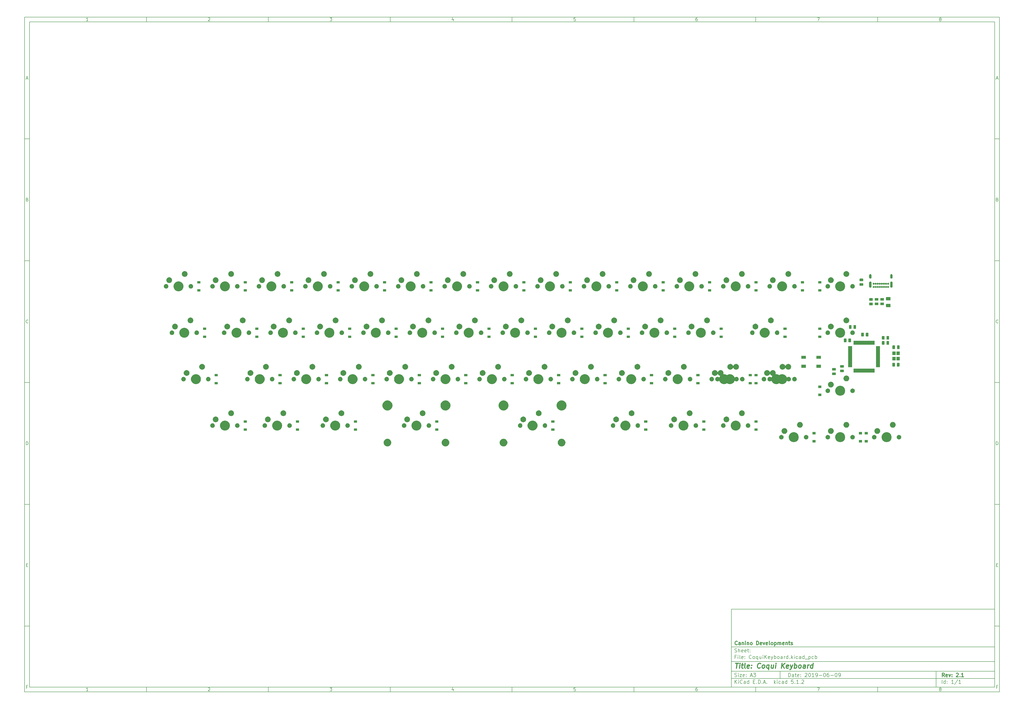
<source format=gbs>
G04 #@! TF.GenerationSoftware,KiCad,Pcbnew,5.1.2*
G04 #@! TF.CreationDate,2019-06-12T21:28:34-04:00*
G04 #@! TF.ProjectId,CoquiKeyboard,436f7175-694b-4657-9962-6f6172642e6b,2.1*
G04 #@! TF.SameCoordinates,Original*
G04 #@! TF.FileFunction,Soldermask,Bot*
G04 #@! TF.FilePolarity,Negative*
%FSLAX46Y46*%
G04 Gerber Fmt 4.6, Leading zero omitted, Abs format (unit mm)*
G04 Created by KiCad (PCBNEW 5.1.2) date 2019-06-12 21:28:34*
%MOMM*%
%LPD*%
G04 APERTURE LIST*
%ADD10C,0.100000*%
%ADD11C,0.150000*%
%ADD12C,0.300000*%
%ADD13C,0.400000*%
G04 APERTURE END LIST*
D10*
D11*
X299989000Y-253002200D02*
X299989000Y-285002200D01*
X407989000Y-285002200D01*
X407989000Y-253002200D01*
X299989000Y-253002200D01*
D10*
D11*
X10000000Y-10000000D02*
X10000000Y-287002200D01*
X409989000Y-287002200D01*
X409989000Y-10000000D01*
X10000000Y-10000000D01*
D10*
D11*
X12000000Y-12000000D02*
X12000000Y-285002200D01*
X407989000Y-285002200D01*
X407989000Y-12000000D01*
X12000000Y-12000000D01*
D10*
D11*
X60000000Y-12000000D02*
X60000000Y-10000000D01*
D10*
D11*
X110000000Y-12000000D02*
X110000000Y-10000000D01*
D10*
D11*
X160000000Y-12000000D02*
X160000000Y-10000000D01*
D10*
D11*
X210000000Y-12000000D02*
X210000000Y-10000000D01*
D10*
D11*
X260000000Y-12000000D02*
X260000000Y-10000000D01*
D10*
D11*
X310000000Y-12000000D02*
X310000000Y-10000000D01*
D10*
D11*
X360000000Y-12000000D02*
X360000000Y-10000000D01*
D10*
D11*
X36065476Y-11588095D02*
X35322619Y-11588095D01*
X35694047Y-11588095D02*
X35694047Y-10288095D01*
X35570238Y-10473809D01*
X35446428Y-10597619D01*
X35322619Y-10659523D01*
D10*
D11*
X85322619Y-10411904D02*
X85384523Y-10350000D01*
X85508333Y-10288095D01*
X85817857Y-10288095D01*
X85941666Y-10350000D01*
X86003571Y-10411904D01*
X86065476Y-10535714D01*
X86065476Y-10659523D01*
X86003571Y-10845238D01*
X85260714Y-11588095D01*
X86065476Y-11588095D01*
D10*
D11*
X135260714Y-10288095D02*
X136065476Y-10288095D01*
X135632142Y-10783333D01*
X135817857Y-10783333D01*
X135941666Y-10845238D01*
X136003571Y-10907142D01*
X136065476Y-11030952D01*
X136065476Y-11340476D01*
X136003571Y-11464285D01*
X135941666Y-11526190D01*
X135817857Y-11588095D01*
X135446428Y-11588095D01*
X135322619Y-11526190D01*
X135260714Y-11464285D01*
D10*
D11*
X185941666Y-10721428D02*
X185941666Y-11588095D01*
X185632142Y-10226190D02*
X185322619Y-11154761D01*
X186127380Y-11154761D01*
D10*
D11*
X236003571Y-10288095D02*
X235384523Y-10288095D01*
X235322619Y-10907142D01*
X235384523Y-10845238D01*
X235508333Y-10783333D01*
X235817857Y-10783333D01*
X235941666Y-10845238D01*
X236003571Y-10907142D01*
X236065476Y-11030952D01*
X236065476Y-11340476D01*
X236003571Y-11464285D01*
X235941666Y-11526190D01*
X235817857Y-11588095D01*
X235508333Y-11588095D01*
X235384523Y-11526190D01*
X235322619Y-11464285D01*
D10*
D11*
X285941666Y-10288095D02*
X285694047Y-10288095D01*
X285570238Y-10350000D01*
X285508333Y-10411904D01*
X285384523Y-10597619D01*
X285322619Y-10845238D01*
X285322619Y-11340476D01*
X285384523Y-11464285D01*
X285446428Y-11526190D01*
X285570238Y-11588095D01*
X285817857Y-11588095D01*
X285941666Y-11526190D01*
X286003571Y-11464285D01*
X286065476Y-11340476D01*
X286065476Y-11030952D01*
X286003571Y-10907142D01*
X285941666Y-10845238D01*
X285817857Y-10783333D01*
X285570238Y-10783333D01*
X285446428Y-10845238D01*
X285384523Y-10907142D01*
X285322619Y-11030952D01*
D10*
D11*
X335260714Y-10288095D02*
X336127380Y-10288095D01*
X335570238Y-11588095D01*
D10*
D11*
X385570238Y-10845238D02*
X385446428Y-10783333D01*
X385384523Y-10721428D01*
X385322619Y-10597619D01*
X385322619Y-10535714D01*
X385384523Y-10411904D01*
X385446428Y-10350000D01*
X385570238Y-10288095D01*
X385817857Y-10288095D01*
X385941666Y-10350000D01*
X386003571Y-10411904D01*
X386065476Y-10535714D01*
X386065476Y-10597619D01*
X386003571Y-10721428D01*
X385941666Y-10783333D01*
X385817857Y-10845238D01*
X385570238Y-10845238D01*
X385446428Y-10907142D01*
X385384523Y-10969047D01*
X385322619Y-11092857D01*
X385322619Y-11340476D01*
X385384523Y-11464285D01*
X385446428Y-11526190D01*
X385570238Y-11588095D01*
X385817857Y-11588095D01*
X385941666Y-11526190D01*
X386003571Y-11464285D01*
X386065476Y-11340476D01*
X386065476Y-11092857D01*
X386003571Y-10969047D01*
X385941666Y-10907142D01*
X385817857Y-10845238D01*
D10*
D11*
X60000000Y-285002200D02*
X60000000Y-287002200D01*
D10*
D11*
X110000000Y-285002200D02*
X110000000Y-287002200D01*
D10*
D11*
X160000000Y-285002200D02*
X160000000Y-287002200D01*
D10*
D11*
X210000000Y-285002200D02*
X210000000Y-287002200D01*
D10*
D11*
X260000000Y-285002200D02*
X260000000Y-287002200D01*
D10*
D11*
X310000000Y-285002200D02*
X310000000Y-287002200D01*
D10*
D11*
X360000000Y-285002200D02*
X360000000Y-287002200D01*
D10*
D11*
X36065476Y-286590295D02*
X35322619Y-286590295D01*
X35694047Y-286590295D02*
X35694047Y-285290295D01*
X35570238Y-285476009D01*
X35446428Y-285599819D01*
X35322619Y-285661723D01*
D10*
D11*
X85322619Y-285414104D02*
X85384523Y-285352200D01*
X85508333Y-285290295D01*
X85817857Y-285290295D01*
X85941666Y-285352200D01*
X86003571Y-285414104D01*
X86065476Y-285537914D01*
X86065476Y-285661723D01*
X86003571Y-285847438D01*
X85260714Y-286590295D01*
X86065476Y-286590295D01*
D10*
D11*
X135260714Y-285290295D02*
X136065476Y-285290295D01*
X135632142Y-285785533D01*
X135817857Y-285785533D01*
X135941666Y-285847438D01*
X136003571Y-285909342D01*
X136065476Y-286033152D01*
X136065476Y-286342676D01*
X136003571Y-286466485D01*
X135941666Y-286528390D01*
X135817857Y-286590295D01*
X135446428Y-286590295D01*
X135322619Y-286528390D01*
X135260714Y-286466485D01*
D10*
D11*
X185941666Y-285723628D02*
X185941666Y-286590295D01*
X185632142Y-285228390D02*
X185322619Y-286156961D01*
X186127380Y-286156961D01*
D10*
D11*
X236003571Y-285290295D02*
X235384523Y-285290295D01*
X235322619Y-285909342D01*
X235384523Y-285847438D01*
X235508333Y-285785533D01*
X235817857Y-285785533D01*
X235941666Y-285847438D01*
X236003571Y-285909342D01*
X236065476Y-286033152D01*
X236065476Y-286342676D01*
X236003571Y-286466485D01*
X235941666Y-286528390D01*
X235817857Y-286590295D01*
X235508333Y-286590295D01*
X235384523Y-286528390D01*
X235322619Y-286466485D01*
D10*
D11*
X285941666Y-285290295D02*
X285694047Y-285290295D01*
X285570238Y-285352200D01*
X285508333Y-285414104D01*
X285384523Y-285599819D01*
X285322619Y-285847438D01*
X285322619Y-286342676D01*
X285384523Y-286466485D01*
X285446428Y-286528390D01*
X285570238Y-286590295D01*
X285817857Y-286590295D01*
X285941666Y-286528390D01*
X286003571Y-286466485D01*
X286065476Y-286342676D01*
X286065476Y-286033152D01*
X286003571Y-285909342D01*
X285941666Y-285847438D01*
X285817857Y-285785533D01*
X285570238Y-285785533D01*
X285446428Y-285847438D01*
X285384523Y-285909342D01*
X285322619Y-286033152D01*
D10*
D11*
X335260714Y-285290295D02*
X336127380Y-285290295D01*
X335570238Y-286590295D01*
D10*
D11*
X385570238Y-285847438D02*
X385446428Y-285785533D01*
X385384523Y-285723628D01*
X385322619Y-285599819D01*
X385322619Y-285537914D01*
X385384523Y-285414104D01*
X385446428Y-285352200D01*
X385570238Y-285290295D01*
X385817857Y-285290295D01*
X385941666Y-285352200D01*
X386003571Y-285414104D01*
X386065476Y-285537914D01*
X386065476Y-285599819D01*
X386003571Y-285723628D01*
X385941666Y-285785533D01*
X385817857Y-285847438D01*
X385570238Y-285847438D01*
X385446428Y-285909342D01*
X385384523Y-285971247D01*
X385322619Y-286095057D01*
X385322619Y-286342676D01*
X385384523Y-286466485D01*
X385446428Y-286528390D01*
X385570238Y-286590295D01*
X385817857Y-286590295D01*
X385941666Y-286528390D01*
X386003571Y-286466485D01*
X386065476Y-286342676D01*
X386065476Y-286095057D01*
X386003571Y-285971247D01*
X385941666Y-285909342D01*
X385817857Y-285847438D01*
D10*
D11*
X10000000Y-60000000D02*
X12000000Y-60000000D01*
D10*
D11*
X10000000Y-110000000D02*
X12000000Y-110000000D01*
D10*
D11*
X10000000Y-160000000D02*
X12000000Y-160000000D01*
D10*
D11*
X10000000Y-210000000D02*
X12000000Y-210000000D01*
D10*
D11*
X10000000Y-260000000D02*
X12000000Y-260000000D01*
D10*
D11*
X10690476Y-35216666D02*
X11309523Y-35216666D01*
X10566666Y-35588095D02*
X11000000Y-34288095D01*
X11433333Y-35588095D01*
D10*
D11*
X11092857Y-84907142D02*
X11278571Y-84969047D01*
X11340476Y-85030952D01*
X11402380Y-85154761D01*
X11402380Y-85340476D01*
X11340476Y-85464285D01*
X11278571Y-85526190D01*
X11154761Y-85588095D01*
X10659523Y-85588095D01*
X10659523Y-84288095D01*
X11092857Y-84288095D01*
X11216666Y-84350000D01*
X11278571Y-84411904D01*
X11340476Y-84535714D01*
X11340476Y-84659523D01*
X11278571Y-84783333D01*
X11216666Y-84845238D01*
X11092857Y-84907142D01*
X10659523Y-84907142D01*
D10*
D11*
X11402380Y-135464285D02*
X11340476Y-135526190D01*
X11154761Y-135588095D01*
X11030952Y-135588095D01*
X10845238Y-135526190D01*
X10721428Y-135402380D01*
X10659523Y-135278571D01*
X10597619Y-135030952D01*
X10597619Y-134845238D01*
X10659523Y-134597619D01*
X10721428Y-134473809D01*
X10845238Y-134350000D01*
X11030952Y-134288095D01*
X11154761Y-134288095D01*
X11340476Y-134350000D01*
X11402380Y-134411904D01*
D10*
D11*
X10659523Y-185588095D02*
X10659523Y-184288095D01*
X10969047Y-184288095D01*
X11154761Y-184350000D01*
X11278571Y-184473809D01*
X11340476Y-184597619D01*
X11402380Y-184845238D01*
X11402380Y-185030952D01*
X11340476Y-185278571D01*
X11278571Y-185402380D01*
X11154761Y-185526190D01*
X10969047Y-185588095D01*
X10659523Y-185588095D01*
D10*
D11*
X10721428Y-234907142D02*
X11154761Y-234907142D01*
X11340476Y-235588095D02*
X10721428Y-235588095D01*
X10721428Y-234288095D01*
X11340476Y-234288095D01*
D10*
D11*
X11185714Y-284907142D02*
X10752380Y-284907142D01*
X10752380Y-285588095D02*
X10752380Y-284288095D01*
X11371428Y-284288095D01*
D10*
D11*
X409989000Y-60000000D02*
X407989000Y-60000000D01*
D10*
D11*
X409989000Y-110000000D02*
X407989000Y-110000000D01*
D10*
D11*
X409989000Y-160000000D02*
X407989000Y-160000000D01*
D10*
D11*
X409989000Y-210000000D02*
X407989000Y-210000000D01*
D10*
D11*
X409989000Y-260000000D02*
X407989000Y-260000000D01*
D10*
D11*
X408679476Y-35216666D02*
X409298523Y-35216666D01*
X408555666Y-35588095D02*
X408989000Y-34288095D01*
X409422333Y-35588095D01*
D10*
D11*
X409081857Y-84907142D02*
X409267571Y-84969047D01*
X409329476Y-85030952D01*
X409391380Y-85154761D01*
X409391380Y-85340476D01*
X409329476Y-85464285D01*
X409267571Y-85526190D01*
X409143761Y-85588095D01*
X408648523Y-85588095D01*
X408648523Y-84288095D01*
X409081857Y-84288095D01*
X409205666Y-84350000D01*
X409267571Y-84411904D01*
X409329476Y-84535714D01*
X409329476Y-84659523D01*
X409267571Y-84783333D01*
X409205666Y-84845238D01*
X409081857Y-84907142D01*
X408648523Y-84907142D01*
D10*
D11*
X409391380Y-135464285D02*
X409329476Y-135526190D01*
X409143761Y-135588095D01*
X409019952Y-135588095D01*
X408834238Y-135526190D01*
X408710428Y-135402380D01*
X408648523Y-135278571D01*
X408586619Y-135030952D01*
X408586619Y-134845238D01*
X408648523Y-134597619D01*
X408710428Y-134473809D01*
X408834238Y-134350000D01*
X409019952Y-134288095D01*
X409143761Y-134288095D01*
X409329476Y-134350000D01*
X409391380Y-134411904D01*
D10*
D11*
X408648523Y-185588095D02*
X408648523Y-184288095D01*
X408958047Y-184288095D01*
X409143761Y-184350000D01*
X409267571Y-184473809D01*
X409329476Y-184597619D01*
X409391380Y-184845238D01*
X409391380Y-185030952D01*
X409329476Y-185278571D01*
X409267571Y-185402380D01*
X409143761Y-185526190D01*
X408958047Y-185588095D01*
X408648523Y-185588095D01*
D10*
D11*
X408710428Y-234907142D02*
X409143761Y-234907142D01*
X409329476Y-235588095D02*
X408710428Y-235588095D01*
X408710428Y-234288095D01*
X409329476Y-234288095D01*
D10*
D11*
X409174714Y-284907142D02*
X408741380Y-284907142D01*
X408741380Y-285588095D02*
X408741380Y-284288095D01*
X409360428Y-284288095D01*
D10*
D11*
X323421142Y-280780771D02*
X323421142Y-279280771D01*
X323778285Y-279280771D01*
X323992571Y-279352200D01*
X324135428Y-279495057D01*
X324206857Y-279637914D01*
X324278285Y-279923628D01*
X324278285Y-280137914D01*
X324206857Y-280423628D01*
X324135428Y-280566485D01*
X323992571Y-280709342D01*
X323778285Y-280780771D01*
X323421142Y-280780771D01*
X325564000Y-280780771D02*
X325564000Y-279995057D01*
X325492571Y-279852200D01*
X325349714Y-279780771D01*
X325064000Y-279780771D01*
X324921142Y-279852200D01*
X325564000Y-280709342D02*
X325421142Y-280780771D01*
X325064000Y-280780771D01*
X324921142Y-280709342D01*
X324849714Y-280566485D01*
X324849714Y-280423628D01*
X324921142Y-280280771D01*
X325064000Y-280209342D01*
X325421142Y-280209342D01*
X325564000Y-280137914D01*
X326064000Y-279780771D02*
X326635428Y-279780771D01*
X326278285Y-279280771D02*
X326278285Y-280566485D01*
X326349714Y-280709342D01*
X326492571Y-280780771D01*
X326635428Y-280780771D01*
X327706857Y-280709342D02*
X327564000Y-280780771D01*
X327278285Y-280780771D01*
X327135428Y-280709342D01*
X327064000Y-280566485D01*
X327064000Y-279995057D01*
X327135428Y-279852200D01*
X327278285Y-279780771D01*
X327564000Y-279780771D01*
X327706857Y-279852200D01*
X327778285Y-279995057D01*
X327778285Y-280137914D01*
X327064000Y-280280771D01*
X328421142Y-280637914D02*
X328492571Y-280709342D01*
X328421142Y-280780771D01*
X328349714Y-280709342D01*
X328421142Y-280637914D01*
X328421142Y-280780771D01*
X328421142Y-279852200D02*
X328492571Y-279923628D01*
X328421142Y-279995057D01*
X328349714Y-279923628D01*
X328421142Y-279852200D01*
X328421142Y-279995057D01*
X330206857Y-279423628D02*
X330278285Y-279352200D01*
X330421142Y-279280771D01*
X330778285Y-279280771D01*
X330921142Y-279352200D01*
X330992571Y-279423628D01*
X331064000Y-279566485D01*
X331064000Y-279709342D01*
X330992571Y-279923628D01*
X330135428Y-280780771D01*
X331064000Y-280780771D01*
X331992571Y-279280771D02*
X332135428Y-279280771D01*
X332278285Y-279352200D01*
X332349714Y-279423628D01*
X332421142Y-279566485D01*
X332492571Y-279852200D01*
X332492571Y-280209342D01*
X332421142Y-280495057D01*
X332349714Y-280637914D01*
X332278285Y-280709342D01*
X332135428Y-280780771D01*
X331992571Y-280780771D01*
X331849714Y-280709342D01*
X331778285Y-280637914D01*
X331706857Y-280495057D01*
X331635428Y-280209342D01*
X331635428Y-279852200D01*
X331706857Y-279566485D01*
X331778285Y-279423628D01*
X331849714Y-279352200D01*
X331992571Y-279280771D01*
X333921142Y-280780771D02*
X333064000Y-280780771D01*
X333492571Y-280780771D02*
X333492571Y-279280771D01*
X333349714Y-279495057D01*
X333206857Y-279637914D01*
X333064000Y-279709342D01*
X334635428Y-280780771D02*
X334921142Y-280780771D01*
X335064000Y-280709342D01*
X335135428Y-280637914D01*
X335278285Y-280423628D01*
X335349714Y-280137914D01*
X335349714Y-279566485D01*
X335278285Y-279423628D01*
X335206857Y-279352200D01*
X335064000Y-279280771D01*
X334778285Y-279280771D01*
X334635428Y-279352200D01*
X334564000Y-279423628D01*
X334492571Y-279566485D01*
X334492571Y-279923628D01*
X334564000Y-280066485D01*
X334635428Y-280137914D01*
X334778285Y-280209342D01*
X335064000Y-280209342D01*
X335206857Y-280137914D01*
X335278285Y-280066485D01*
X335349714Y-279923628D01*
X335992571Y-280209342D02*
X337135428Y-280209342D01*
X338135428Y-279280771D02*
X338278285Y-279280771D01*
X338421142Y-279352200D01*
X338492571Y-279423628D01*
X338564000Y-279566485D01*
X338635428Y-279852200D01*
X338635428Y-280209342D01*
X338564000Y-280495057D01*
X338492571Y-280637914D01*
X338421142Y-280709342D01*
X338278285Y-280780771D01*
X338135428Y-280780771D01*
X337992571Y-280709342D01*
X337921142Y-280637914D01*
X337849714Y-280495057D01*
X337778285Y-280209342D01*
X337778285Y-279852200D01*
X337849714Y-279566485D01*
X337921142Y-279423628D01*
X337992571Y-279352200D01*
X338135428Y-279280771D01*
X339921142Y-279280771D02*
X339635428Y-279280771D01*
X339492571Y-279352200D01*
X339421142Y-279423628D01*
X339278285Y-279637914D01*
X339206857Y-279923628D01*
X339206857Y-280495057D01*
X339278285Y-280637914D01*
X339349714Y-280709342D01*
X339492571Y-280780771D01*
X339778285Y-280780771D01*
X339921142Y-280709342D01*
X339992571Y-280637914D01*
X340064000Y-280495057D01*
X340064000Y-280137914D01*
X339992571Y-279995057D01*
X339921142Y-279923628D01*
X339778285Y-279852200D01*
X339492571Y-279852200D01*
X339349714Y-279923628D01*
X339278285Y-279995057D01*
X339206857Y-280137914D01*
X340706857Y-280209342D02*
X341849714Y-280209342D01*
X342849714Y-279280771D02*
X342992571Y-279280771D01*
X343135428Y-279352200D01*
X343206857Y-279423628D01*
X343278285Y-279566485D01*
X343349714Y-279852200D01*
X343349714Y-280209342D01*
X343278285Y-280495057D01*
X343206857Y-280637914D01*
X343135428Y-280709342D01*
X342992571Y-280780771D01*
X342849714Y-280780771D01*
X342706857Y-280709342D01*
X342635428Y-280637914D01*
X342564000Y-280495057D01*
X342492571Y-280209342D01*
X342492571Y-279852200D01*
X342564000Y-279566485D01*
X342635428Y-279423628D01*
X342706857Y-279352200D01*
X342849714Y-279280771D01*
X344064000Y-280780771D02*
X344349714Y-280780771D01*
X344492571Y-280709342D01*
X344564000Y-280637914D01*
X344706857Y-280423628D01*
X344778285Y-280137914D01*
X344778285Y-279566485D01*
X344706857Y-279423628D01*
X344635428Y-279352200D01*
X344492571Y-279280771D01*
X344206857Y-279280771D01*
X344064000Y-279352200D01*
X343992571Y-279423628D01*
X343921142Y-279566485D01*
X343921142Y-279923628D01*
X343992571Y-280066485D01*
X344064000Y-280137914D01*
X344206857Y-280209342D01*
X344492571Y-280209342D01*
X344635428Y-280137914D01*
X344706857Y-280066485D01*
X344778285Y-279923628D01*
D10*
D11*
X299989000Y-281502200D02*
X407989000Y-281502200D01*
D10*
D11*
X301421142Y-283580771D02*
X301421142Y-282080771D01*
X302278285Y-283580771D02*
X301635428Y-282723628D01*
X302278285Y-282080771D02*
X301421142Y-282937914D01*
X302921142Y-283580771D02*
X302921142Y-282580771D01*
X302921142Y-282080771D02*
X302849714Y-282152200D01*
X302921142Y-282223628D01*
X302992571Y-282152200D01*
X302921142Y-282080771D01*
X302921142Y-282223628D01*
X304492571Y-283437914D02*
X304421142Y-283509342D01*
X304206857Y-283580771D01*
X304064000Y-283580771D01*
X303849714Y-283509342D01*
X303706857Y-283366485D01*
X303635428Y-283223628D01*
X303564000Y-282937914D01*
X303564000Y-282723628D01*
X303635428Y-282437914D01*
X303706857Y-282295057D01*
X303849714Y-282152200D01*
X304064000Y-282080771D01*
X304206857Y-282080771D01*
X304421142Y-282152200D01*
X304492571Y-282223628D01*
X305778285Y-283580771D02*
X305778285Y-282795057D01*
X305706857Y-282652200D01*
X305564000Y-282580771D01*
X305278285Y-282580771D01*
X305135428Y-282652200D01*
X305778285Y-283509342D02*
X305635428Y-283580771D01*
X305278285Y-283580771D01*
X305135428Y-283509342D01*
X305064000Y-283366485D01*
X305064000Y-283223628D01*
X305135428Y-283080771D01*
X305278285Y-283009342D01*
X305635428Y-283009342D01*
X305778285Y-282937914D01*
X307135428Y-283580771D02*
X307135428Y-282080771D01*
X307135428Y-283509342D02*
X306992571Y-283580771D01*
X306706857Y-283580771D01*
X306564000Y-283509342D01*
X306492571Y-283437914D01*
X306421142Y-283295057D01*
X306421142Y-282866485D01*
X306492571Y-282723628D01*
X306564000Y-282652200D01*
X306706857Y-282580771D01*
X306992571Y-282580771D01*
X307135428Y-282652200D01*
X308992571Y-282795057D02*
X309492571Y-282795057D01*
X309706857Y-283580771D02*
X308992571Y-283580771D01*
X308992571Y-282080771D01*
X309706857Y-282080771D01*
X310349714Y-283437914D02*
X310421142Y-283509342D01*
X310349714Y-283580771D01*
X310278285Y-283509342D01*
X310349714Y-283437914D01*
X310349714Y-283580771D01*
X311064000Y-283580771D02*
X311064000Y-282080771D01*
X311421142Y-282080771D01*
X311635428Y-282152200D01*
X311778285Y-282295057D01*
X311849714Y-282437914D01*
X311921142Y-282723628D01*
X311921142Y-282937914D01*
X311849714Y-283223628D01*
X311778285Y-283366485D01*
X311635428Y-283509342D01*
X311421142Y-283580771D01*
X311064000Y-283580771D01*
X312564000Y-283437914D02*
X312635428Y-283509342D01*
X312564000Y-283580771D01*
X312492571Y-283509342D01*
X312564000Y-283437914D01*
X312564000Y-283580771D01*
X313206857Y-283152200D02*
X313921142Y-283152200D01*
X313064000Y-283580771D02*
X313564000Y-282080771D01*
X314064000Y-283580771D01*
X314564000Y-283437914D02*
X314635428Y-283509342D01*
X314564000Y-283580771D01*
X314492571Y-283509342D01*
X314564000Y-283437914D01*
X314564000Y-283580771D01*
X317564000Y-283580771D02*
X317564000Y-282080771D01*
X317706857Y-283009342D02*
X318135428Y-283580771D01*
X318135428Y-282580771D02*
X317564000Y-283152200D01*
X318778285Y-283580771D02*
X318778285Y-282580771D01*
X318778285Y-282080771D02*
X318706857Y-282152200D01*
X318778285Y-282223628D01*
X318849714Y-282152200D01*
X318778285Y-282080771D01*
X318778285Y-282223628D01*
X320135428Y-283509342D02*
X319992571Y-283580771D01*
X319706857Y-283580771D01*
X319564000Y-283509342D01*
X319492571Y-283437914D01*
X319421142Y-283295057D01*
X319421142Y-282866485D01*
X319492571Y-282723628D01*
X319564000Y-282652200D01*
X319706857Y-282580771D01*
X319992571Y-282580771D01*
X320135428Y-282652200D01*
X321421142Y-283580771D02*
X321421142Y-282795057D01*
X321349714Y-282652200D01*
X321206857Y-282580771D01*
X320921142Y-282580771D01*
X320778285Y-282652200D01*
X321421142Y-283509342D02*
X321278285Y-283580771D01*
X320921142Y-283580771D01*
X320778285Y-283509342D01*
X320706857Y-283366485D01*
X320706857Y-283223628D01*
X320778285Y-283080771D01*
X320921142Y-283009342D01*
X321278285Y-283009342D01*
X321421142Y-282937914D01*
X322778285Y-283580771D02*
X322778285Y-282080771D01*
X322778285Y-283509342D02*
X322635428Y-283580771D01*
X322349714Y-283580771D01*
X322206857Y-283509342D01*
X322135428Y-283437914D01*
X322064000Y-283295057D01*
X322064000Y-282866485D01*
X322135428Y-282723628D01*
X322206857Y-282652200D01*
X322349714Y-282580771D01*
X322635428Y-282580771D01*
X322778285Y-282652200D01*
X325349714Y-282080771D02*
X324635428Y-282080771D01*
X324564000Y-282795057D01*
X324635428Y-282723628D01*
X324778285Y-282652200D01*
X325135428Y-282652200D01*
X325278285Y-282723628D01*
X325349714Y-282795057D01*
X325421142Y-282937914D01*
X325421142Y-283295057D01*
X325349714Y-283437914D01*
X325278285Y-283509342D01*
X325135428Y-283580771D01*
X324778285Y-283580771D01*
X324635428Y-283509342D01*
X324564000Y-283437914D01*
X326064000Y-283437914D02*
X326135428Y-283509342D01*
X326064000Y-283580771D01*
X325992571Y-283509342D01*
X326064000Y-283437914D01*
X326064000Y-283580771D01*
X327564000Y-283580771D02*
X326706857Y-283580771D01*
X327135428Y-283580771D02*
X327135428Y-282080771D01*
X326992571Y-282295057D01*
X326849714Y-282437914D01*
X326706857Y-282509342D01*
X328206857Y-283437914D02*
X328278285Y-283509342D01*
X328206857Y-283580771D01*
X328135428Y-283509342D01*
X328206857Y-283437914D01*
X328206857Y-283580771D01*
X328849714Y-282223628D02*
X328921142Y-282152200D01*
X329064000Y-282080771D01*
X329421142Y-282080771D01*
X329564000Y-282152200D01*
X329635428Y-282223628D01*
X329706857Y-282366485D01*
X329706857Y-282509342D01*
X329635428Y-282723628D01*
X328778285Y-283580771D01*
X329706857Y-283580771D01*
D10*
D11*
X299989000Y-278502200D02*
X407989000Y-278502200D01*
D10*
D12*
X387398285Y-280780771D02*
X386898285Y-280066485D01*
X386541142Y-280780771D02*
X386541142Y-279280771D01*
X387112571Y-279280771D01*
X387255428Y-279352200D01*
X387326857Y-279423628D01*
X387398285Y-279566485D01*
X387398285Y-279780771D01*
X387326857Y-279923628D01*
X387255428Y-279995057D01*
X387112571Y-280066485D01*
X386541142Y-280066485D01*
X388612571Y-280709342D02*
X388469714Y-280780771D01*
X388184000Y-280780771D01*
X388041142Y-280709342D01*
X387969714Y-280566485D01*
X387969714Y-279995057D01*
X388041142Y-279852200D01*
X388184000Y-279780771D01*
X388469714Y-279780771D01*
X388612571Y-279852200D01*
X388684000Y-279995057D01*
X388684000Y-280137914D01*
X387969714Y-280280771D01*
X389184000Y-279780771D02*
X389541142Y-280780771D01*
X389898285Y-279780771D01*
X390469714Y-280637914D02*
X390541142Y-280709342D01*
X390469714Y-280780771D01*
X390398285Y-280709342D01*
X390469714Y-280637914D01*
X390469714Y-280780771D01*
X390469714Y-279852200D02*
X390541142Y-279923628D01*
X390469714Y-279995057D01*
X390398285Y-279923628D01*
X390469714Y-279852200D01*
X390469714Y-279995057D01*
X392255428Y-279423628D02*
X392326857Y-279352200D01*
X392469714Y-279280771D01*
X392826857Y-279280771D01*
X392969714Y-279352200D01*
X393041142Y-279423628D01*
X393112571Y-279566485D01*
X393112571Y-279709342D01*
X393041142Y-279923628D01*
X392184000Y-280780771D01*
X393112571Y-280780771D01*
X393755428Y-280637914D02*
X393826857Y-280709342D01*
X393755428Y-280780771D01*
X393684000Y-280709342D01*
X393755428Y-280637914D01*
X393755428Y-280780771D01*
X395255428Y-280780771D02*
X394398285Y-280780771D01*
X394826857Y-280780771D02*
X394826857Y-279280771D01*
X394684000Y-279495057D01*
X394541142Y-279637914D01*
X394398285Y-279709342D01*
D10*
D11*
X301349714Y-280709342D02*
X301564000Y-280780771D01*
X301921142Y-280780771D01*
X302064000Y-280709342D01*
X302135428Y-280637914D01*
X302206857Y-280495057D01*
X302206857Y-280352200D01*
X302135428Y-280209342D01*
X302064000Y-280137914D01*
X301921142Y-280066485D01*
X301635428Y-279995057D01*
X301492571Y-279923628D01*
X301421142Y-279852200D01*
X301349714Y-279709342D01*
X301349714Y-279566485D01*
X301421142Y-279423628D01*
X301492571Y-279352200D01*
X301635428Y-279280771D01*
X301992571Y-279280771D01*
X302206857Y-279352200D01*
X302849714Y-280780771D02*
X302849714Y-279780771D01*
X302849714Y-279280771D02*
X302778285Y-279352200D01*
X302849714Y-279423628D01*
X302921142Y-279352200D01*
X302849714Y-279280771D01*
X302849714Y-279423628D01*
X303421142Y-279780771D02*
X304206857Y-279780771D01*
X303421142Y-280780771D01*
X304206857Y-280780771D01*
X305349714Y-280709342D02*
X305206857Y-280780771D01*
X304921142Y-280780771D01*
X304778285Y-280709342D01*
X304706857Y-280566485D01*
X304706857Y-279995057D01*
X304778285Y-279852200D01*
X304921142Y-279780771D01*
X305206857Y-279780771D01*
X305349714Y-279852200D01*
X305421142Y-279995057D01*
X305421142Y-280137914D01*
X304706857Y-280280771D01*
X306064000Y-280637914D02*
X306135428Y-280709342D01*
X306064000Y-280780771D01*
X305992571Y-280709342D01*
X306064000Y-280637914D01*
X306064000Y-280780771D01*
X306064000Y-279852200D02*
X306135428Y-279923628D01*
X306064000Y-279995057D01*
X305992571Y-279923628D01*
X306064000Y-279852200D01*
X306064000Y-279995057D01*
X307849714Y-280352200D02*
X308564000Y-280352200D01*
X307706857Y-280780771D02*
X308206857Y-279280771D01*
X308706857Y-280780771D01*
X309064000Y-279280771D02*
X309992571Y-279280771D01*
X309492571Y-279852200D01*
X309706857Y-279852200D01*
X309849714Y-279923628D01*
X309921142Y-279995057D01*
X309992571Y-280137914D01*
X309992571Y-280495057D01*
X309921142Y-280637914D01*
X309849714Y-280709342D01*
X309706857Y-280780771D01*
X309278285Y-280780771D01*
X309135428Y-280709342D01*
X309064000Y-280637914D01*
D10*
D11*
X386421142Y-283580771D02*
X386421142Y-282080771D01*
X387778285Y-283580771D02*
X387778285Y-282080771D01*
X387778285Y-283509342D02*
X387635428Y-283580771D01*
X387349714Y-283580771D01*
X387206857Y-283509342D01*
X387135428Y-283437914D01*
X387064000Y-283295057D01*
X387064000Y-282866485D01*
X387135428Y-282723628D01*
X387206857Y-282652200D01*
X387349714Y-282580771D01*
X387635428Y-282580771D01*
X387778285Y-282652200D01*
X388492571Y-283437914D02*
X388564000Y-283509342D01*
X388492571Y-283580771D01*
X388421142Y-283509342D01*
X388492571Y-283437914D01*
X388492571Y-283580771D01*
X388492571Y-282652200D02*
X388564000Y-282723628D01*
X388492571Y-282795057D01*
X388421142Y-282723628D01*
X388492571Y-282652200D01*
X388492571Y-282795057D01*
X391135428Y-283580771D02*
X390278285Y-283580771D01*
X390706857Y-283580771D02*
X390706857Y-282080771D01*
X390564000Y-282295057D01*
X390421142Y-282437914D01*
X390278285Y-282509342D01*
X392849714Y-282009342D02*
X391564000Y-283937914D01*
X394135428Y-283580771D02*
X393278285Y-283580771D01*
X393706857Y-283580771D02*
X393706857Y-282080771D01*
X393564000Y-282295057D01*
X393421142Y-282437914D01*
X393278285Y-282509342D01*
D10*
D11*
X299989000Y-274502200D02*
X407989000Y-274502200D01*
D10*
D13*
X301701380Y-275206961D02*
X302844238Y-275206961D01*
X302022809Y-277206961D02*
X302272809Y-275206961D01*
X303260904Y-277206961D02*
X303427571Y-275873628D01*
X303510904Y-275206961D02*
X303403761Y-275302200D01*
X303487095Y-275397438D01*
X303594238Y-275302200D01*
X303510904Y-275206961D01*
X303487095Y-275397438D01*
X304094238Y-275873628D02*
X304856142Y-275873628D01*
X304463285Y-275206961D02*
X304249000Y-276921247D01*
X304320428Y-277111723D01*
X304499000Y-277206961D01*
X304689476Y-277206961D01*
X305641857Y-277206961D02*
X305463285Y-277111723D01*
X305391857Y-276921247D01*
X305606142Y-275206961D01*
X307177571Y-277111723D02*
X306975190Y-277206961D01*
X306594238Y-277206961D01*
X306415666Y-277111723D01*
X306344238Y-276921247D01*
X306439476Y-276159342D01*
X306558523Y-275968866D01*
X306760904Y-275873628D01*
X307141857Y-275873628D01*
X307320428Y-275968866D01*
X307391857Y-276159342D01*
X307368047Y-276349819D01*
X306391857Y-276540295D01*
X308141857Y-277016485D02*
X308225190Y-277111723D01*
X308118047Y-277206961D01*
X308034714Y-277111723D01*
X308141857Y-277016485D01*
X308118047Y-277206961D01*
X308272809Y-275968866D02*
X308356142Y-276064104D01*
X308249000Y-276159342D01*
X308165666Y-276064104D01*
X308272809Y-275968866D01*
X308249000Y-276159342D01*
X311760904Y-277016485D02*
X311653761Y-277111723D01*
X311356142Y-277206961D01*
X311165666Y-277206961D01*
X310891857Y-277111723D01*
X310725190Y-276921247D01*
X310653761Y-276730771D01*
X310606142Y-276349819D01*
X310641857Y-276064104D01*
X310784714Y-275683152D01*
X310903761Y-275492676D01*
X311118047Y-275302200D01*
X311415666Y-275206961D01*
X311606142Y-275206961D01*
X311879952Y-275302200D01*
X311963285Y-275397438D01*
X312879952Y-277206961D02*
X312701380Y-277111723D01*
X312618047Y-277016485D01*
X312546619Y-276826009D01*
X312618047Y-276254580D01*
X312737095Y-276064104D01*
X312844238Y-275968866D01*
X313046619Y-275873628D01*
X313332333Y-275873628D01*
X313510904Y-275968866D01*
X313594238Y-276064104D01*
X313665666Y-276254580D01*
X313594238Y-276826009D01*
X313475190Y-277016485D01*
X313368047Y-277111723D01*
X313165666Y-277206961D01*
X312879952Y-277206961D01*
X315427571Y-275873628D02*
X315177571Y-277873628D01*
X315272809Y-277111723D02*
X315070428Y-277206961D01*
X314689476Y-277206961D01*
X314510904Y-277111723D01*
X314427571Y-277016485D01*
X314356142Y-276826009D01*
X314427571Y-276254580D01*
X314546619Y-276064104D01*
X314653761Y-275968866D01*
X314856142Y-275873628D01*
X315237095Y-275873628D01*
X315415666Y-275968866D01*
X317237095Y-275873628D02*
X317070428Y-277206961D01*
X316379952Y-275873628D02*
X316249000Y-276921247D01*
X316320428Y-277111723D01*
X316499000Y-277206961D01*
X316784714Y-277206961D01*
X316987095Y-277111723D01*
X317094238Y-277016485D01*
X318022809Y-277206961D02*
X318189476Y-275873628D01*
X318272809Y-275206961D02*
X318165666Y-275302200D01*
X318249000Y-275397438D01*
X318356142Y-275302200D01*
X318272809Y-275206961D01*
X318249000Y-275397438D01*
X320499000Y-277206961D02*
X320749000Y-275206961D01*
X321641857Y-277206961D02*
X320927571Y-276064104D01*
X321891857Y-275206961D02*
X320606142Y-276349819D01*
X323272809Y-277111723D02*
X323070428Y-277206961D01*
X322689476Y-277206961D01*
X322510904Y-277111723D01*
X322439476Y-276921247D01*
X322534714Y-276159342D01*
X322653761Y-275968866D01*
X322856142Y-275873628D01*
X323237095Y-275873628D01*
X323415666Y-275968866D01*
X323487095Y-276159342D01*
X323463285Y-276349819D01*
X322487095Y-276540295D01*
X324189476Y-275873628D02*
X324499000Y-277206961D01*
X325141857Y-275873628D02*
X324499000Y-277206961D01*
X324249000Y-277683152D01*
X324141857Y-277778390D01*
X323939476Y-277873628D01*
X325737095Y-277206961D02*
X325987095Y-275206961D01*
X325891857Y-275968866D02*
X326094238Y-275873628D01*
X326475190Y-275873628D01*
X326653761Y-275968866D01*
X326737095Y-276064104D01*
X326808523Y-276254580D01*
X326737095Y-276826009D01*
X326618047Y-277016485D01*
X326510904Y-277111723D01*
X326308523Y-277206961D01*
X325927571Y-277206961D01*
X325749000Y-277111723D01*
X327832333Y-277206961D02*
X327653761Y-277111723D01*
X327570428Y-277016485D01*
X327499000Y-276826009D01*
X327570428Y-276254580D01*
X327689476Y-276064104D01*
X327796619Y-275968866D01*
X327999000Y-275873628D01*
X328284714Y-275873628D01*
X328463285Y-275968866D01*
X328546619Y-276064104D01*
X328618047Y-276254580D01*
X328546619Y-276826009D01*
X328427571Y-277016485D01*
X328320428Y-277111723D01*
X328118047Y-277206961D01*
X327832333Y-277206961D01*
X330213285Y-277206961D02*
X330344238Y-276159342D01*
X330272809Y-275968866D01*
X330094238Y-275873628D01*
X329713285Y-275873628D01*
X329510904Y-275968866D01*
X330225190Y-277111723D02*
X330022809Y-277206961D01*
X329546619Y-277206961D01*
X329368047Y-277111723D01*
X329296619Y-276921247D01*
X329320428Y-276730771D01*
X329439476Y-276540295D01*
X329641857Y-276445057D01*
X330118047Y-276445057D01*
X330320428Y-276349819D01*
X331165666Y-277206961D02*
X331332333Y-275873628D01*
X331284714Y-276254580D02*
X331403761Y-276064104D01*
X331510904Y-275968866D01*
X331713285Y-275873628D01*
X331903761Y-275873628D01*
X333260904Y-277206961D02*
X333510904Y-275206961D01*
X333272809Y-277111723D02*
X333070428Y-277206961D01*
X332689476Y-277206961D01*
X332510904Y-277111723D01*
X332427571Y-277016485D01*
X332356142Y-276826009D01*
X332427571Y-276254580D01*
X332546619Y-276064104D01*
X332653761Y-275968866D01*
X332856142Y-275873628D01*
X333237095Y-275873628D01*
X333415666Y-275968866D01*
D10*
D11*
X301921142Y-272595057D02*
X301421142Y-272595057D01*
X301421142Y-273380771D02*
X301421142Y-271880771D01*
X302135428Y-271880771D01*
X302706857Y-273380771D02*
X302706857Y-272380771D01*
X302706857Y-271880771D02*
X302635428Y-271952200D01*
X302706857Y-272023628D01*
X302778285Y-271952200D01*
X302706857Y-271880771D01*
X302706857Y-272023628D01*
X303635428Y-273380771D02*
X303492571Y-273309342D01*
X303421142Y-273166485D01*
X303421142Y-271880771D01*
X304778285Y-273309342D02*
X304635428Y-273380771D01*
X304349714Y-273380771D01*
X304206857Y-273309342D01*
X304135428Y-273166485D01*
X304135428Y-272595057D01*
X304206857Y-272452200D01*
X304349714Y-272380771D01*
X304635428Y-272380771D01*
X304778285Y-272452200D01*
X304849714Y-272595057D01*
X304849714Y-272737914D01*
X304135428Y-272880771D01*
X305492571Y-273237914D02*
X305564000Y-273309342D01*
X305492571Y-273380771D01*
X305421142Y-273309342D01*
X305492571Y-273237914D01*
X305492571Y-273380771D01*
X305492571Y-272452200D02*
X305564000Y-272523628D01*
X305492571Y-272595057D01*
X305421142Y-272523628D01*
X305492571Y-272452200D01*
X305492571Y-272595057D01*
X308206857Y-273237914D02*
X308135428Y-273309342D01*
X307921142Y-273380771D01*
X307778285Y-273380771D01*
X307564000Y-273309342D01*
X307421142Y-273166485D01*
X307349714Y-273023628D01*
X307278285Y-272737914D01*
X307278285Y-272523628D01*
X307349714Y-272237914D01*
X307421142Y-272095057D01*
X307564000Y-271952200D01*
X307778285Y-271880771D01*
X307921142Y-271880771D01*
X308135428Y-271952200D01*
X308206857Y-272023628D01*
X309064000Y-273380771D02*
X308921142Y-273309342D01*
X308849714Y-273237914D01*
X308778285Y-273095057D01*
X308778285Y-272666485D01*
X308849714Y-272523628D01*
X308921142Y-272452200D01*
X309064000Y-272380771D01*
X309278285Y-272380771D01*
X309421142Y-272452200D01*
X309492571Y-272523628D01*
X309564000Y-272666485D01*
X309564000Y-273095057D01*
X309492571Y-273237914D01*
X309421142Y-273309342D01*
X309278285Y-273380771D01*
X309064000Y-273380771D01*
X310849714Y-272380771D02*
X310849714Y-273880771D01*
X310849714Y-273309342D02*
X310706857Y-273380771D01*
X310421142Y-273380771D01*
X310278285Y-273309342D01*
X310206857Y-273237914D01*
X310135428Y-273095057D01*
X310135428Y-272666485D01*
X310206857Y-272523628D01*
X310278285Y-272452200D01*
X310421142Y-272380771D01*
X310706857Y-272380771D01*
X310849714Y-272452200D01*
X312206857Y-272380771D02*
X312206857Y-273380771D01*
X311564000Y-272380771D02*
X311564000Y-273166485D01*
X311635428Y-273309342D01*
X311778285Y-273380771D01*
X311992571Y-273380771D01*
X312135428Y-273309342D01*
X312206857Y-273237914D01*
X312921142Y-273380771D02*
X312921142Y-272380771D01*
X312921142Y-271880771D02*
X312849714Y-271952200D01*
X312921142Y-272023628D01*
X312992571Y-271952200D01*
X312921142Y-271880771D01*
X312921142Y-272023628D01*
X313635428Y-273380771D02*
X313635428Y-271880771D01*
X314492571Y-273380771D02*
X313849714Y-272523628D01*
X314492571Y-271880771D02*
X313635428Y-272737914D01*
X315706857Y-273309342D02*
X315564000Y-273380771D01*
X315278285Y-273380771D01*
X315135428Y-273309342D01*
X315064000Y-273166485D01*
X315064000Y-272595057D01*
X315135428Y-272452200D01*
X315278285Y-272380771D01*
X315564000Y-272380771D01*
X315706857Y-272452200D01*
X315778285Y-272595057D01*
X315778285Y-272737914D01*
X315064000Y-272880771D01*
X316278285Y-272380771D02*
X316635428Y-273380771D01*
X316992571Y-272380771D02*
X316635428Y-273380771D01*
X316492571Y-273737914D01*
X316421142Y-273809342D01*
X316278285Y-273880771D01*
X317564000Y-273380771D02*
X317564000Y-271880771D01*
X317564000Y-272452200D02*
X317706857Y-272380771D01*
X317992571Y-272380771D01*
X318135428Y-272452200D01*
X318206857Y-272523628D01*
X318278285Y-272666485D01*
X318278285Y-273095057D01*
X318206857Y-273237914D01*
X318135428Y-273309342D01*
X317992571Y-273380771D01*
X317706857Y-273380771D01*
X317564000Y-273309342D01*
X319135428Y-273380771D02*
X318992571Y-273309342D01*
X318921142Y-273237914D01*
X318849714Y-273095057D01*
X318849714Y-272666485D01*
X318921142Y-272523628D01*
X318992571Y-272452200D01*
X319135428Y-272380771D01*
X319349714Y-272380771D01*
X319492571Y-272452200D01*
X319564000Y-272523628D01*
X319635428Y-272666485D01*
X319635428Y-273095057D01*
X319564000Y-273237914D01*
X319492571Y-273309342D01*
X319349714Y-273380771D01*
X319135428Y-273380771D01*
X320921142Y-273380771D02*
X320921142Y-272595057D01*
X320849714Y-272452200D01*
X320706857Y-272380771D01*
X320421142Y-272380771D01*
X320278285Y-272452200D01*
X320921142Y-273309342D02*
X320778285Y-273380771D01*
X320421142Y-273380771D01*
X320278285Y-273309342D01*
X320206857Y-273166485D01*
X320206857Y-273023628D01*
X320278285Y-272880771D01*
X320421142Y-272809342D01*
X320778285Y-272809342D01*
X320921142Y-272737914D01*
X321635428Y-273380771D02*
X321635428Y-272380771D01*
X321635428Y-272666485D02*
X321706857Y-272523628D01*
X321778285Y-272452200D01*
X321921142Y-272380771D01*
X322064000Y-272380771D01*
X323206857Y-273380771D02*
X323206857Y-271880771D01*
X323206857Y-273309342D02*
X323064000Y-273380771D01*
X322778285Y-273380771D01*
X322635428Y-273309342D01*
X322564000Y-273237914D01*
X322492571Y-273095057D01*
X322492571Y-272666485D01*
X322564000Y-272523628D01*
X322635428Y-272452200D01*
X322778285Y-272380771D01*
X323064000Y-272380771D01*
X323206857Y-272452200D01*
X323921142Y-273237914D02*
X323992571Y-273309342D01*
X323921142Y-273380771D01*
X323849714Y-273309342D01*
X323921142Y-273237914D01*
X323921142Y-273380771D01*
X324635428Y-273380771D02*
X324635428Y-271880771D01*
X324778285Y-272809342D02*
X325206857Y-273380771D01*
X325206857Y-272380771D02*
X324635428Y-272952200D01*
X325849714Y-273380771D02*
X325849714Y-272380771D01*
X325849714Y-271880771D02*
X325778285Y-271952200D01*
X325849714Y-272023628D01*
X325921142Y-271952200D01*
X325849714Y-271880771D01*
X325849714Y-272023628D01*
X327206857Y-273309342D02*
X327064000Y-273380771D01*
X326778285Y-273380771D01*
X326635428Y-273309342D01*
X326564000Y-273237914D01*
X326492571Y-273095057D01*
X326492571Y-272666485D01*
X326564000Y-272523628D01*
X326635428Y-272452200D01*
X326778285Y-272380771D01*
X327064000Y-272380771D01*
X327206857Y-272452200D01*
X328492571Y-273380771D02*
X328492571Y-272595057D01*
X328421142Y-272452200D01*
X328278285Y-272380771D01*
X327992571Y-272380771D01*
X327849714Y-272452200D01*
X328492571Y-273309342D02*
X328349714Y-273380771D01*
X327992571Y-273380771D01*
X327849714Y-273309342D01*
X327778285Y-273166485D01*
X327778285Y-273023628D01*
X327849714Y-272880771D01*
X327992571Y-272809342D01*
X328349714Y-272809342D01*
X328492571Y-272737914D01*
X329849714Y-273380771D02*
X329849714Y-271880771D01*
X329849714Y-273309342D02*
X329706857Y-273380771D01*
X329421142Y-273380771D01*
X329278285Y-273309342D01*
X329206857Y-273237914D01*
X329135428Y-273095057D01*
X329135428Y-272666485D01*
X329206857Y-272523628D01*
X329278285Y-272452200D01*
X329421142Y-272380771D01*
X329706857Y-272380771D01*
X329849714Y-272452200D01*
X330206857Y-273523628D02*
X331349714Y-273523628D01*
X331706857Y-272380771D02*
X331706857Y-273880771D01*
X331706857Y-272452200D02*
X331849714Y-272380771D01*
X332135428Y-272380771D01*
X332278285Y-272452200D01*
X332349714Y-272523628D01*
X332421142Y-272666485D01*
X332421142Y-273095057D01*
X332349714Y-273237914D01*
X332278285Y-273309342D01*
X332135428Y-273380771D01*
X331849714Y-273380771D01*
X331706857Y-273309342D01*
X333706857Y-273309342D02*
X333564000Y-273380771D01*
X333278285Y-273380771D01*
X333135428Y-273309342D01*
X333064000Y-273237914D01*
X332992571Y-273095057D01*
X332992571Y-272666485D01*
X333064000Y-272523628D01*
X333135428Y-272452200D01*
X333278285Y-272380771D01*
X333564000Y-272380771D01*
X333706857Y-272452200D01*
X334349714Y-273380771D02*
X334349714Y-271880771D01*
X334349714Y-272452200D02*
X334492571Y-272380771D01*
X334778285Y-272380771D01*
X334921142Y-272452200D01*
X334992571Y-272523628D01*
X335064000Y-272666485D01*
X335064000Y-273095057D01*
X334992571Y-273237914D01*
X334921142Y-273309342D01*
X334778285Y-273380771D01*
X334492571Y-273380771D01*
X334349714Y-273309342D01*
D10*
D11*
X299989000Y-268502200D02*
X407989000Y-268502200D01*
D10*
D11*
X301349714Y-270609342D02*
X301564000Y-270680771D01*
X301921142Y-270680771D01*
X302064000Y-270609342D01*
X302135428Y-270537914D01*
X302206857Y-270395057D01*
X302206857Y-270252200D01*
X302135428Y-270109342D01*
X302064000Y-270037914D01*
X301921142Y-269966485D01*
X301635428Y-269895057D01*
X301492571Y-269823628D01*
X301421142Y-269752200D01*
X301349714Y-269609342D01*
X301349714Y-269466485D01*
X301421142Y-269323628D01*
X301492571Y-269252200D01*
X301635428Y-269180771D01*
X301992571Y-269180771D01*
X302206857Y-269252200D01*
X302849714Y-270680771D02*
X302849714Y-269180771D01*
X303492571Y-270680771D02*
X303492571Y-269895057D01*
X303421142Y-269752200D01*
X303278285Y-269680771D01*
X303064000Y-269680771D01*
X302921142Y-269752200D01*
X302849714Y-269823628D01*
X304778285Y-270609342D02*
X304635428Y-270680771D01*
X304349714Y-270680771D01*
X304206857Y-270609342D01*
X304135428Y-270466485D01*
X304135428Y-269895057D01*
X304206857Y-269752200D01*
X304349714Y-269680771D01*
X304635428Y-269680771D01*
X304778285Y-269752200D01*
X304849714Y-269895057D01*
X304849714Y-270037914D01*
X304135428Y-270180771D01*
X306064000Y-270609342D02*
X305921142Y-270680771D01*
X305635428Y-270680771D01*
X305492571Y-270609342D01*
X305421142Y-270466485D01*
X305421142Y-269895057D01*
X305492571Y-269752200D01*
X305635428Y-269680771D01*
X305921142Y-269680771D01*
X306064000Y-269752200D01*
X306135428Y-269895057D01*
X306135428Y-270037914D01*
X305421142Y-270180771D01*
X306564000Y-269680771D02*
X307135428Y-269680771D01*
X306778285Y-269180771D02*
X306778285Y-270466485D01*
X306849714Y-270609342D01*
X306992571Y-270680771D01*
X307135428Y-270680771D01*
X307635428Y-270537914D02*
X307706857Y-270609342D01*
X307635428Y-270680771D01*
X307564000Y-270609342D01*
X307635428Y-270537914D01*
X307635428Y-270680771D01*
X307635428Y-269752200D02*
X307706857Y-269823628D01*
X307635428Y-269895057D01*
X307564000Y-269823628D01*
X307635428Y-269752200D01*
X307635428Y-269895057D01*
D10*
D12*
X302398285Y-267537914D02*
X302326857Y-267609342D01*
X302112571Y-267680771D01*
X301969714Y-267680771D01*
X301755428Y-267609342D01*
X301612571Y-267466485D01*
X301541142Y-267323628D01*
X301469714Y-267037914D01*
X301469714Y-266823628D01*
X301541142Y-266537914D01*
X301612571Y-266395057D01*
X301755428Y-266252200D01*
X301969714Y-266180771D01*
X302112571Y-266180771D01*
X302326857Y-266252200D01*
X302398285Y-266323628D01*
X303684000Y-267680771D02*
X303684000Y-266895057D01*
X303612571Y-266752200D01*
X303469714Y-266680771D01*
X303184000Y-266680771D01*
X303041142Y-266752200D01*
X303684000Y-267609342D02*
X303541142Y-267680771D01*
X303184000Y-267680771D01*
X303041142Y-267609342D01*
X302969714Y-267466485D01*
X302969714Y-267323628D01*
X303041142Y-267180771D01*
X303184000Y-267109342D01*
X303541142Y-267109342D01*
X303684000Y-267037914D01*
X304398285Y-266680771D02*
X304398285Y-267680771D01*
X304398285Y-266823628D02*
X304469714Y-266752200D01*
X304612571Y-266680771D01*
X304826857Y-266680771D01*
X304969714Y-266752200D01*
X305041142Y-266895057D01*
X305041142Y-267680771D01*
X305755428Y-267680771D02*
X305755428Y-266680771D01*
X305755428Y-266180771D02*
X305684000Y-266252200D01*
X305755428Y-266323628D01*
X305826857Y-266252200D01*
X305755428Y-266180771D01*
X305755428Y-266323628D01*
X306469714Y-266680771D02*
X306469714Y-267680771D01*
X306469714Y-266823628D02*
X306541142Y-266752200D01*
X306684000Y-266680771D01*
X306898285Y-266680771D01*
X307041142Y-266752200D01*
X307112571Y-266895057D01*
X307112571Y-267680771D01*
X308041142Y-267680771D02*
X307898285Y-267609342D01*
X307826857Y-267537914D01*
X307755428Y-267395057D01*
X307755428Y-266966485D01*
X307826857Y-266823628D01*
X307898285Y-266752200D01*
X308041142Y-266680771D01*
X308255428Y-266680771D01*
X308398285Y-266752200D01*
X308469714Y-266823628D01*
X308541142Y-266966485D01*
X308541142Y-267395057D01*
X308469714Y-267537914D01*
X308398285Y-267609342D01*
X308255428Y-267680771D01*
X308041142Y-267680771D01*
X310326857Y-267680771D02*
X310326857Y-266180771D01*
X310684000Y-266180771D01*
X310898285Y-266252200D01*
X311041142Y-266395057D01*
X311112571Y-266537914D01*
X311184000Y-266823628D01*
X311184000Y-267037914D01*
X311112571Y-267323628D01*
X311041142Y-267466485D01*
X310898285Y-267609342D01*
X310684000Y-267680771D01*
X310326857Y-267680771D01*
X312398285Y-267609342D02*
X312255428Y-267680771D01*
X311969714Y-267680771D01*
X311826857Y-267609342D01*
X311755428Y-267466485D01*
X311755428Y-266895057D01*
X311826857Y-266752200D01*
X311969714Y-266680771D01*
X312255428Y-266680771D01*
X312398285Y-266752200D01*
X312469714Y-266895057D01*
X312469714Y-267037914D01*
X311755428Y-267180771D01*
X312969714Y-266680771D02*
X313326857Y-267680771D01*
X313684000Y-266680771D01*
X314826857Y-267609342D02*
X314684000Y-267680771D01*
X314398285Y-267680771D01*
X314255428Y-267609342D01*
X314184000Y-267466485D01*
X314184000Y-266895057D01*
X314255428Y-266752200D01*
X314398285Y-266680771D01*
X314684000Y-266680771D01*
X314826857Y-266752200D01*
X314898285Y-266895057D01*
X314898285Y-267037914D01*
X314184000Y-267180771D01*
X315755428Y-267680771D02*
X315612571Y-267609342D01*
X315541142Y-267466485D01*
X315541142Y-266180771D01*
X316541142Y-267680771D02*
X316398285Y-267609342D01*
X316326857Y-267537914D01*
X316255428Y-267395057D01*
X316255428Y-266966485D01*
X316326857Y-266823628D01*
X316398285Y-266752200D01*
X316541142Y-266680771D01*
X316755428Y-266680771D01*
X316898285Y-266752200D01*
X316969714Y-266823628D01*
X317041142Y-266966485D01*
X317041142Y-267395057D01*
X316969714Y-267537914D01*
X316898285Y-267609342D01*
X316755428Y-267680771D01*
X316541142Y-267680771D01*
X317684000Y-266680771D02*
X317684000Y-268180771D01*
X317684000Y-266752200D02*
X317826857Y-266680771D01*
X318112571Y-266680771D01*
X318255428Y-266752200D01*
X318326857Y-266823628D01*
X318398285Y-266966485D01*
X318398285Y-267395057D01*
X318326857Y-267537914D01*
X318255428Y-267609342D01*
X318112571Y-267680771D01*
X317826857Y-267680771D01*
X317684000Y-267609342D01*
X319041142Y-267680771D02*
X319041142Y-266680771D01*
X319041142Y-266823628D02*
X319112571Y-266752200D01*
X319255428Y-266680771D01*
X319469714Y-266680771D01*
X319612571Y-266752200D01*
X319684000Y-266895057D01*
X319684000Y-267680771D01*
X319684000Y-266895057D02*
X319755428Y-266752200D01*
X319898285Y-266680771D01*
X320112571Y-266680771D01*
X320255428Y-266752200D01*
X320326857Y-266895057D01*
X320326857Y-267680771D01*
X321612571Y-267609342D02*
X321469714Y-267680771D01*
X321184000Y-267680771D01*
X321041142Y-267609342D01*
X320969714Y-267466485D01*
X320969714Y-266895057D01*
X321041142Y-266752200D01*
X321184000Y-266680771D01*
X321469714Y-266680771D01*
X321612571Y-266752200D01*
X321684000Y-266895057D01*
X321684000Y-267037914D01*
X320969714Y-267180771D01*
X322326857Y-266680771D02*
X322326857Y-267680771D01*
X322326857Y-266823628D02*
X322398285Y-266752200D01*
X322541142Y-266680771D01*
X322755428Y-266680771D01*
X322898285Y-266752200D01*
X322969714Y-266895057D01*
X322969714Y-267680771D01*
X323469714Y-266680771D02*
X324041142Y-266680771D01*
X323684000Y-266180771D02*
X323684000Y-267466485D01*
X323755428Y-267609342D01*
X323898285Y-267680771D01*
X324041142Y-267680771D01*
X324469714Y-267609342D02*
X324612571Y-267680771D01*
X324898285Y-267680771D01*
X325041142Y-267609342D01*
X325112571Y-267466485D01*
X325112571Y-267395057D01*
X325041142Y-267252200D01*
X324898285Y-267180771D01*
X324684000Y-267180771D01*
X324541142Y-267109342D01*
X324469714Y-266966485D01*
X324469714Y-266895057D01*
X324541142Y-266752200D01*
X324684000Y-266680771D01*
X324898285Y-266680771D01*
X325041142Y-266752200D01*
D10*
D11*
X319989000Y-278502200D02*
X319989000Y-281502200D01*
D10*
D11*
X383989000Y-278502200D02*
X383989000Y-285002200D01*
D10*
G36*
X159184267Y-183113263D02*
G01*
X159336411Y-183143526D01*
X159455137Y-183192704D01*
X159623041Y-183262252D01*
X159623042Y-183262253D01*
X159881004Y-183434617D01*
X160100383Y-183653996D01*
X160215553Y-183826361D01*
X160272748Y-183911959D01*
X160391474Y-184198590D01*
X160452000Y-184502875D01*
X160452000Y-184813125D01*
X160391474Y-185117410D01*
X160272748Y-185404041D01*
X160272747Y-185404042D01*
X160100383Y-185662004D01*
X159881004Y-185881383D01*
X159708639Y-185996553D01*
X159623041Y-186053748D01*
X159455137Y-186123296D01*
X159336411Y-186172474D01*
X159184267Y-186202737D01*
X159032125Y-186233000D01*
X158721875Y-186233000D01*
X158569733Y-186202737D01*
X158417589Y-186172474D01*
X158298863Y-186123296D01*
X158130959Y-186053748D01*
X158045361Y-185996553D01*
X157872996Y-185881383D01*
X157653617Y-185662004D01*
X157481253Y-185404042D01*
X157481252Y-185404041D01*
X157362526Y-185117410D01*
X157302000Y-184813125D01*
X157302000Y-184502875D01*
X157362526Y-184198590D01*
X157481252Y-183911959D01*
X157538447Y-183826361D01*
X157653617Y-183653996D01*
X157872996Y-183434617D01*
X158130958Y-183262253D01*
X158130959Y-183262252D01*
X158298863Y-183192704D01*
X158417589Y-183143526D01*
X158569733Y-183113263D01*
X158721875Y-183083000D01*
X159032125Y-183083000D01*
X159184267Y-183113263D01*
X159184267Y-183113263D01*
G37*
G36*
X182996767Y-183113263D02*
G01*
X183148911Y-183143526D01*
X183267637Y-183192704D01*
X183435541Y-183262252D01*
X183435542Y-183262253D01*
X183693504Y-183434617D01*
X183912883Y-183653996D01*
X184028053Y-183826361D01*
X184085248Y-183911959D01*
X184203974Y-184198590D01*
X184264500Y-184502875D01*
X184264500Y-184813125D01*
X184203974Y-185117410D01*
X184085248Y-185404041D01*
X184085247Y-185404042D01*
X183912883Y-185662004D01*
X183693504Y-185881383D01*
X183521139Y-185996553D01*
X183435541Y-186053748D01*
X183267637Y-186123296D01*
X183148911Y-186172474D01*
X182996767Y-186202737D01*
X182844625Y-186233000D01*
X182534375Y-186233000D01*
X182382233Y-186202737D01*
X182230089Y-186172474D01*
X182111363Y-186123296D01*
X181943459Y-186053748D01*
X181857861Y-185996553D01*
X181685496Y-185881383D01*
X181466117Y-185662004D01*
X181293753Y-185404042D01*
X181293752Y-185404041D01*
X181175026Y-185117410D01*
X181114500Y-184813125D01*
X181114500Y-184502875D01*
X181175026Y-184198590D01*
X181293752Y-183911959D01*
X181350947Y-183826361D01*
X181466117Y-183653996D01*
X181685496Y-183434617D01*
X181943458Y-183262253D01*
X181943459Y-183262252D01*
X182111363Y-183192704D01*
X182230089Y-183143526D01*
X182382233Y-183113263D01*
X182534375Y-183083000D01*
X182844625Y-183083000D01*
X182996767Y-183113263D01*
X182996767Y-183113263D01*
G37*
G36*
X230621767Y-183113263D02*
G01*
X230773911Y-183143526D01*
X230892637Y-183192704D01*
X231060541Y-183262252D01*
X231060542Y-183262253D01*
X231318504Y-183434617D01*
X231537883Y-183653996D01*
X231653053Y-183826361D01*
X231710248Y-183911959D01*
X231828974Y-184198590D01*
X231889500Y-184502875D01*
X231889500Y-184813125D01*
X231828974Y-185117410D01*
X231710248Y-185404041D01*
X231710247Y-185404042D01*
X231537883Y-185662004D01*
X231318504Y-185881383D01*
X231146139Y-185996553D01*
X231060541Y-186053748D01*
X230892637Y-186123296D01*
X230773911Y-186172474D01*
X230621767Y-186202737D01*
X230469625Y-186233000D01*
X230159375Y-186233000D01*
X230007233Y-186202737D01*
X229855089Y-186172474D01*
X229736363Y-186123296D01*
X229568459Y-186053748D01*
X229482861Y-185996553D01*
X229310496Y-185881383D01*
X229091117Y-185662004D01*
X228918753Y-185404042D01*
X228918752Y-185404041D01*
X228800026Y-185117410D01*
X228739500Y-184813125D01*
X228739500Y-184502875D01*
X228800026Y-184198590D01*
X228918752Y-183911959D01*
X228975947Y-183826361D01*
X229091117Y-183653996D01*
X229310496Y-183434617D01*
X229568458Y-183262253D01*
X229568459Y-183262252D01*
X229736363Y-183192704D01*
X229855089Y-183143526D01*
X230007233Y-183113263D01*
X230159375Y-183083000D01*
X230469625Y-183083000D01*
X230621767Y-183113263D01*
X230621767Y-183113263D01*
G37*
G36*
X206809267Y-183113263D02*
G01*
X206961411Y-183143526D01*
X207080137Y-183192704D01*
X207248041Y-183262252D01*
X207248042Y-183262253D01*
X207506004Y-183434617D01*
X207725383Y-183653996D01*
X207840553Y-183826361D01*
X207897748Y-183911959D01*
X208016474Y-184198590D01*
X208077000Y-184502875D01*
X208077000Y-184813125D01*
X208016474Y-185117410D01*
X207897748Y-185404041D01*
X207897747Y-185404042D01*
X207725383Y-185662004D01*
X207506004Y-185881383D01*
X207333639Y-185996553D01*
X207248041Y-186053748D01*
X207080137Y-186123296D01*
X206961411Y-186172474D01*
X206809267Y-186202737D01*
X206657125Y-186233000D01*
X206346875Y-186233000D01*
X206194733Y-186202737D01*
X206042589Y-186172474D01*
X205923863Y-186123296D01*
X205755959Y-186053748D01*
X205670361Y-185996553D01*
X205497996Y-185881383D01*
X205278617Y-185662004D01*
X205106253Y-185404042D01*
X205106252Y-185404041D01*
X204987526Y-185117410D01*
X204927000Y-184813125D01*
X204927000Y-184502875D01*
X204987526Y-184198590D01*
X205106252Y-183911959D01*
X205163447Y-183826361D01*
X205278617Y-183653996D01*
X205497996Y-183434617D01*
X205755958Y-183262253D01*
X205755959Y-183262252D01*
X205923863Y-183192704D01*
X206042589Y-183143526D01*
X206194733Y-183113263D01*
X206346875Y-183083000D01*
X206657125Y-183083000D01*
X206809267Y-183113263D01*
X206809267Y-183113263D01*
G37*
G36*
X334549875Y-184586500D02*
G01*
X333247875Y-184586500D01*
X333247875Y-183584500D01*
X334549875Y-183584500D01*
X334549875Y-184586500D01*
X334549875Y-184586500D01*
G37*
G36*
X355981125Y-184586500D02*
G01*
X354679125Y-184586500D01*
X354679125Y-183584500D01*
X355981125Y-183584500D01*
X355981125Y-184586500D01*
X355981125Y-184586500D01*
G37*
G36*
X353599875Y-184586500D02*
G01*
X352297875Y-184586500D01*
X352297875Y-183584500D01*
X353599875Y-183584500D01*
X353599875Y-184586500D01*
X353599875Y-184586500D01*
G37*
G36*
X326160974Y-180469184D02*
G01*
X326378974Y-180559483D01*
X326533123Y-180623333D01*
X326868048Y-180847123D01*
X327152877Y-181131952D01*
X327376667Y-181466877D01*
X327409062Y-181545086D01*
X327530816Y-181839026D01*
X327609400Y-182234094D01*
X327609400Y-182636906D01*
X327530816Y-183031974D01*
X327479951Y-183154772D01*
X327376667Y-183404123D01*
X327152877Y-183739048D01*
X326868048Y-184023877D01*
X326533123Y-184247667D01*
X326378974Y-184311517D01*
X326160974Y-184401816D01*
X325765906Y-184480400D01*
X325363094Y-184480400D01*
X324968026Y-184401816D01*
X324750026Y-184311517D01*
X324595877Y-184247667D01*
X324260952Y-184023877D01*
X323976123Y-183739048D01*
X323752333Y-183404123D01*
X323649049Y-183154772D01*
X323598184Y-183031974D01*
X323519600Y-182636906D01*
X323519600Y-182234094D01*
X323598184Y-181839026D01*
X323719938Y-181545086D01*
X323752333Y-181466877D01*
X323976123Y-181131952D01*
X324260952Y-180847123D01*
X324595877Y-180623333D01*
X324750026Y-180559483D01*
X324968026Y-180469184D01*
X325363094Y-180390600D01*
X325765906Y-180390600D01*
X326160974Y-180469184D01*
X326160974Y-180469184D01*
G37*
G36*
X345210974Y-180469184D02*
G01*
X345428974Y-180559483D01*
X345583123Y-180623333D01*
X345918048Y-180847123D01*
X346202877Y-181131952D01*
X346426667Y-181466877D01*
X346459062Y-181545086D01*
X346580816Y-181839026D01*
X346659400Y-182234094D01*
X346659400Y-182636906D01*
X346580816Y-183031974D01*
X346529951Y-183154772D01*
X346426667Y-183404123D01*
X346202877Y-183739048D01*
X345918048Y-184023877D01*
X345583123Y-184247667D01*
X345428974Y-184311517D01*
X345210974Y-184401816D01*
X344815906Y-184480400D01*
X344413094Y-184480400D01*
X344018026Y-184401816D01*
X343800026Y-184311517D01*
X343645877Y-184247667D01*
X343310952Y-184023877D01*
X343026123Y-183739048D01*
X342802333Y-183404123D01*
X342699049Y-183154772D01*
X342648184Y-183031974D01*
X342569600Y-182636906D01*
X342569600Y-182234094D01*
X342648184Y-181839026D01*
X342769938Y-181545086D01*
X342802333Y-181466877D01*
X343026123Y-181131952D01*
X343310952Y-180847123D01*
X343645877Y-180623333D01*
X343800026Y-180559483D01*
X344018026Y-180469184D01*
X344413094Y-180390600D01*
X344815906Y-180390600D01*
X345210974Y-180469184D01*
X345210974Y-180469184D01*
G37*
G36*
X364260974Y-180469184D02*
G01*
X364478974Y-180559483D01*
X364633123Y-180623333D01*
X364968048Y-180847123D01*
X365252877Y-181131952D01*
X365476667Y-181466877D01*
X365509062Y-181545086D01*
X365630816Y-181839026D01*
X365709400Y-182234094D01*
X365709400Y-182636906D01*
X365630816Y-183031974D01*
X365579951Y-183154772D01*
X365476667Y-183404123D01*
X365252877Y-183739048D01*
X364968048Y-184023877D01*
X364633123Y-184247667D01*
X364478974Y-184311517D01*
X364260974Y-184401816D01*
X363865906Y-184480400D01*
X363463094Y-184480400D01*
X363068026Y-184401816D01*
X362850026Y-184311517D01*
X362695877Y-184247667D01*
X362360952Y-184023877D01*
X362076123Y-183739048D01*
X361852333Y-183404123D01*
X361749049Y-183154772D01*
X361698184Y-183031974D01*
X361619600Y-182636906D01*
X361619600Y-182234094D01*
X361698184Y-181839026D01*
X361819938Y-181545086D01*
X361852333Y-181466877D01*
X362076123Y-181131952D01*
X362360952Y-180847123D01*
X362695877Y-180623333D01*
X362850026Y-180559483D01*
X363068026Y-180469184D01*
X363463094Y-180390600D01*
X363865906Y-180390600D01*
X364260974Y-180469184D01*
X364260974Y-180469184D01*
G37*
G36*
X349964604Y-181545085D02*
G01*
X350133126Y-181614889D01*
X350284791Y-181716228D01*
X350413772Y-181845209D01*
X350515111Y-181996874D01*
X350584915Y-182165396D01*
X350620500Y-182344297D01*
X350620500Y-182526703D01*
X350584915Y-182705604D01*
X350515111Y-182874126D01*
X350413772Y-183025791D01*
X350284791Y-183154772D01*
X350133126Y-183256111D01*
X349964604Y-183325915D01*
X349785703Y-183361500D01*
X349603297Y-183361500D01*
X349424396Y-183325915D01*
X349255874Y-183256111D01*
X349104209Y-183154772D01*
X348975228Y-183025791D01*
X348873889Y-182874126D01*
X348804085Y-182705604D01*
X348768500Y-182526703D01*
X348768500Y-182344297D01*
X348804085Y-182165396D01*
X348873889Y-181996874D01*
X348975228Y-181845209D01*
X349104209Y-181716228D01*
X349255874Y-181614889D01*
X349424396Y-181545085D01*
X349603297Y-181509500D01*
X349785703Y-181509500D01*
X349964604Y-181545085D01*
X349964604Y-181545085D01*
G37*
G36*
X320754604Y-181545085D02*
G01*
X320923126Y-181614889D01*
X321074791Y-181716228D01*
X321203772Y-181845209D01*
X321305111Y-181996874D01*
X321374915Y-182165396D01*
X321410500Y-182344297D01*
X321410500Y-182526703D01*
X321374915Y-182705604D01*
X321305111Y-182874126D01*
X321203772Y-183025791D01*
X321074791Y-183154772D01*
X320923126Y-183256111D01*
X320754604Y-183325915D01*
X320575703Y-183361500D01*
X320393297Y-183361500D01*
X320214396Y-183325915D01*
X320045874Y-183256111D01*
X319894209Y-183154772D01*
X319765228Y-183025791D01*
X319663889Y-182874126D01*
X319594085Y-182705604D01*
X319558500Y-182526703D01*
X319558500Y-182344297D01*
X319594085Y-182165396D01*
X319663889Y-181996874D01*
X319765228Y-181845209D01*
X319894209Y-181716228D01*
X320045874Y-181614889D01*
X320214396Y-181545085D01*
X320393297Y-181509500D01*
X320575703Y-181509500D01*
X320754604Y-181545085D01*
X320754604Y-181545085D01*
G37*
G36*
X369014604Y-181545085D02*
G01*
X369183126Y-181614889D01*
X369334791Y-181716228D01*
X369463772Y-181845209D01*
X369565111Y-181996874D01*
X369634915Y-182165396D01*
X369670500Y-182344297D01*
X369670500Y-182526703D01*
X369634915Y-182705604D01*
X369565111Y-182874126D01*
X369463772Y-183025791D01*
X369334791Y-183154772D01*
X369183126Y-183256111D01*
X369014604Y-183325915D01*
X368835703Y-183361500D01*
X368653297Y-183361500D01*
X368474396Y-183325915D01*
X368305874Y-183256111D01*
X368154209Y-183154772D01*
X368025228Y-183025791D01*
X367923889Y-182874126D01*
X367854085Y-182705604D01*
X367818500Y-182526703D01*
X367818500Y-182344297D01*
X367854085Y-182165396D01*
X367923889Y-181996874D01*
X368025228Y-181845209D01*
X368154209Y-181716228D01*
X368305874Y-181614889D01*
X368474396Y-181545085D01*
X368653297Y-181509500D01*
X368835703Y-181509500D01*
X369014604Y-181545085D01*
X369014604Y-181545085D01*
G37*
G36*
X358854604Y-181545085D02*
G01*
X359023126Y-181614889D01*
X359174791Y-181716228D01*
X359303772Y-181845209D01*
X359405111Y-181996874D01*
X359474915Y-182165396D01*
X359510500Y-182344297D01*
X359510500Y-182526703D01*
X359474915Y-182705604D01*
X359405111Y-182874126D01*
X359303772Y-183025791D01*
X359174791Y-183154772D01*
X359023126Y-183256111D01*
X358854604Y-183325915D01*
X358675703Y-183361500D01*
X358493297Y-183361500D01*
X358314396Y-183325915D01*
X358145874Y-183256111D01*
X357994209Y-183154772D01*
X357865228Y-183025791D01*
X357763889Y-182874126D01*
X357694085Y-182705604D01*
X357658500Y-182526703D01*
X357658500Y-182344297D01*
X357694085Y-182165396D01*
X357763889Y-181996874D01*
X357865228Y-181845209D01*
X357994209Y-181716228D01*
X358145874Y-181614889D01*
X358314396Y-181545085D01*
X358493297Y-181509500D01*
X358675703Y-181509500D01*
X358854604Y-181545085D01*
X358854604Y-181545085D01*
G37*
G36*
X330914604Y-181545085D02*
G01*
X331083126Y-181614889D01*
X331234791Y-181716228D01*
X331363772Y-181845209D01*
X331465111Y-181996874D01*
X331534915Y-182165396D01*
X331570500Y-182344297D01*
X331570500Y-182526703D01*
X331534915Y-182705604D01*
X331465111Y-182874126D01*
X331363772Y-183025791D01*
X331234791Y-183154772D01*
X331083126Y-183256111D01*
X330914604Y-183325915D01*
X330735703Y-183361500D01*
X330553297Y-183361500D01*
X330374396Y-183325915D01*
X330205874Y-183256111D01*
X330054209Y-183154772D01*
X329925228Y-183025791D01*
X329823889Y-182874126D01*
X329754085Y-182705604D01*
X329718500Y-182526703D01*
X329718500Y-182344297D01*
X329754085Y-182165396D01*
X329823889Y-181996874D01*
X329925228Y-181845209D01*
X330054209Y-181716228D01*
X330205874Y-181614889D01*
X330374396Y-181545085D01*
X330553297Y-181509500D01*
X330735703Y-181509500D01*
X330914604Y-181545085D01*
X330914604Y-181545085D01*
G37*
G36*
X339804604Y-181545085D02*
G01*
X339973126Y-181614889D01*
X340124791Y-181716228D01*
X340253772Y-181845209D01*
X340355111Y-181996874D01*
X340424915Y-182165396D01*
X340460500Y-182344297D01*
X340460500Y-182526703D01*
X340424915Y-182705604D01*
X340355111Y-182874126D01*
X340253772Y-183025791D01*
X340124791Y-183154772D01*
X339973126Y-183256111D01*
X339804604Y-183325915D01*
X339625703Y-183361500D01*
X339443297Y-183361500D01*
X339264396Y-183325915D01*
X339095874Y-183256111D01*
X338944209Y-183154772D01*
X338815228Y-183025791D01*
X338713889Y-182874126D01*
X338644085Y-182705604D01*
X338608500Y-182526703D01*
X338608500Y-182344297D01*
X338644085Y-182165396D01*
X338713889Y-181996874D01*
X338815228Y-181845209D01*
X338944209Y-181716228D01*
X339095874Y-181614889D01*
X339264396Y-181545085D01*
X339443297Y-181509500D01*
X339625703Y-181509500D01*
X339804604Y-181545085D01*
X339804604Y-181545085D01*
G37*
G36*
X353599875Y-181286500D02*
G01*
X352297875Y-181286500D01*
X352297875Y-180284500D01*
X353599875Y-180284500D01*
X353599875Y-181286500D01*
X353599875Y-181286500D01*
G37*
G36*
X355981125Y-181286500D02*
G01*
X354679125Y-181286500D01*
X354679125Y-180284500D01*
X355981125Y-180284500D01*
X355981125Y-181286500D01*
X355981125Y-181286500D01*
G37*
G36*
X334549875Y-181286500D02*
G01*
X333247875Y-181286500D01*
X333247875Y-180284500D01*
X334549875Y-180284500D01*
X334549875Y-181286500D01*
X334549875Y-181286500D01*
G37*
G36*
X360046060Y-178734564D02*
G01*
X360197527Y-178764693D01*
X360411545Y-178853342D01*
X360411546Y-178853343D01*
X360604154Y-178982039D01*
X360767961Y-179145846D01*
X360845156Y-179261377D01*
X360896658Y-179338455D01*
X360985307Y-179552473D01*
X361030500Y-179779674D01*
X361030500Y-180011326D01*
X360985307Y-180238527D01*
X360896658Y-180452545D01*
X360896657Y-180452546D01*
X360767961Y-180645154D01*
X360604154Y-180808961D01*
X360547040Y-180847123D01*
X360411545Y-180937658D01*
X360197527Y-181026307D01*
X360046060Y-181056436D01*
X359970327Y-181071500D01*
X359738673Y-181071500D01*
X359662940Y-181056436D01*
X359511473Y-181026307D01*
X359297455Y-180937658D01*
X359161960Y-180847123D01*
X359104846Y-180808961D01*
X358941039Y-180645154D01*
X358812343Y-180452546D01*
X358812342Y-180452545D01*
X358723693Y-180238527D01*
X358678500Y-180011326D01*
X358678500Y-179779674D01*
X358723693Y-179552473D01*
X358812342Y-179338455D01*
X358863844Y-179261377D01*
X358941039Y-179145846D01*
X359104846Y-178982039D01*
X359297454Y-178853343D01*
X359297455Y-178853342D01*
X359511473Y-178764693D01*
X359662940Y-178734564D01*
X359738673Y-178719500D01*
X359970327Y-178719500D01*
X360046060Y-178734564D01*
X360046060Y-178734564D01*
G37*
G36*
X340996060Y-178734564D02*
G01*
X341147527Y-178764693D01*
X341361545Y-178853342D01*
X341361546Y-178853343D01*
X341554154Y-178982039D01*
X341717961Y-179145846D01*
X341795156Y-179261377D01*
X341846658Y-179338455D01*
X341935307Y-179552473D01*
X341980500Y-179779674D01*
X341980500Y-180011326D01*
X341935307Y-180238527D01*
X341846658Y-180452545D01*
X341846657Y-180452546D01*
X341717961Y-180645154D01*
X341554154Y-180808961D01*
X341497040Y-180847123D01*
X341361545Y-180937658D01*
X341147527Y-181026307D01*
X340996060Y-181056436D01*
X340920327Y-181071500D01*
X340688673Y-181071500D01*
X340612940Y-181056436D01*
X340461473Y-181026307D01*
X340247455Y-180937658D01*
X340111960Y-180847123D01*
X340054846Y-180808961D01*
X339891039Y-180645154D01*
X339762343Y-180452546D01*
X339762342Y-180452545D01*
X339673693Y-180238527D01*
X339628500Y-180011326D01*
X339628500Y-179779674D01*
X339673693Y-179552473D01*
X339762342Y-179338455D01*
X339813844Y-179261377D01*
X339891039Y-179145846D01*
X340054846Y-178982039D01*
X340247454Y-178853343D01*
X340247455Y-178853342D01*
X340461473Y-178764693D01*
X340612940Y-178734564D01*
X340688673Y-178719500D01*
X340920327Y-178719500D01*
X340996060Y-178734564D01*
X340996060Y-178734564D01*
G37*
G36*
X321946060Y-178734564D02*
G01*
X322097527Y-178764693D01*
X322311545Y-178853342D01*
X322311546Y-178853343D01*
X322504154Y-178982039D01*
X322667961Y-179145846D01*
X322745156Y-179261377D01*
X322796658Y-179338455D01*
X322885307Y-179552473D01*
X322930500Y-179779674D01*
X322930500Y-180011326D01*
X322885307Y-180238527D01*
X322796658Y-180452545D01*
X322796657Y-180452546D01*
X322667961Y-180645154D01*
X322504154Y-180808961D01*
X322447040Y-180847123D01*
X322311545Y-180937658D01*
X322097527Y-181026307D01*
X321946060Y-181056436D01*
X321870327Y-181071500D01*
X321638673Y-181071500D01*
X321562940Y-181056436D01*
X321411473Y-181026307D01*
X321197455Y-180937658D01*
X321061960Y-180847123D01*
X321004846Y-180808961D01*
X320841039Y-180645154D01*
X320712343Y-180452546D01*
X320712342Y-180452545D01*
X320623693Y-180238527D01*
X320578500Y-180011326D01*
X320578500Y-179779674D01*
X320623693Y-179552473D01*
X320712342Y-179338455D01*
X320763844Y-179261377D01*
X320841039Y-179145846D01*
X321004846Y-178982039D01*
X321197454Y-178853343D01*
X321197455Y-178853342D01*
X321411473Y-178764693D01*
X321562940Y-178734564D01*
X321638673Y-178719500D01*
X321870327Y-178719500D01*
X321946060Y-178734564D01*
X321946060Y-178734564D01*
G37*
G36*
X122618625Y-179824000D02*
G01*
X121316625Y-179824000D01*
X121316625Y-178822000D01*
X122618625Y-178822000D01*
X122618625Y-179824000D01*
X122618625Y-179824000D01*
G37*
G36*
X310737375Y-179824000D02*
G01*
X309435375Y-179824000D01*
X309435375Y-178822000D01*
X310737375Y-178822000D01*
X310737375Y-179824000D01*
X310737375Y-179824000D01*
G37*
G36*
X289306125Y-179824000D02*
G01*
X288004125Y-179824000D01*
X288004125Y-178822000D01*
X289306125Y-178822000D01*
X289306125Y-179824000D01*
X289306125Y-179824000D01*
G37*
G36*
X265493625Y-179824000D02*
G01*
X264191625Y-179824000D01*
X264191625Y-178822000D01*
X265493625Y-178822000D01*
X265493625Y-179824000D01*
X265493625Y-179824000D01*
G37*
G36*
X227393625Y-179824000D02*
G01*
X226091625Y-179824000D01*
X226091625Y-178822000D01*
X227393625Y-178822000D01*
X227393625Y-179824000D01*
X227393625Y-179824000D01*
G37*
G36*
X179768625Y-179824000D02*
G01*
X178466625Y-179824000D01*
X178466625Y-178822000D01*
X179768625Y-178822000D01*
X179768625Y-179824000D01*
X179768625Y-179824000D01*
G37*
G36*
X146431125Y-179824000D02*
G01*
X145129125Y-179824000D01*
X145129125Y-178822000D01*
X146431125Y-178822000D01*
X146431125Y-179824000D01*
X146431125Y-179824000D01*
G37*
G36*
X101187375Y-179824000D02*
G01*
X99885375Y-179824000D01*
X99885375Y-178822000D01*
X101187375Y-178822000D01*
X101187375Y-179824000D01*
X101187375Y-179824000D01*
G37*
G36*
X171379724Y-175706684D02*
G01*
X171597724Y-175796983D01*
X171751873Y-175860833D01*
X172086798Y-176084623D01*
X172371627Y-176369452D01*
X172595417Y-176704377D01*
X172627812Y-176782586D01*
X172749566Y-177076526D01*
X172828150Y-177471594D01*
X172828150Y-177874406D01*
X172749566Y-178269474D01*
X172698701Y-178392272D01*
X172595417Y-178641623D01*
X172371627Y-178976548D01*
X172086798Y-179261377D01*
X171751873Y-179485167D01*
X171597724Y-179549017D01*
X171379724Y-179639316D01*
X170984656Y-179717900D01*
X170581844Y-179717900D01*
X170186776Y-179639316D01*
X169968776Y-179549017D01*
X169814627Y-179485167D01*
X169479702Y-179261377D01*
X169194873Y-178976548D01*
X168971083Y-178641623D01*
X168867799Y-178392272D01*
X168816934Y-178269474D01*
X168738350Y-177874406D01*
X168738350Y-177471594D01*
X168816934Y-177076526D01*
X168938688Y-176782586D01*
X168971083Y-176704377D01*
X169194873Y-176369452D01*
X169479702Y-176084623D01*
X169814627Y-175860833D01*
X169968776Y-175796983D01*
X170186776Y-175706684D01*
X170581844Y-175628100D01*
X170984656Y-175628100D01*
X171379724Y-175706684D01*
X171379724Y-175706684D01*
G37*
G36*
X280917224Y-175706684D02*
G01*
X281135224Y-175796983D01*
X281289373Y-175860833D01*
X281624298Y-176084623D01*
X281909127Y-176369452D01*
X282132917Y-176704377D01*
X282165312Y-176782586D01*
X282287066Y-177076526D01*
X282365650Y-177471594D01*
X282365650Y-177874406D01*
X282287066Y-178269474D01*
X282236201Y-178392272D01*
X282132917Y-178641623D01*
X281909127Y-178976548D01*
X281624298Y-179261377D01*
X281289373Y-179485167D01*
X281135224Y-179549017D01*
X280917224Y-179639316D01*
X280522156Y-179717900D01*
X280119344Y-179717900D01*
X279724276Y-179639316D01*
X279506276Y-179549017D01*
X279352127Y-179485167D01*
X279017202Y-179261377D01*
X278732373Y-178976548D01*
X278508583Y-178641623D01*
X278405299Y-178392272D01*
X278354434Y-178269474D01*
X278275850Y-177874406D01*
X278275850Y-177471594D01*
X278354434Y-177076526D01*
X278476188Y-176782586D01*
X278508583Y-176704377D01*
X278732373Y-176369452D01*
X279017202Y-176084623D01*
X279352127Y-175860833D01*
X279506276Y-175796983D01*
X279724276Y-175706684D01*
X280119344Y-175628100D01*
X280522156Y-175628100D01*
X280917224Y-175706684D01*
X280917224Y-175706684D01*
G37*
G36*
X219004724Y-175706684D02*
G01*
X219222724Y-175796983D01*
X219376873Y-175860833D01*
X219711798Y-176084623D01*
X219996627Y-176369452D01*
X220220417Y-176704377D01*
X220252812Y-176782586D01*
X220374566Y-177076526D01*
X220453150Y-177471594D01*
X220453150Y-177874406D01*
X220374566Y-178269474D01*
X220323701Y-178392272D01*
X220220417Y-178641623D01*
X219996627Y-178976548D01*
X219711798Y-179261377D01*
X219376873Y-179485167D01*
X219222724Y-179549017D01*
X219004724Y-179639316D01*
X218609656Y-179717900D01*
X218206844Y-179717900D01*
X217811776Y-179639316D01*
X217593776Y-179549017D01*
X217439627Y-179485167D01*
X217104702Y-179261377D01*
X216819873Y-178976548D01*
X216596083Y-178641623D01*
X216492799Y-178392272D01*
X216441934Y-178269474D01*
X216363350Y-177874406D01*
X216363350Y-177471594D01*
X216441934Y-177076526D01*
X216563688Y-176782586D01*
X216596083Y-176704377D01*
X216819873Y-176369452D01*
X217104702Y-176084623D01*
X217439627Y-175860833D01*
X217593776Y-175796983D01*
X217811776Y-175706684D01*
X218206844Y-175628100D01*
X218609656Y-175628100D01*
X219004724Y-175706684D01*
X219004724Y-175706684D01*
G37*
G36*
X257104724Y-175706684D02*
G01*
X257322724Y-175796983D01*
X257476873Y-175860833D01*
X257811798Y-176084623D01*
X258096627Y-176369452D01*
X258320417Y-176704377D01*
X258352812Y-176782586D01*
X258474566Y-177076526D01*
X258553150Y-177471594D01*
X258553150Y-177874406D01*
X258474566Y-178269474D01*
X258423701Y-178392272D01*
X258320417Y-178641623D01*
X258096627Y-178976548D01*
X257811798Y-179261377D01*
X257476873Y-179485167D01*
X257322724Y-179549017D01*
X257104724Y-179639316D01*
X256709656Y-179717900D01*
X256306844Y-179717900D01*
X255911776Y-179639316D01*
X255693776Y-179549017D01*
X255539627Y-179485167D01*
X255204702Y-179261377D01*
X254919873Y-178976548D01*
X254696083Y-178641623D01*
X254592799Y-178392272D01*
X254541934Y-178269474D01*
X254463350Y-177874406D01*
X254463350Y-177471594D01*
X254541934Y-177076526D01*
X254663688Y-176782586D01*
X254696083Y-176704377D01*
X254919873Y-176369452D01*
X255204702Y-176084623D01*
X255539627Y-175860833D01*
X255693776Y-175796983D01*
X255911776Y-175706684D01*
X256306844Y-175628100D01*
X256709656Y-175628100D01*
X257104724Y-175706684D01*
X257104724Y-175706684D01*
G37*
G36*
X138042224Y-175706684D02*
G01*
X138260224Y-175796983D01*
X138414373Y-175860833D01*
X138749298Y-176084623D01*
X139034127Y-176369452D01*
X139257917Y-176704377D01*
X139290312Y-176782586D01*
X139412066Y-177076526D01*
X139490650Y-177471594D01*
X139490650Y-177874406D01*
X139412066Y-178269474D01*
X139361201Y-178392272D01*
X139257917Y-178641623D01*
X139034127Y-178976548D01*
X138749298Y-179261377D01*
X138414373Y-179485167D01*
X138260224Y-179549017D01*
X138042224Y-179639316D01*
X137647156Y-179717900D01*
X137244344Y-179717900D01*
X136849276Y-179639316D01*
X136631276Y-179549017D01*
X136477127Y-179485167D01*
X136142202Y-179261377D01*
X135857373Y-178976548D01*
X135633583Y-178641623D01*
X135530299Y-178392272D01*
X135479434Y-178269474D01*
X135400850Y-177874406D01*
X135400850Y-177471594D01*
X135479434Y-177076526D01*
X135601188Y-176782586D01*
X135633583Y-176704377D01*
X135857373Y-176369452D01*
X136142202Y-176084623D01*
X136477127Y-175860833D01*
X136631276Y-175796983D01*
X136849276Y-175706684D01*
X137244344Y-175628100D01*
X137647156Y-175628100D01*
X138042224Y-175706684D01*
X138042224Y-175706684D01*
G37*
G36*
X114229724Y-175706684D02*
G01*
X114447724Y-175796983D01*
X114601873Y-175860833D01*
X114936798Y-176084623D01*
X115221627Y-176369452D01*
X115445417Y-176704377D01*
X115477812Y-176782586D01*
X115599566Y-177076526D01*
X115678150Y-177471594D01*
X115678150Y-177874406D01*
X115599566Y-178269474D01*
X115548701Y-178392272D01*
X115445417Y-178641623D01*
X115221627Y-178976548D01*
X114936798Y-179261377D01*
X114601873Y-179485167D01*
X114447724Y-179549017D01*
X114229724Y-179639316D01*
X113834656Y-179717900D01*
X113431844Y-179717900D01*
X113036776Y-179639316D01*
X112818776Y-179549017D01*
X112664627Y-179485167D01*
X112329702Y-179261377D01*
X112044873Y-178976548D01*
X111821083Y-178641623D01*
X111717799Y-178392272D01*
X111666934Y-178269474D01*
X111588350Y-177874406D01*
X111588350Y-177471594D01*
X111666934Y-177076526D01*
X111788688Y-176782586D01*
X111821083Y-176704377D01*
X112044873Y-176369452D01*
X112329702Y-176084623D01*
X112664627Y-175860833D01*
X112818776Y-175796983D01*
X113036776Y-175706684D01*
X113431844Y-175628100D01*
X113834656Y-175628100D01*
X114229724Y-175706684D01*
X114229724Y-175706684D01*
G37*
G36*
X92798474Y-175706684D02*
G01*
X93016474Y-175796983D01*
X93170623Y-175860833D01*
X93505548Y-176084623D01*
X93790377Y-176369452D01*
X94014167Y-176704377D01*
X94046562Y-176782586D01*
X94168316Y-177076526D01*
X94246900Y-177471594D01*
X94246900Y-177874406D01*
X94168316Y-178269474D01*
X94117451Y-178392272D01*
X94014167Y-178641623D01*
X93790377Y-178976548D01*
X93505548Y-179261377D01*
X93170623Y-179485167D01*
X93016474Y-179549017D01*
X92798474Y-179639316D01*
X92403406Y-179717900D01*
X92000594Y-179717900D01*
X91605526Y-179639316D01*
X91387526Y-179549017D01*
X91233377Y-179485167D01*
X90898452Y-179261377D01*
X90613623Y-178976548D01*
X90389833Y-178641623D01*
X90286549Y-178392272D01*
X90235684Y-178269474D01*
X90157100Y-177874406D01*
X90157100Y-177471594D01*
X90235684Y-177076526D01*
X90357438Y-176782586D01*
X90389833Y-176704377D01*
X90613623Y-176369452D01*
X90898452Y-176084623D01*
X91233377Y-175860833D01*
X91387526Y-175796983D01*
X91605526Y-175706684D01*
X92000594Y-175628100D01*
X92403406Y-175628100D01*
X92798474Y-175706684D01*
X92798474Y-175706684D01*
G37*
G36*
X302348474Y-175706684D02*
G01*
X302566474Y-175796983D01*
X302720623Y-175860833D01*
X303055548Y-176084623D01*
X303340377Y-176369452D01*
X303564167Y-176704377D01*
X303596562Y-176782586D01*
X303718316Y-177076526D01*
X303796900Y-177471594D01*
X303796900Y-177874406D01*
X303718316Y-178269474D01*
X303667451Y-178392272D01*
X303564167Y-178641623D01*
X303340377Y-178976548D01*
X303055548Y-179261377D01*
X302720623Y-179485167D01*
X302566474Y-179549017D01*
X302348474Y-179639316D01*
X301953406Y-179717900D01*
X301550594Y-179717900D01*
X301155526Y-179639316D01*
X300937526Y-179549017D01*
X300783377Y-179485167D01*
X300448452Y-179261377D01*
X300163623Y-178976548D01*
X299939833Y-178641623D01*
X299836549Y-178392272D01*
X299785684Y-178269474D01*
X299707100Y-177874406D01*
X299707100Y-177471594D01*
X299785684Y-177076526D01*
X299907438Y-176782586D01*
X299939833Y-176704377D01*
X300163623Y-176369452D01*
X300448452Y-176084623D01*
X300783377Y-175860833D01*
X300937526Y-175796983D01*
X301155526Y-175706684D01*
X301550594Y-175628100D01*
X301953406Y-175628100D01*
X302348474Y-175706684D01*
X302348474Y-175706684D01*
G37*
G36*
X142795854Y-176782585D02*
G01*
X142964376Y-176852389D01*
X143116041Y-176953728D01*
X143245022Y-177082709D01*
X143346361Y-177234374D01*
X143416165Y-177402896D01*
X143451750Y-177581797D01*
X143451750Y-177764203D01*
X143416165Y-177943104D01*
X143346361Y-178111626D01*
X143245022Y-178263291D01*
X143116041Y-178392272D01*
X142964376Y-178493611D01*
X142795854Y-178563415D01*
X142616953Y-178599000D01*
X142434547Y-178599000D01*
X142255646Y-178563415D01*
X142087124Y-178493611D01*
X141935459Y-178392272D01*
X141806478Y-178263291D01*
X141705139Y-178111626D01*
X141635335Y-177943104D01*
X141599750Y-177764203D01*
X141599750Y-177581797D01*
X141635335Y-177402896D01*
X141705139Y-177234374D01*
X141806478Y-177082709D01*
X141935459Y-176953728D01*
X142087124Y-176852389D01*
X142255646Y-176782585D01*
X142434547Y-176747000D01*
X142616953Y-176747000D01*
X142795854Y-176782585D01*
X142795854Y-176782585D01*
G37*
G36*
X223758354Y-176782585D02*
G01*
X223926876Y-176852389D01*
X224078541Y-176953728D01*
X224207522Y-177082709D01*
X224308861Y-177234374D01*
X224378665Y-177402896D01*
X224414250Y-177581797D01*
X224414250Y-177764203D01*
X224378665Y-177943104D01*
X224308861Y-178111626D01*
X224207522Y-178263291D01*
X224078541Y-178392272D01*
X223926876Y-178493611D01*
X223758354Y-178563415D01*
X223579453Y-178599000D01*
X223397047Y-178599000D01*
X223218146Y-178563415D01*
X223049624Y-178493611D01*
X222897959Y-178392272D01*
X222768978Y-178263291D01*
X222667639Y-178111626D01*
X222597835Y-177943104D01*
X222562250Y-177764203D01*
X222562250Y-177581797D01*
X222597835Y-177402896D01*
X222667639Y-177234374D01*
X222768978Y-177082709D01*
X222897959Y-176953728D01*
X223049624Y-176852389D01*
X223218146Y-176782585D01*
X223397047Y-176747000D01*
X223579453Y-176747000D01*
X223758354Y-176782585D01*
X223758354Y-176782585D01*
G37*
G36*
X87392104Y-176782585D02*
G01*
X87560626Y-176852389D01*
X87712291Y-176953728D01*
X87841272Y-177082709D01*
X87942611Y-177234374D01*
X88012415Y-177402896D01*
X88048000Y-177581797D01*
X88048000Y-177764203D01*
X88012415Y-177943104D01*
X87942611Y-178111626D01*
X87841272Y-178263291D01*
X87712291Y-178392272D01*
X87560626Y-178493611D01*
X87392104Y-178563415D01*
X87213203Y-178599000D01*
X87030797Y-178599000D01*
X86851896Y-178563415D01*
X86683374Y-178493611D01*
X86531709Y-178392272D01*
X86402728Y-178263291D01*
X86301389Y-178111626D01*
X86231585Y-177943104D01*
X86196000Y-177764203D01*
X86196000Y-177581797D01*
X86231585Y-177402896D01*
X86301389Y-177234374D01*
X86402728Y-177082709D01*
X86531709Y-176953728D01*
X86683374Y-176852389D01*
X86851896Y-176782585D01*
X87030797Y-176747000D01*
X87213203Y-176747000D01*
X87392104Y-176782585D01*
X87392104Y-176782585D01*
G37*
G36*
X97552104Y-176782585D02*
G01*
X97720626Y-176852389D01*
X97872291Y-176953728D01*
X98001272Y-177082709D01*
X98102611Y-177234374D01*
X98172415Y-177402896D01*
X98208000Y-177581797D01*
X98208000Y-177764203D01*
X98172415Y-177943104D01*
X98102611Y-178111626D01*
X98001272Y-178263291D01*
X97872291Y-178392272D01*
X97720626Y-178493611D01*
X97552104Y-178563415D01*
X97373203Y-178599000D01*
X97190797Y-178599000D01*
X97011896Y-178563415D01*
X96843374Y-178493611D01*
X96691709Y-178392272D01*
X96562728Y-178263291D01*
X96461389Y-178111626D01*
X96391585Y-177943104D01*
X96356000Y-177764203D01*
X96356000Y-177581797D01*
X96391585Y-177402896D01*
X96461389Y-177234374D01*
X96562728Y-177082709D01*
X96691709Y-176953728D01*
X96843374Y-176852389D01*
X97011896Y-176782585D01*
X97190797Y-176747000D01*
X97373203Y-176747000D01*
X97552104Y-176782585D01*
X97552104Y-176782585D01*
G37*
G36*
X108823354Y-176782585D02*
G01*
X108991876Y-176852389D01*
X109143541Y-176953728D01*
X109272522Y-177082709D01*
X109373861Y-177234374D01*
X109443665Y-177402896D01*
X109479250Y-177581797D01*
X109479250Y-177764203D01*
X109443665Y-177943104D01*
X109373861Y-178111626D01*
X109272522Y-178263291D01*
X109143541Y-178392272D01*
X108991876Y-178493611D01*
X108823354Y-178563415D01*
X108644453Y-178599000D01*
X108462047Y-178599000D01*
X108283146Y-178563415D01*
X108114624Y-178493611D01*
X107962959Y-178392272D01*
X107833978Y-178263291D01*
X107732639Y-178111626D01*
X107662835Y-177943104D01*
X107627250Y-177764203D01*
X107627250Y-177581797D01*
X107662835Y-177402896D01*
X107732639Y-177234374D01*
X107833978Y-177082709D01*
X107962959Y-176953728D01*
X108114624Y-176852389D01*
X108283146Y-176782585D01*
X108462047Y-176747000D01*
X108644453Y-176747000D01*
X108823354Y-176782585D01*
X108823354Y-176782585D01*
G37*
G36*
X118983354Y-176782585D02*
G01*
X119151876Y-176852389D01*
X119303541Y-176953728D01*
X119432522Y-177082709D01*
X119533861Y-177234374D01*
X119603665Y-177402896D01*
X119639250Y-177581797D01*
X119639250Y-177764203D01*
X119603665Y-177943104D01*
X119533861Y-178111626D01*
X119432522Y-178263291D01*
X119303541Y-178392272D01*
X119151876Y-178493611D01*
X118983354Y-178563415D01*
X118804453Y-178599000D01*
X118622047Y-178599000D01*
X118443146Y-178563415D01*
X118274624Y-178493611D01*
X118122959Y-178392272D01*
X117993978Y-178263291D01*
X117892639Y-178111626D01*
X117822835Y-177943104D01*
X117787250Y-177764203D01*
X117787250Y-177581797D01*
X117822835Y-177402896D01*
X117892639Y-177234374D01*
X117993978Y-177082709D01*
X118122959Y-176953728D01*
X118274624Y-176852389D01*
X118443146Y-176782585D01*
X118622047Y-176747000D01*
X118804453Y-176747000D01*
X118983354Y-176782585D01*
X118983354Y-176782585D01*
G37*
G36*
X132635854Y-176782585D02*
G01*
X132804376Y-176852389D01*
X132956041Y-176953728D01*
X133085022Y-177082709D01*
X133186361Y-177234374D01*
X133256165Y-177402896D01*
X133291750Y-177581797D01*
X133291750Y-177764203D01*
X133256165Y-177943104D01*
X133186361Y-178111626D01*
X133085022Y-178263291D01*
X132956041Y-178392272D01*
X132804376Y-178493611D01*
X132635854Y-178563415D01*
X132456953Y-178599000D01*
X132274547Y-178599000D01*
X132095646Y-178563415D01*
X131927124Y-178493611D01*
X131775459Y-178392272D01*
X131646478Y-178263291D01*
X131545139Y-178111626D01*
X131475335Y-177943104D01*
X131439750Y-177764203D01*
X131439750Y-177581797D01*
X131475335Y-177402896D01*
X131545139Y-177234374D01*
X131646478Y-177082709D01*
X131775459Y-176953728D01*
X131927124Y-176852389D01*
X132095646Y-176782585D01*
X132274547Y-176747000D01*
X132456953Y-176747000D01*
X132635854Y-176782585D01*
X132635854Y-176782585D01*
G37*
G36*
X251698354Y-176782585D02*
G01*
X251866876Y-176852389D01*
X252018541Y-176953728D01*
X252147522Y-177082709D01*
X252248861Y-177234374D01*
X252318665Y-177402896D01*
X252354250Y-177581797D01*
X252354250Y-177764203D01*
X252318665Y-177943104D01*
X252248861Y-178111626D01*
X252147522Y-178263291D01*
X252018541Y-178392272D01*
X251866876Y-178493611D01*
X251698354Y-178563415D01*
X251519453Y-178599000D01*
X251337047Y-178599000D01*
X251158146Y-178563415D01*
X250989624Y-178493611D01*
X250837959Y-178392272D01*
X250708978Y-178263291D01*
X250607639Y-178111626D01*
X250537835Y-177943104D01*
X250502250Y-177764203D01*
X250502250Y-177581797D01*
X250537835Y-177402896D01*
X250607639Y-177234374D01*
X250708978Y-177082709D01*
X250837959Y-176953728D01*
X250989624Y-176852389D01*
X251158146Y-176782585D01*
X251337047Y-176747000D01*
X251519453Y-176747000D01*
X251698354Y-176782585D01*
X251698354Y-176782585D01*
G37*
G36*
X261858354Y-176782585D02*
G01*
X262026876Y-176852389D01*
X262178541Y-176953728D01*
X262307522Y-177082709D01*
X262408861Y-177234374D01*
X262478665Y-177402896D01*
X262514250Y-177581797D01*
X262514250Y-177764203D01*
X262478665Y-177943104D01*
X262408861Y-178111626D01*
X262307522Y-178263291D01*
X262178541Y-178392272D01*
X262026876Y-178493611D01*
X261858354Y-178563415D01*
X261679453Y-178599000D01*
X261497047Y-178599000D01*
X261318146Y-178563415D01*
X261149624Y-178493611D01*
X260997959Y-178392272D01*
X260868978Y-178263291D01*
X260767639Y-178111626D01*
X260697835Y-177943104D01*
X260662250Y-177764203D01*
X260662250Y-177581797D01*
X260697835Y-177402896D01*
X260767639Y-177234374D01*
X260868978Y-177082709D01*
X260997959Y-176953728D01*
X261149624Y-176852389D01*
X261318146Y-176782585D01*
X261497047Y-176747000D01*
X261679453Y-176747000D01*
X261858354Y-176782585D01*
X261858354Y-176782585D01*
G37*
G36*
X275510854Y-176782585D02*
G01*
X275679376Y-176852389D01*
X275831041Y-176953728D01*
X275960022Y-177082709D01*
X276061361Y-177234374D01*
X276131165Y-177402896D01*
X276166750Y-177581797D01*
X276166750Y-177764203D01*
X276131165Y-177943104D01*
X276061361Y-178111626D01*
X275960022Y-178263291D01*
X275831041Y-178392272D01*
X275679376Y-178493611D01*
X275510854Y-178563415D01*
X275331953Y-178599000D01*
X275149547Y-178599000D01*
X274970646Y-178563415D01*
X274802124Y-178493611D01*
X274650459Y-178392272D01*
X274521478Y-178263291D01*
X274420139Y-178111626D01*
X274350335Y-177943104D01*
X274314750Y-177764203D01*
X274314750Y-177581797D01*
X274350335Y-177402896D01*
X274420139Y-177234374D01*
X274521478Y-177082709D01*
X274650459Y-176953728D01*
X274802124Y-176852389D01*
X274970646Y-176782585D01*
X275149547Y-176747000D01*
X275331953Y-176747000D01*
X275510854Y-176782585D01*
X275510854Y-176782585D01*
G37*
G36*
X285670854Y-176782585D02*
G01*
X285839376Y-176852389D01*
X285991041Y-176953728D01*
X286120022Y-177082709D01*
X286221361Y-177234374D01*
X286291165Y-177402896D01*
X286326750Y-177581797D01*
X286326750Y-177764203D01*
X286291165Y-177943104D01*
X286221361Y-178111626D01*
X286120022Y-178263291D01*
X285991041Y-178392272D01*
X285839376Y-178493611D01*
X285670854Y-178563415D01*
X285491953Y-178599000D01*
X285309547Y-178599000D01*
X285130646Y-178563415D01*
X284962124Y-178493611D01*
X284810459Y-178392272D01*
X284681478Y-178263291D01*
X284580139Y-178111626D01*
X284510335Y-177943104D01*
X284474750Y-177764203D01*
X284474750Y-177581797D01*
X284510335Y-177402896D01*
X284580139Y-177234374D01*
X284681478Y-177082709D01*
X284810459Y-176953728D01*
X284962124Y-176852389D01*
X285130646Y-176782585D01*
X285309547Y-176747000D01*
X285491953Y-176747000D01*
X285670854Y-176782585D01*
X285670854Y-176782585D01*
G37*
G36*
X296942104Y-176782585D02*
G01*
X297110626Y-176852389D01*
X297262291Y-176953728D01*
X297391272Y-177082709D01*
X297492611Y-177234374D01*
X297562415Y-177402896D01*
X297598000Y-177581797D01*
X297598000Y-177764203D01*
X297562415Y-177943104D01*
X297492611Y-178111626D01*
X297391272Y-178263291D01*
X297262291Y-178392272D01*
X297110626Y-178493611D01*
X296942104Y-178563415D01*
X296763203Y-178599000D01*
X296580797Y-178599000D01*
X296401896Y-178563415D01*
X296233374Y-178493611D01*
X296081709Y-178392272D01*
X295952728Y-178263291D01*
X295851389Y-178111626D01*
X295781585Y-177943104D01*
X295746000Y-177764203D01*
X295746000Y-177581797D01*
X295781585Y-177402896D01*
X295851389Y-177234374D01*
X295952728Y-177082709D01*
X296081709Y-176953728D01*
X296233374Y-176852389D01*
X296401896Y-176782585D01*
X296580797Y-176747000D01*
X296763203Y-176747000D01*
X296942104Y-176782585D01*
X296942104Y-176782585D01*
G37*
G36*
X307102104Y-176782585D02*
G01*
X307270626Y-176852389D01*
X307422291Y-176953728D01*
X307551272Y-177082709D01*
X307652611Y-177234374D01*
X307722415Y-177402896D01*
X307758000Y-177581797D01*
X307758000Y-177764203D01*
X307722415Y-177943104D01*
X307652611Y-178111626D01*
X307551272Y-178263291D01*
X307422291Y-178392272D01*
X307270626Y-178493611D01*
X307102104Y-178563415D01*
X306923203Y-178599000D01*
X306740797Y-178599000D01*
X306561896Y-178563415D01*
X306393374Y-178493611D01*
X306241709Y-178392272D01*
X306112728Y-178263291D01*
X306011389Y-178111626D01*
X305941585Y-177943104D01*
X305906000Y-177764203D01*
X305906000Y-177581797D01*
X305941585Y-177402896D01*
X306011389Y-177234374D01*
X306112728Y-177082709D01*
X306241709Y-176953728D01*
X306393374Y-176852389D01*
X306561896Y-176782585D01*
X306740797Y-176747000D01*
X306923203Y-176747000D01*
X307102104Y-176782585D01*
X307102104Y-176782585D01*
G37*
G36*
X176133354Y-176782585D02*
G01*
X176301876Y-176852389D01*
X176453541Y-176953728D01*
X176582522Y-177082709D01*
X176683861Y-177234374D01*
X176753665Y-177402896D01*
X176789250Y-177581797D01*
X176789250Y-177764203D01*
X176753665Y-177943104D01*
X176683861Y-178111626D01*
X176582522Y-178263291D01*
X176453541Y-178392272D01*
X176301876Y-178493611D01*
X176133354Y-178563415D01*
X175954453Y-178599000D01*
X175772047Y-178599000D01*
X175593146Y-178563415D01*
X175424624Y-178493611D01*
X175272959Y-178392272D01*
X175143978Y-178263291D01*
X175042639Y-178111626D01*
X174972835Y-177943104D01*
X174937250Y-177764203D01*
X174937250Y-177581797D01*
X174972835Y-177402896D01*
X175042639Y-177234374D01*
X175143978Y-177082709D01*
X175272959Y-176953728D01*
X175424624Y-176852389D01*
X175593146Y-176782585D01*
X175772047Y-176747000D01*
X175954453Y-176747000D01*
X176133354Y-176782585D01*
X176133354Y-176782585D01*
G37*
G36*
X165973354Y-176782585D02*
G01*
X166141876Y-176852389D01*
X166293541Y-176953728D01*
X166422522Y-177082709D01*
X166523861Y-177234374D01*
X166593665Y-177402896D01*
X166629250Y-177581797D01*
X166629250Y-177764203D01*
X166593665Y-177943104D01*
X166523861Y-178111626D01*
X166422522Y-178263291D01*
X166293541Y-178392272D01*
X166141876Y-178493611D01*
X165973354Y-178563415D01*
X165794453Y-178599000D01*
X165612047Y-178599000D01*
X165433146Y-178563415D01*
X165264624Y-178493611D01*
X165112959Y-178392272D01*
X164983978Y-178263291D01*
X164882639Y-178111626D01*
X164812835Y-177943104D01*
X164777250Y-177764203D01*
X164777250Y-177581797D01*
X164812835Y-177402896D01*
X164882639Y-177234374D01*
X164983978Y-177082709D01*
X165112959Y-176953728D01*
X165264624Y-176852389D01*
X165433146Y-176782585D01*
X165612047Y-176747000D01*
X165794453Y-176747000D01*
X165973354Y-176782585D01*
X165973354Y-176782585D01*
G37*
G36*
X213598354Y-176782585D02*
G01*
X213766876Y-176852389D01*
X213918541Y-176953728D01*
X214047522Y-177082709D01*
X214148861Y-177234374D01*
X214218665Y-177402896D01*
X214254250Y-177581797D01*
X214254250Y-177764203D01*
X214218665Y-177943104D01*
X214148861Y-178111626D01*
X214047522Y-178263291D01*
X213918541Y-178392272D01*
X213766876Y-178493611D01*
X213598354Y-178563415D01*
X213419453Y-178599000D01*
X213237047Y-178599000D01*
X213058146Y-178563415D01*
X212889624Y-178493611D01*
X212737959Y-178392272D01*
X212608978Y-178263291D01*
X212507639Y-178111626D01*
X212437835Y-177943104D01*
X212402250Y-177764203D01*
X212402250Y-177581797D01*
X212437835Y-177402896D01*
X212507639Y-177234374D01*
X212608978Y-177082709D01*
X212737959Y-176953728D01*
X212889624Y-176852389D01*
X213058146Y-176782585D01*
X213237047Y-176747000D01*
X213419453Y-176747000D01*
X213598354Y-176782585D01*
X213598354Y-176782585D01*
G37*
G36*
X366396060Y-176194564D02*
G01*
X366547527Y-176224693D01*
X366761545Y-176313342D01*
X366761546Y-176313343D01*
X366954154Y-176442039D01*
X367117961Y-176605846D01*
X367183797Y-176704377D01*
X367246658Y-176798455D01*
X367335307Y-177012473D01*
X367348048Y-177076526D01*
X367380500Y-177239673D01*
X367380500Y-177471327D01*
X367365436Y-177547060D01*
X367335307Y-177698527D01*
X367246658Y-177912545D01*
X367246657Y-177912546D01*
X367117961Y-178105154D01*
X366954154Y-178268961D01*
X366825749Y-178354758D01*
X366761545Y-178397658D01*
X366547527Y-178486307D01*
X366396060Y-178516436D01*
X366320327Y-178531500D01*
X366088673Y-178531500D01*
X366012940Y-178516436D01*
X365861473Y-178486307D01*
X365647455Y-178397658D01*
X365583251Y-178354758D01*
X365454846Y-178268961D01*
X365291039Y-178105154D01*
X365162343Y-177912546D01*
X365162342Y-177912545D01*
X365073693Y-177698527D01*
X365043564Y-177547060D01*
X365028500Y-177471327D01*
X365028500Y-177239673D01*
X365060952Y-177076526D01*
X365073693Y-177012473D01*
X365162342Y-176798455D01*
X365225203Y-176704377D01*
X365291039Y-176605846D01*
X365454846Y-176442039D01*
X365647454Y-176313343D01*
X365647455Y-176313342D01*
X365861473Y-176224693D01*
X366012940Y-176194564D01*
X366088673Y-176179500D01*
X366320327Y-176179500D01*
X366396060Y-176194564D01*
X366396060Y-176194564D01*
G37*
G36*
X347346060Y-176194564D02*
G01*
X347497527Y-176224693D01*
X347711545Y-176313342D01*
X347711546Y-176313343D01*
X347904154Y-176442039D01*
X348067961Y-176605846D01*
X348133797Y-176704377D01*
X348196658Y-176798455D01*
X348285307Y-177012473D01*
X348298048Y-177076526D01*
X348330500Y-177239673D01*
X348330500Y-177471327D01*
X348315436Y-177547060D01*
X348285307Y-177698527D01*
X348196658Y-177912545D01*
X348196657Y-177912546D01*
X348067961Y-178105154D01*
X347904154Y-178268961D01*
X347775749Y-178354758D01*
X347711545Y-178397658D01*
X347497527Y-178486307D01*
X347346060Y-178516436D01*
X347270327Y-178531500D01*
X347038673Y-178531500D01*
X346962940Y-178516436D01*
X346811473Y-178486307D01*
X346597455Y-178397658D01*
X346533251Y-178354758D01*
X346404846Y-178268961D01*
X346241039Y-178105154D01*
X346112343Y-177912546D01*
X346112342Y-177912545D01*
X346023693Y-177698527D01*
X345993564Y-177547060D01*
X345978500Y-177471327D01*
X345978500Y-177239673D01*
X346010952Y-177076526D01*
X346023693Y-177012473D01*
X346112342Y-176798455D01*
X346175203Y-176704377D01*
X346241039Y-176605846D01*
X346404846Y-176442039D01*
X346597454Y-176313343D01*
X346597455Y-176313342D01*
X346811473Y-176224693D01*
X346962940Y-176194564D01*
X347038673Y-176179500D01*
X347270327Y-176179500D01*
X347346060Y-176194564D01*
X347346060Y-176194564D01*
G37*
G36*
X328296060Y-176194564D02*
G01*
X328447527Y-176224693D01*
X328661545Y-176313342D01*
X328661546Y-176313343D01*
X328854154Y-176442039D01*
X329017961Y-176605846D01*
X329083797Y-176704377D01*
X329146658Y-176798455D01*
X329235307Y-177012473D01*
X329248048Y-177076526D01*
X329280500Y-177239673D01*
X329280500Y-177471327D01*
X329265436Y-177547060D01*
X329235307Y-177698527D01*
X329146658Y-177912545D01*
X329146657Y-177912546D01*
X329017961Y-178105154D01*
X328854154Y-178268961D01*
X328725749Y-178354758D01*
X328661545Y-178397658D01*
X328447527Y-178486307D01*
X328296060Y-178516436D01*
X328220327Y-178531500D01*
X327988673Y-178531500D01*
X327912940Y-178516436D01*
X327761473Y-178486307D01*
X327547455Y-178397658D01*
X327483251Y-178354758D01*
X327354846Y-178268961D01*
X327191039Y-178105154D01*
X327062343Y-177912546D01*
X327062342Y-177912545D01*
X326973693Y-177698527D01*
X326943564Y-177547060D01*
X326928500Y-177471327D01*
X326928500Y-177239673D01*
X326960952Y-177076526D01*
X326973693Y-177012473D01*
X327062342Y-176798455D01*
X327125203Y-176704377D01*
X327191039Y-176605846D01*
X327354846Y-176442039D01*
X327547454Y-176313343D01*
X327547455Y-176313342D01*
X327761473Y-176224693D01*
X327912940Y-176194564D01*
X327988673Y-176179500D01*
X328220327Y-176179500D01*
X328296060Y-176194564D01*
X328296060Y-176194564D01*
G37*
G36*
X122618625Y-176524000D02*
G01*
X121316625Y-176524000D01*
X121316625Y-175522000D01*
X122618625Y-175522000D01*
X122618625Y-176524000D01*
X122618625Y-176524000D01*
G37*
G36*
X289306125Y-176524000D02*
G01*
X288004125Y-176524000D01*
X288004125Y-175522000D01*
X289306125Y-175522000D01*
X289306125Y-176524000D01*
X289306125Y-176524000D01*
G37*
G36*
X265493625Y-176524000D02*
G01*
X264191625Y-176524000D01*
X264191625Y-175522000D01*
X265493625Y-175522000D01*
X265493625Y-176524000D01*
X265493625Y-176524000D01*
G37*
G36*
X227393625Y-176524000D02*
G01*
X226091625Y-176524000D01*
X226091625Y-175522000D01*
X227393625Y-175522000D01*
X227393625Y-176524000D01*
X227393625Y-176524000D01*
G37*
G36*
X310737375Y-176524000D02*
G01*
X309435375Y-176524000D01*
X309435375Y-175522000D01*
X310737375Y-175522000D01*
X310737375Y-176524000D01*
X310737375Y-176524000D01*
G37*
G36*
X101187375Y-176524000D02*
G01*
X99885375Y-176524000D01*
X99885375Y-175522000D01*
X101187375Y-175522000D01*
X101187375Y-176524000D01*
X101187375Y-176524000D01*
G37*
G36*
X146431125Y-176524000D02*
G01*
X145129125Y-176524000D01*
X145129125Y-175522000D01*
X146431125Y-175522000D01*
X146431125Y-176524000D01*
X146431125Y-176524000D01*
G37*
G36*
X179768625Y-176524000D02*
G01*
X178466625Y-176524000D01*
X178466625Y-175522000D01*
X179768625Y-175522000D01*
X179768625Y-176524000D01*
X179768625Y-176524000D01*
G37*
G36*
X276702310Y-173972064D02*
G01*
X276853777Y-174002193D01*
X277067795Y-174090842D01*
X277067796Y-174090843D01*
X277260404Y-174219539D01*
X277424211Y-174383346D01*
X277510008Y-174511751D01*
X277552908Y-174575955D01*
X277641557Y-174789973D01*
X277686750Y-175017174D01*
X277686750Y-175248826D01*
X277641557Y-175476027D01*
X277552908Y-175690045D01*
X277552907Y-175690046D01*
X277424211Y-175882654D01*
X277260404Y-176046461D01*
X277203290Y-176084623D01*
X277067795Y-176175158D01*
X276853777Y-176263807D01*
X276702310Y-176293936D01*
X276626577Y-176309000D01*
X276394923Y-176309000D01*
X276319190Y-176293936D01*
X276167723Y-176263807D01*
X275953705Y-176175158D01*
X275818210Y-176084623D01*
X275761096Y-176046461D01*
X275597289Y-175882654D01*
X275468593Y-175690046D01*
X275468592Y-175690045D01*
X275379943Y-175476027D01*
X275334750Y-175248826D01*
X275334750Y-175017174D01*
X275379943Y-174789973D01*
X275468592Y-174575955D01*
X275511492Y-174511751D01*
X275597289Y-174383346D01*
X275761096Y-174219539D01*
X275953704Y-174090843D01*
X275953705Y-174090842D01*
X276167723Y-174002193D01*
X276319190Y-173972064D01*
X276394923Y-173957000D01*
X276626577Y-173957000D01*
X276702310Y-173972064D01*
X276702310Y-173972064D01*
G37*
G36*
X214789810Y-173972064D02*
G01*
X214941277Y-174002193D01*
X215155295Y-174090842D01*
X215155296Y-174090843D01*
X215347904Y-174219539D01*
X215511711Y-174383346D01*
X215597508Y-174511751D01*
X215640408Y-174575955D01*
X215729057Y-174789973D01*
X215774250Y-175017174D01*
X215774250Y-175248826D01*
X215729057Y-175476027D01*
X215640408Y-175690045D01*
X215640407Y-175690046D01*
X215511711Y-175882654D01*
X215347904Y-176046461D01*
X215290790Y-176084623D01*
X215155295Y-176175158D01*
X214941277Y-176263807D01*
X214789810Y-176293936D01*
X214714077Y-176309000D01*
X214482423Y-176309000D01*
X214406690Y-176293936D01*
X214255223Y-176263807D01*
X214041205Y-176175158D01*
X213905710Y-176084623D01*
X213848596Y-176046461D01*
X213684789Y-175882654D01*
X213556093Y-175690046D01*
X213556092Y-175690045D01*
X213467443Y-175476027D01*
X213422250Y-175248826D01*
X213422250Y-175017174D01*
X213467443Y-174789973D01*
X213556092Y-174575955D01*
X213598992Y-174511751D01*
X213684789Y-174383346D01*
X213848596Y-174219539D01*
X214041204Y-174090843D01*
X214041205Y-174090842D01*
X214255223Y-174002193D01*
X214406690Y-173972064D01*
X214482423Y-173957000D01*
X214714077Y-173957000D01*
X214789810Y-173972064D01*
X214789810Y-173972064D01*
G37*
G36*
X167164810Y-173972064D02*
G01*
X167316277Y-174002193D01*
X167530295Y-174090842D01*
X167530296Y-174090843D01*
X167722904Y-174219539D01*
X167886711Y-174383346D01*
X167972508Y-174511751D01*
X168015408Y-174575955D01*
X168104057Y-174789973D01*
X168149250Y-175017174D01*
X168149250Y-175248826D01*
X168104057Y-175476027D01*
X168015408Y-175690045D01*
X168015407Y-175690046D01*
X167886711Y-175882654D01*
X167722904Y-176046461D01*
X167665790Y-176084623D01*
X167530295Y-176175158D01*
X167316277Y-176263807D01*
X167164810Y-176293936D01*
X167089077Y-176309000D01*
X166857423Y-176309000D01*
X166781690Y-176293936D01*
X166630223Y-176263807D01*
X166416205Y-176175158D01*
X166280710Y-176084623D01*
X166223596Y-176046461D01*
X166059789Y-175882654D01*
X165931093Y-175690046D01*
X165931092Y-175690045D01*
X165842443Y-175476027D01*
X165797250Y-175248826D01*
X165797250Y-175017174D01*
X165842443Y-174789973D01*
X165931092Y-174575955D01*
X165973992Y-174511751D01*
X166059789Y-174383346D01*
X166223596Y-174219539D01*
X166416204Y-174090843D01*
X166416205Y-174090842D01*
X166630223Y-174002193D01*
X166781690Y-173972064D01*
X166857423Y-173957000D01*
X167089077Y-173957000D01*
X167164810Y-173972064D01*
X167164810Y-173972064D01*
G37*
G36*
X88583560Y-173972064D02*
G01*
X88735027Y-174002193D01*
X88949045Y-174090842D01*
X88949046Y-174090843D01*
X89141654Y-174219539D01*
X89305461Y-174383346D01*
X89391258Y-174511751D01*
X89434158Y-174575955D01*
X89522807Y-174789973D01*
X89568000Y-175017174D01*
X89568000Y-175248826D01*
X89522807Y-175476027D01*
X89434158Y-175690045D01*
X89434157Y-175690046D01*
X89305461Y-175882654D01*
X89141654Y-176046461D01*
X89084540Y-176084623D01*
X88949045Y-176175158D01*
X88735027Y-176263807D01*
X88583560Y-176293936D01*
X88507827Y-176309000D01*
X88276173Y-176309000D01*
X88200440Y-176293936D01*
X88048973Y-176263807D01*
X87834955Y-176175158D01*
X87699460Y-176084623D01*
X87642346Y-176046461D01*
X87478539Y-175882654D01*
X87349843Y-175690046D01*
X87349842Y-175690045D01*
X87261193Y-175476027D01*
X87216000Y-175248826D01*
X87216000Y-175017174D01*
X87261193Y-174789973D01*
X87349842Y-174575955D01*
X87392742Y-174511751D01*
X87478539Y-174383346D01*
X87642346Y-174219539D01*
X87834954Y-174090843D01*
X87834955Y-174090842D01*
X88048973Y-174002193D01*
X88200440Y-173972064D01*
X88276173Y-173957000D01*
X88507827Y-173957000D01*
X88583560Y-173972064D01*
X88583560Y-173972064D01*
G37*
G36*
X110014810Y-173972064D02*
G01*
X110166277Y-174002193D01*
X110380295Y-174090842D01*
X110380296Y-174090843D01*
X110572904Y-174219539D01*
X110736711Y-174383346D01*
X110822508Y-174511751D01*
X110865408Y-174575955D01*
X110954057Y-174789973D01*
X110999250Y-175017174D01*
X110999250Y-175248826D01*
X110954057Y-175476027D01*
X110865408Y-175690045D01*
X110865407Y-175690046D01*
X110736711Y-175882654D01*
X110572904Y-176046461D01*
X110515790Y-176084623D01*
X110380295Y-176175158D01*
X110166277Y-176263807D01*
X110014810Y-176293936D01*
X109939077Y-176309000D01*
X109707423Y-176309000D01*
X109631690Y-176293936D01*
X109480223Y-176263807D01*
X109266205Y-176175158D01*
X109130710Y-176084623D01*
X109073596Y-176046461D01*
X108909789Y-175882654D01*
X108781093Y-175690046D01*
X108781092Y-175690045D01*
X108692443Y-175476027D01*
X108647250Y-175248826D01*
X108647250Y-175017174D01*
X108692443Y-174789973D01*
X108781092Y-174575955D01*
X108823992Y-174511751D01*
X108909789Y-174383346D01*
X109073596Y-174219539D01*
X109266204Y-174090843D01*
X109266205Y-174090842D01*
X109480223Y-174002193D01*
X109631690Y-173972064D01*
X109707423Y-173957000D01*
X109939077Y-173957000D01*
X110014810Y-173972064D01*
X110014810Y-173972064D01*
G37*
G36*
X133827310Y-173972064D02*
G01*
X133978777Y-174002193D01*
X134192795Y-174090842D01*
X134192796Y-174090843D01*
X134385404Y-174219539D01*
X134549211Y-174383346D01*
X134635008Y-174511751D01*
X134677908Y-174575955D01*
X134766557Y-174789973D01*
X134811750Y-175017174D01*
X134811750Y-175248826D01*
X134766557Y-175476027D01*
X134677908Y-175690045D01*
X134677907Y-175690046D01*
X134549211Y-175882654D01*
X134385404Y-176046461D01*
X134328290Y-176084623D01*
X134192795Y-176175158D01*
X133978777Y-176263807D01*
X133827310Y-176293936D01*
X133751577Y-176309000D01*
X133519923Y-176309000D01*
X133444190Y-176293936D01*
X133292723Y-176263807D01*
X133078705Y-176175158D01*
X132943210Y-176084623D01*
X132886096Y-176046461D01*
X132722289Y-175882654D01*
X132593593Y-175690046D01*
X132593592Y-175690045D01*
X132504943Y-175476027D01*
X132459750Y-175248826D01*
X132459750Y-175017174D01*
X132504943Y-174789973D01*
X132593592Y-174575955D01*
X132636492Y-174511751D01*
X132722289Y-174383346D01*
X132886096Y-174219539D01*
X133078704Y-174090843D01*
X133078705Y-174090842D01*
X133292723Y-174002193D01*
X133444190Y-173972064D01*
X133519923Y-173957000D01*
X133751577Y-173957000D01*
X133827310Y-173972064D01*
X133827310Y-173972064D01*
G37*
G36*
X298133560Y-173972064D02*
G01*
X298285027Y-174002193D01*
X298499045Y-174090842D01*
X298499046Y-174090843D01*
X298691654Y-174219539D01*
X298855461Y-174383346D01*
X298941258Y-174511751D01*
X298984158Y-174575955D01*
X299072807Y-174789973D01*
X299118000Y-175017174D01*
X299118000Y-175248826D01*
X299072807Y-175476027D01*
X298984158Y-175690045D01*
X298984157Y-175690046D01*
X298855461Y-175882654D01*
X298691654Y-176046461D01*
X298634540Y-176084623D01*
X298499045Y-176175158D01*
X298285027Y-176263807D01*
X298133560Y-176293936D01*
X298057827Y-176309000D01*
X297826173Y-176309000D01*
X297750440Y-176293936D01*
X297598973Y-176263807D01*
X297384955Y-176175158D01*
X297249460Y-176084623D01*
X297192346Y-176046461D01*
X297028539Y-175882654D01*
X296899843Y-175690046D01*
X296899842Y-175690045D01*
X296811193Y-175476027D01*
X296766000Y-175248826D01*
X296766000Y-175017174D01*
X296811193Y-174789973D01*
X296899842Y-174575955D01*
X296942742Y-174511751D01*
X297028539Y-174383346D01*
X297192346Y-174219539D01*
X297384954Y-174090843D01*
X297384955Y-174090842D01*
X297598973Y-174002193D01*
X297750440Y-173972064D01*
X297826173Y-173957000D01*
X298057827Y-173957000D01*
X298133560Y-173972064D01*
X298133560Y-173972064D01*
G37*
G36*
X252889810Y-173972064D02*
G01*
X253041277Y-174002193D01*
X253255295Y-174090842D01*
X253255296Y-174090843D01*
X253447904Y-174219539D01*
X253611711Y-174383346D01*
X253697508Y-174511751D01*
X253740408Y-174575955D01*
X253829057Y-174789973D01*
X253874250Y-175017174D01*
X253874250Y-175248826D01*
X253829057Y-175476027D01*
X253740408Y-175690045D01*
X253740407Y-175690046D01*
X253611711Y-175882654D01*
X253447904Y-176046461D01*
X253390790Y-176084623D01*
X253255295Y-176175158D01*
X253041277Y-176263807D01*
X252889810Y-176293936D01*
X252814077Y-176309000D01*
X252582423Y-176309000D01*
X252506690Y-176293936D01*
X252355223Y-176263807D01*
X252141205Y-176175158D01*
X252005710Y-176084623D01*
X251948596Y-176046461D01*
X251784789Y-175882654D01*
X251656093Y-175690046D01*
X251656092Y-175690045D01*
X251567443Y-175476027D01*
X251522250Y-175248826D01*
X251522250Y-175017174D01*
X251567443Y-174789973D01*
X251656092Y-174575955D01*
X251698992Y-174511751D01*
X251784789Y-174383346D01*
X251948596Y-174219539D01*
X252141204Y-174090843D01*
X252141205Y-174090842D01*
X252355223Y-174002193D01*
X252506690Y-173972064D01*
X252582423Y-173957000D01*
X252814077Y-173957000D01*
X252889810Y-173972064D01*
X252889810Y-173972064D01*
G37*
G36*
X173514810Y-171432064D02*
G01*
X173666277Y-171462193D01*
X173880295Y-171550842D01*
X173880296Y-171550843D01*
X174072904Y-171679539D01*
X174236711Y-171843346D01*
X174322508Y-171971751D01*
X174365408Y-172035955D01*
X174454057Y-172249973D01*
X174499250Y-172477174D01*
X174499250Y-172708826D01*
X174454057Y-172936027D01*
X174365408Y-173150045D01*
X174365407Y-173150046D01*
X174236711Y-173342654D01*
X174072904Y-173506461D01*
X173944499Y-173592258D01*
X173880295Y-173635158D01*
X173666277Y-173723807D01*
X173514810Y-173753936D01*
X173439077Y-173769000D01*
X173207423Y-173769000D01*
X173131690Y-173753936D01*
X172980223Y-173723807D01*
X172766205Y-173635158D01*
X172702001Y-173592258D01*
X172573596Y-173506461D01*
X172409789Y-173342654D01*
X172281093Y-173150046D01*
X172281092Y-173150045D01*
X172192443Y-172936027D01*
X172147250Y-172708826D01*
X172147250Y-172477174D01*
X172192443Y-172249973D01*
X172281092Y-172035955D01*
X172323992Y-171971751D01*
X172409789Y-171843346D01*
X172573596Y-171679539D01*
X172766204Y-171550843D01*
X172766205Y-171550842D01*
X172980223Y-171462193D01*
X173131690Y-171432064D01*
X173207423Y-171417000D01*
X173439077Y-171417000D01*
X173514810Y-171432064D01*
X173514810Y-171432064D01*
G37*
G36*
X304483560Y-171432064D02*
G01*
X304635027Y-171462193D01*
X304849045Y-171550842D01*
X304849046Y-171550843D01*
X305041654Y-171679539D01*
X305205461Y-171843346D01*
X305291258Y-171971751D01*
X305334158Y-172035955D01*
X305422807Y-172249973D01*
X305468000Y-172477174D01*
X305468000Y-172708826D01*
X305422807Y-172936027D01*
X305334158Y-173150045D01*
X305334157Y-173150046D01*
X305205461Y-173342654D01*
X305041654Y-173506461D01*
X304913249Y-173592258D01*
X304849045Y-173635158D01*
X304635027Y-173723807D01*
X304483560Y-173753936D01*
X304407827Y-173769000D01*
X304176173Y-173769000D01*
X304100440Y-173753936D01*
X303948973Y-173723807D01*
X303734955Y-173635158D01*
X303670751Y-173592258D01*
X303542346Y-173506461D01*
X303378539Y-173342654D01*
X303249843Y-173150046D01*
X303249842Y-173150045D01*
X303161193Y-172936027D01*
X303116000Y-172708826D01*
X303116000Y-172477174D01*
X303161193Y-172249973D01*
X303249842Y-172035955D01*
X303292742Y-171971751D01*
X303378539Y-171843346D01*
X303542346Y-171679539D01*
X303734954Y-171550843D01*
X303734955Y-171550842D01*
X303948973Y-171462193D01*
X304100440Y-171432064D01*
X304176173Y-171417000D01*
X304407827Y-171417000D01*
X304483560Y-171432064D01*
X304483560Y-171432064D01*
G37*
G36*
X283052310Y-171432064D02*
G01*
X283203777Y-171462193D01*
X283417795Y-171550842D01*
X283417796Y-171550843D01*
X283610404Y-171679539D01*
X283774211Y-171843346D01*
X283860008Y-171971751D01*
X283902908Y-172035955D01*
X283991557Y-172249973D01*
X284036750Y-172477174D01*
X284036750Y-172708826D01*
X283991557Y-172936027D01*
X283902908Y-173150045D01*
X283902907Y-173150046D01*
X283774211Y-173342654D01*
X283610404Y-173506461D01*
X283481999Y-173592258D01*
X283417795Y-173635158D01*
X283203777Y-173723807D01*
X283052310Y-173753936D01*
X282976577Y-173769000D01*
X282744923Y-173769000D01*
X282669190Y-173753936D01*
X282517723Y-173723807D01*
X282303705Y-173635158D01*
X282239501Y-173592258D01*
X282111096Y-173506461D01*
X281947289Y-173342654D01*
X281818593Y-173150046D01*
X281818592Y-173150045D01*
X281729943Y-172936027D01*
X281684750Y-172708826D01*
X281684750Y-172477174D01*
X281729943Y-172249973D01*
X281818592Y-172035955D01*
X281861492Y-171971751D01*
X281947289Y-171843346D01*
X282111096Y-171679539D01*
X282303704Y-171550843D01*
X282303705Y-171550842D01*
X282517723Y-171462193D01*
X282669190Y-171432064D01*
X282744923Y-171417000D01*
X282976577Y-171417000D01*
X283052310Y-171432064D01*
X283052310Y-171432064D01*
G37*
G36*
X140177310Y-171432064D02*
G01*
X140328777Y-171462193D01*
X140542795Y-171550842D01*
X140542796Y-171550843D01*
X140735404Y-171679539D01*
X140899211Y-171843346D01*
X140985008Y-171971751D01*
X141027908Y-172035955D01*
X141116557Y-172249973D01*
X141161750Y-172477174D01*
X141161750Y-172708826D01*
X141116557Y-172936027D01*
X141027908Y-173150045D01*
X141027907Y-173150046D01*
X140899211Y-173342654D01*
X140735404Y-173506461D01*
X140606999Y-173592258D01*
X140542795Y-173635158D01*
X140328777Y-173723807D01*
X140177310Y-173753936D01*
X140101577Y-173769000D01*
X139869923Y-173769000D01*
X139794190Y-173753936D01*
X139642723Y-173723807D01*
X139428705Y-173635158D01*
X139364501Y-173592258D01*
X139236096Y-173506461D01*
X139072289Y-173342654D01*
X138943593Y-173150046D01*
X138943592Y-173150045D01*
X138854943Y-172936027D01*
X138809750Y-172708826D01*
X138809750Y-172477174D01*
X138854943Y-172249973D01*
X138943592Y-172035955D01*
X138986492Y-171971751D01*
X139072289Y-171843346D01*
X139236096Y-171679539D01*
X139428704Y-171550843D01*
X139428705Y-171550842D01*
X139642723Y-171462193D01*
X139794190Y-171432064D01*
X139869923Y-171417000D01*
X140101577Y-171417000D01*
X140177310Y-171432064D01*
X140177310Y-171432064D01*
G37*
G36*
X94933560Y-171432064D02*
G01*
X95085027Y-171462193D01*
X95299045Y-171550842D01*
X95299046Y-171550843D01*
X95491654Y-171679539D01*
X95655461Y-171843346D01*
X95741258Y-171971751D01*
X95784158Y-172035955D01*
X95872807Y-172249973D01*
X95918000Y-172477174D01*
X95918000Y-172708826D01*
X95872807Y-172936027D01*
X95784158Y-173150045D01*
X95784157Y-173150046D01*
X95655461Y-173342654D01*
X95491654Y-173506461D01*
X95363249Y-173592258D01*
X95299045Y-173635158D01*
X95085027Y-173723807D01*
X94933560Y-173753936D01*
X94857827Y-173769000D01*
X94626173Y-173769000D01*
X94550440Y-173753936D01*
X94398973Y-173723807D01*
X94184955Y-173635158D01*
X94120751Y-173592258D01*
X93992346Y-173506461D01*
X93828539Y-173342654D01*
X93699843Y-173150046D01*
X93699842Y-173150045D01*
X93611193Y-172936027D01*
X93566000Y-172708826D01*
X93566000Y-172477174D01*
X93611193Y-172249973D01*
X93699842Y-172035955D01*
X93742742Y-171971751D01*
X93828539Y-171843346D01*
X93992346Y-171679539D01*
X94184954Y-171550843D01*
X94184955Y-171550842D01*
X94398973Y-171462193D01*
X94550440Y-171432064D01*
X94626173Y-171417000D01*
X94857827Y-171417000D01*
X94933560Y-171432064D01*
X94933560Y-171432064D01*
G37*
G36*
X221139810Y-171432064D02*
G01*
X221291277Y-171462193D01*
X221505295Y-171550842D01*
X221505296Y-171550843D01*
X221697904Y-171679539D01*
X221861711Y-171843346D01*
X221947508Y-171971751D01*
X221990408Y-172035955D01*
X222079057Y-172249973D01*
X222124250Y-172477174D01*
X222124250Y-172708826D01*
X222079057Y-172936027D01*
X221990408Y-173150045D01*
X221990407Y-173150046D01*
X221861711Y-173342654D01*
X221697904Y-173506461D01*
X221569499Y-173592258D01*
X221505295Y-173635158D01*
X221291277Y-173723807D01*
X221139810Y-173753936D01*
X221064077Y-173769000D01*
X220832423Y-173769000D01*
X220756690Y-173753936D01*
X220605223Y-173723807D01*
X220391205Y-173635158D01*
X220327001Y-173592258D01*
X220198596Y-173506461D01*
X220034789Y-173342654D01*
X219906093Y-173150046D01*
X219906092Y-173150045D01*
X219817443Y-172936027D01*
X219772250Y-172708826D01*
X219772250Y-172477174D01*
X219817443Y-172249973D01*
X219906092Y-172035955D01*
X219948992Y-171971751D01*
X220034789Y-171843346D01*
X220198596Y-171679539D01*
X220391204Y-171550843D01*
X220391205Y-171550842D01*
X220605223Y-171462193D01*
X220756690Y-171432064D01*
X220832423Y-171417000D01*
X221064077Y-171417000D01*
X221139810Y-171432064D01*
X221139810Y-171432064D01*
G37*
G36*
X116364810Y-171432064D02*
G01*
X116516277Y-171462193D01*
X116730295Y-171550842D01*
X116730296Y-171550843D01*
X116922904Y-171679539D01*
X117086711Y-171843346D01*
X117172508Y-171971751D01*
X117215408Y-172035955D01*
X117304057Y-172249973D01*
X117349250Y-172477174D01*
X117349250Y-172708826D01*
X117304057Y-172936027D01*
X117215408Y-173150045D01*
X117215407Y-173150046D01*
X117086711Y-173342654D01*
X116922904Y-173506461D01*
X116794499Y-173592258D01*
X116730295Y-173635158D01*
X116516277Y-173723807D01*
X116364810Y-173753936D01*
X116289077Y-173769000D01*
X116057423Y-173769000D01*
X115981690Y-173753936D01*
X115830223Y-173723807D01*
X115616205Y-173635158D01*
X115552001Y-173592258D01*
X115423596Y-173506461D01*
X115259789Y-173342654D01*
X115131093Y-173150046D01*
X115131092Y-173150045D01*
X115042443Y-172936027D01*
X114997250Y-172708826D01*
X114997250Y-172477174D01*
X115042443Y-172249973D01*
X115131092Y-172035955D01*
X115173992Y-171971751D01*
X115259789Y-171843346D01*
X115423596Y-171679539D01*
X115616204Y-171550843D01*
X115616205Y-171550842D01*
X115830223Y-171462193D01*
X115981690Y-171432064D01*
X116057423Y-171417000D01*
X116289077Y-171417000D01*
X116364810Y-171432064D01*
X116364810Y-171432064D01*
G37*
G36*
X259239810Y-171432064D02*
G01*
X259391277Y-171462193D01*
X259605295Y-171550842D01*
X259605296Y-171550843D01*
X259797904Y-171679539D01*
X259961711Y-171843346D01*
X260047508Y-171971751D01*
X260090408Y-172035955D01*
X260179057Y-172249973D01*
X260224250Y-172477174D01*
X260224250Y-172708826D01*
X260179057Y-172936027D01*
X260090408Y-173150045D01*
X260090407Y-173150046D01*
X259961711Y-173342654D01*
X259797904Y-173506461D01*
X259669499Y-173592258D01*
X259605295Y-173635158D01*
X259391277Y-173723807D01*
X259239810Y-173753936D01*
X259164077Y-173769000D01*
X258932423Y-173769000D01*
X258856690Y-173753936D01*
X258705223Y-173723807D01*
X258491205Y-173635158D01*
X258427001Y-173592258D01*
X258298596Y-173506461D01*
X258134789Y-173342654D01*
X258006093Y-173150046D01*
X258006092Y-173150045D01*
X257917443Y-172936027D01*
X257872250Y-172708826D01*
X257872250Y-172477174D01*
X257917443Y-172249973D01*
X258006092Y-172035955D01*
X258048992Y-171971751D01*
X258134789Y-171843346D01*
X258298596Y-171679539D01*
X258491204Y-171550843D01*
X258491205Y-171550842D01*
X258705223Y-171462193D01*
X258856690Y-171432064D01*
X258932423Y-171417000D01*
X259164077Y-171417000D01*
X259239810Y-171432064D01*
X259239810Y-171432064D01*
G37*
G36*
X159473474Y-167451684D02*
G01*
X159691474Y-167541983D01*
X159845623Y-167605833D01*
X160180548Y-167829623D01*
X160465377Y-168114452D01*
X160689167Y-168449377D01*
X160689167Y-168449378D01*
X160843316Y-168821526D01*
X160921900Y-169216594D01*
X160921900Y-169619406D01*
X160843316Y-170014474D01*
X160753017Y-170232474D01*
X160689167Y-170386623D01*
X160465377Y-170721548D01*
X160180548Y-171006377D01*
X159845623Y-171230167D01*
X159691474Y-171294017D01*
X159473474Y-171384316D01*
X159078406Y-171462900D01*
X158675594Y-171462900D01*
X158280526Y-171384316D01*
X158062526Y-171294017D01*
X157908377Y-171230167D01*
X157573452Y-171006377D01*
X157288623Y-170721548D01*
X157064833Y-170386623D01*
X157000983Y-170232474D01*
X156910684Y-170014474D01*
X156832100Y-169619406D01*
X156832100Y-169216594D01*
X156910684Y-168821526D01*
X157064833Y-168449378D01*
X157064833Y-168449377D01*
X157288623Y-168114452D01*
X157573452Y-167829623D01*
X157908377Y-167605833D01*
X158062526Y-167541983D01*
X158280526Y-167451684D01*
X158675594Y-167373100D01*
X159078406Y-167373100D01*
X159473474Y-167451684D01*
X159473474Y-167451684D01*
G37*
G36*
X207098474Y-167451684D02*
G01*
X207316474Y-167541983D01*
X207470623Y-167605833D01*
X207805548Y-167829623D01*
X208090377Y-168114452D01*
X208314167Y-168449377D01*
X208314167Y-168449378D01*
X208468316Y-168821526D01*
X208546900Y-169216594D01*
X208546900Y-169619406D01*
X208468316Y-170014474D01*
X208378017Y-170232474D01*
X208314167Y-170386623D01*
X208090377Y-170721548D01*
X207805548Y-171006377D01*
X207470623Y-171230167D01*
X207316474Y-171294017D01*
X207098474Y-171384316D01*
X206703406Y-171462900D01*
X206300594Y-171462900D01*
X205905526Y-171384316D01*
X205687526Y-171294017D01*
X205533377Y-171230167D01*
X205198452Y-171006377D01*
X204913623Y-170721548D01*
X204689833Y-170386623D01*
X204625983Y-170232474D01*
X204535684Y-170014474D01*
X204457100Y-169619406D01*
X204457100Y-169216594D01*
X204535684Y-168821526D01*
X204689833Y-168449378D01*
X204689833Y-168449377D01*
X204913623Y-168114452D01*
X205198452Y-167829623D01*
X205533377Y-167605833D01*
X205687526Y-167541983D01*
X205905526Y-167451684D01*
X206300594Y-167373100D01*
X206703406Y-167373100D01*
X207098474Y-167451684D01*
X207098474Y-167451684D01*
G37*
G36*
X230910974Y-167451684D02*
G01*
X231128974Y-167541983D01*
X231283123Y-167605833D01*
X231618048Y-167829623D01*
X231902877Y-168114452D01*
X232126667Y-168449377D01*
X232126667Y-168449378D01*
X232280816Y-168821526D01*
X232359400Y-169216594D01*
X232359400Y-169619406D01*
X232280816Y-170014474D01*
X232190517Y-170232474D01*
X232126667Y-170386623D01*
X231902877Y-170721548D01*
X231618048Y-171006377D01*
X231283123Y-171230167D01*
X231128974Y-171294017D01*
X230910974Y-171384316D01*
X230515906Y-171462900D01*
X230113094Y-171462900D01*
X229718026Y-171384316D01*
X229500026Y-171294017D01*
X229345877Y-171230167D01*
X229010952Y-171006377D01*
X228726123Y-170721548D01*
X228502333Y-170386623D01*
X228438483Y-170232474D01*
X228348184Y-170014474D01*
X228269600Y-169619406D01*
X228269600Y-169216594D01*
X228348184Y-168821526D01*
X228502333Y-168449378D01*
X228502333Y-168449377D01*
X228726123Y-168114452D01*
X229010952Y-167829623D01*
X229345877Y-167605833D01*
X229500026Y-167541983D01*
X229718026Y-167451684D01*
X230113094Y-167373100D01*
X230515906Y-167373100D01*
X230910974Y-167451684D01*
X230910974Y-167451684D01*
G37*
G36*
X183285974Y-167451684D02*
G01*
X183503974Y-167541983D01*
X183658123Y-167605833D01*
X183993048Y-167829623D01*
X184277877Y-168114452D01*
X184501667Y-168449377D01*
X184501667Y-168449378D01*
X184655816Y-168821526D01*
X184734400Y-169216594D01*
X184734400Y-169619406D01*
X184655816Y-170014474D01*
X184565517Y-170232474D01*
X184501667Y-170386623D01*
X184277877Y-170721548D01*
X183993048Y-171006377D01*
X183658123Y-171230167D01*
X183503974Y-171294017D01*
X183285974Y-171384316D01*
X182890906Y-171462900D01*
X182488094Y-171462900D01*
X182093026Y-171384316D01*
X181875026Y-171294017D01*
X181720877Y-171230167D01*
X181385952Y-171006377D01*
X181101123Y-170721548D01*
X180877333Y-170386623D01*
X180813483Y-170232474D01*
X180723184Y-170014474D01*
X180644600Y-169619406D01*
X180644600Y-169216594D01*
X180723184Y-168821526D01*
X180877333Y-168449378D01*
X180877333Y-168449377D01*
X181101123Y-168114452D01*
X181385952Y-167829623D01*
X181720877Y-167605833D01*
X181875026Y-167541983D01*
X182093026Y-167451684D01*
X182488094Y-167373100D01*
X182890906Y-167373100D01*
X183285974Y-167451684D01*
X183285974Y-167451684D01*
G37*
G36*
X336931125Y-165536500D02*
G01*
X335629125Y-165536500D01*
X335629125Y-164534500D01*
X336931125Y-164534500D01*
X336931125Y-165536500D01*
X336931125Y-165536500D01*
G37*
G36*
X345210974Y-161419184D02*
G01*
X345428974Y-161509483D01*
X345583123Y-161573333D01*
X345918048Y-161797123D01*
X346202877Y-162081952D01*
X346426667Y-162416877D01*
X346459062Y-162495086D01*
X346580816Y-162789026D01*
X346659400Y-163184094D01*
X346659400Y-163586906D01*
X346580816Y-163981974D01*
X346529951Y-164104772D01*
X346426667Y-164354123D01*
X346202877Y-164689048D01*
X345918048Y-164973877D01*
X345583123Y-165197667D01*
X345428974Y-165261517D01*
X345210974Y-165351816D01*
X344815906Y-165430400D01*
X344413094Y-165430400D01*
X344018026Y-165351816D01*
X343800026Y-165261517D01*
X343645877Y-165197667D01*
X343310952Y-164973877D01*
X343026123Y-164689048D01*
X342802333Y-164354123D01*
X342699049Y-164104772D01*
X342648184Y-163981974D01*
X342569600Y-163586906D01*
X342569600Y-163184094D01*
X342648184Y-162789026D01*
X342769938Y-162495086D01*
X342802333Y-162416877D01*
X343026123Y-162081952D01*
X343310952Y-161797123D01*
X343645877Y-161573333D01*
X343800026Y-161509483D01*
X344018026Y-161419184D01*
X344413094Y-161340600D01*
X344815906Y-161340600D01*
X345210974Y-161419184D01*
X345210974Y-161419184D01*
G37*
G36*
X349964604Y-162495085D02*
G01*
X350133126Y-162564889D01*
X350284791Y-162666228D01*
X350413772Y-162795209D01*
X350515111Y-162946874D01*
X350584915Y-163115396D01*
X350620500Y-163294297D01*
X350620500Y-163476703D01*
X350584915Y-163655604D01*
X350515111Y-163824126D01*
X350413772Y-163975791D01*
X350284791Y-164104772D01*
X350133126Y-164206111D01*
X349964604Y-164275915D01*
X349785703Y-164311500D01*
X349603297Y-164311500D01*
X349424396Y-164275915D01*
X349255874Y-164206111D01*
X349104209Y-164104772D01*
X348975228Y-163975791D01*
X348873889Y-163824126D01*
X348804085Y-163655604D01*
X348768500Y-163476703D01*
X348768500Y-163294297D01*
X348804085Y-163115396D01*
X348873889Y-162946874D01*
X348975228Y-162795209D01*
X349104209Y-162666228D01*
X349255874Y-162564889D01*
X349424396Y-162495085D01*
X349603297Y-162459500D01*
X349785703Y-162459500D01*
X349964604Y-162495085D01*
X349964604Y-162495085D01*
G37*
G36*
X339804604Y-162495085D02*
G01*
X339973126Y-162564889D01*
X340124791Y-162666228D01*
X340253772Y-162795209D01*
X340355111Y-162946874D01*
X340424915Y-163115396D01*
X340460500Y-163294297D01*
X340460500Y-163476703D01*
X340424915Y-163655604D01*
X340355111Y-163824126D01*
X340253772Y-163975791D01*
X340124791Y-164104772D01*
X339973126Y-164206111D01*
X339804604Y-164275915D01*
X339625703Y-164311500D01*
X339443297Y-164311500D01*
X339264396Y-164275915D01*
X339095874Y-164206111D01*
X338944209Y-164104772D01*
X338815228Y-163975791D01*
X338713889Y-163824126D01*
X338644085Y-163655604D01*
X338608500Y-163476703D01*
X338608500Y-163294297D01*
X338644085Y-163115396D01*
X338713889Y-162946874D01*
X338815228Y-162795209D01*
X338944209Y-162666228D01*
X339095874Y-162564889D01*
X339264396Y-162495085D01*
X339443297Y-162459500D01*
X339625703Y-162459500D01*
X339804604Y-162495085D01*
X339804604Y-162495085D01*
G37*
G36*
X336931125Y-162236500D02*
G01*
X335629125Y-162236500D01*
X335629125Y-161234500D01*
X336931125Y-161234500D01*
X336931125Y-162236500D01*
X336931125Y-162236500D01*
G37*
G36*
X340996060Y-159684564D02*
G01*
X341147527Y-159714693D01*
X341361545Y-159803342D01*
X341361546Y-159803343D01*
X341554154Y-159932039D01*
X341717961Y-160095846D01*
X341795156Y-160211377D01*
X341846658Y-160288455D01*
X341935307Y-160502473D01*
X341980500Y-160729674D01*
X341980500Y-160961326D01*
X341935307Y-161188527D01*
X341846658Y-161402545D01*
X341846657Y-161402546D01*
X341717961Y-161595154D01*
X341554154Y-161758961D01*
X341497040Y-161797123D01*
X341361545Y-161887658D01*
X341147527Y-161976307D01*
X340996060Y-162006436D01*
X340920327Y-162021500D01*
X340688673Y-162021500D01*
X340612940Y-162006436D01*
X340461473Y-161976307D01*
X340247455Y-161887658D01*
X340111960Y-161797123D01*
X340054846Y-161758961D01*
X339891039Y-161595154D01*
X339762343Y-161402546D01*
X339762342Y-161402545D01*
X339673693Y-161188527D01*
X339628500Y-160961326D01*
X339628500Y-160729674D01*
X339673693Y-160502473D01*
X339762342Y-160288455D01*
X339813844Y-160211377D01*
X339891039Y-160095846D01*
X340054846Y-159932039D01*
X340247454Y-159803343D01*
X340247455Y-159803342D01*
X340461473Y-159714693D01*
X340612940Y-159684564D01*
X340688673Y-159669500D01*
X340920327Y-159669500D01*
X340996060Y-159684564D01*
X340996060Y-159684564D01*
G37*
G36*
X191674875Y-160774000D02*
G01*
X190372875Y-160774000D01*
X190372875Y-159772000D01*
X191674875Y-159772000D01*
X191674875Y-160774000D01*
X191674875Y-160774000D01*
G37*
G36*
X210724875Y-160774000D02*
G01*
X209422875Y-160774000D01*
X209422875Y-159772000D01*
X210724875Y-159772000D01*
X210724875Y-160774000D01*
X210724875Y-160774000D01*
G37*
G36*
X229774875Y-160774000D02*
G01*
X228472875Y-160774000D01*
X228472875Y-159772000D01*
X229774875Y-159772000D01*
X229774875Y-160774000D01*
X229774875Y-160774000D01*
G37*
G36*
X172624875Y-160774000D02*
G01*
X171322875Y-160774000D01*
X171322875Y-159772000D01*
X172624875Y-159772000D01*
X172624875Y-160774000D01*
X172624875Y-160774000D01*
G37*
G36*
X153574875Y-160774000D02*
G01*
X152272875Y-160774000D01*
X152272875Y-159772000D01*
X153574875Y-159772000D01*
X153574875Y-160774000D01*
X153574875Y-160774000D01*
G37*
G36*
X134524875Y-160774000D02*
G01*
X133222875Y-160774000D01*
X133222875Y-159772000D01*
X134524875Y-159772000D01*
X134524875Y-160774000D01*
X134524875Y-160774000D01*
G37*
G36*
X89281125Y-160774000D02*
G01*
X87979125Y-160774000D01*
X87979125Y-159772000D01*
X89281125Y-159772000D01*
X89281125Y-160774000D01*
X89281125Y-160774000D01*
G37*
G36*
X267874875Y-160774000D02*
G01*
X266572875Y-160774000D01*
X266572875Y-159772000D01*
X267874875Y-159772000D01*
X267874875Y-160774000D01*
X267874875Y-160774000D01*
G37*
G36*
X286924875Y-160774000D02*
G01*
X285622875Y-160774000D01*
X285622875Y-159772000D01*
X286924875Y-159772000D01*
X286924875Y-160774000D01*
X286924875Y-160774000D01*
G37*
G36*
X308356125Y-160774000D02*
G01*
X307054125Y-160774000D01*
X307054125Y-159772000D01*
X308356125Y-159772000D01*
X308356125Y-160774000D01*
X308356125Y-160774000D01*
G37*
G36*
X310737375Y-160774000D02*
G01*
X309435375Y-160774000D01*
X309435375Y-159772000D01*
X310737375Y-159772000D01*
X310737375Y-160774000D01*
X310737375Y-160774000D01*
G37*
G36*
X248824875Y-160774000D02*
G01*
X247522875Y-160774000D01*
X247522875Y-159772000D01*
X248824875Y-159772000D01*
X248824875Y-160774000D01*
X248824875Y-160774000D01*
G37*
G36*
X115474875Y-160774000D02*
G01*
X114172875Y-160774000D01*
X114172875Y-159772000D01*
X115474875Y-159772000D01*
X115474875Y-160774000D01*
X115474875Y-160774000D01*
G37*
G36*
X80892224Y-156656684D02*
G01*
X81110224Y-156746983D01*
X81264373Y-156810833D01*
X81599298Y-157034623D01*
X81884127Y-157319452D01*
X82107917Y-157654377D01*
X82140312Y-157732586D01*
X82262066Y-158026526D01*
X82340650Y-158421594D01*
X82340650Y-158824406D01*
X82262066Y-159219474D01*
X82211201Y-159342272D01*
X82107917Y-159591623D01*
X81884127Y-159926548D01*
X81599298Y-160211377D01*
X81264373Y-160435167D01*
X81110224Y-160499017D01*
X80892224Y-160589316D01*
X80497156Y-160667900D01*
X80094344Y-160667900D01*
X79699276Y-160589316D01*
X79481276Y-160499017D01*
X79327127Y-160435167D01*
X78992202Y-160211377D01*
X78707373Y-159926548D01*
X78483583Y-159591623D01*
X78380299Y-159342272D01*
X78329434Y-159219474D01*
X78250850Y-158824406D01*
X78250850Y-158421594D01*
X78329434Y-158026526D01*
X78451188Y-157732586D01*
X78483583Y-157654377D01*
X78707373Y-157319452D01*
X78992202Y-157034623D01*
X79327127Y-156810833D01*
X79481276Y-156746983D01*
X79699276Y-156656684D01*
X80094344Y-156578100D01*
X80497156Y-156578100D01*
X80892224Y-156656684D01*
X80892224Y-156656684D01*
G37*
G36*
X202335974Y-156656684D02*
G01*
X202553974Y-156746983D01*
X202708123Y-156810833D01*
X203043048Y-157034623D01*
X203327877Y-157319452D01*
X203551667Y-157654377D01*
X203584062Y-157732586D01*
X203705816Y-158026526D01*
X203784400Y-158421594D01*
X203784400Y-158824406D01*
X203705816Y-159219474D01*
X203654951Y-159342272D01*
X203551667Y-159591623D01*
X203327877Y-159926548D01*
X203043048Y-160211377D01*
X202708123Y-160435167D01*
X202553974Y-160499017D01*
X202335974Y-160589316D01*
X201940906Y-160667900D01*
X201538094Y-160667900D01*
X201143026Y-160589316D01*
X200925026Y-160499017D01*
X200770877Y-160435167D01*
X200435952Y-160211377D01*
X200151123Y-159926548D01*
X199927333Y-159591623D01*
X199824049Y-159342272D01*
X199773184Y-159219474D01*
X199694600Y-158824406D01*
X199694600Y-158421594D01*
X199773184Y-158026526D01*
X199894938Y-157732586D01*
X199927333Y-157654377D01*
X200151123Y-157319452D01*
X200435952Y-157034623D01*
X200770877Y-156810833D01*
X200925026Y-156746983D01*
X201143026Y-156656684D01*
X201538094Y-156578100D01*
X201940906Y-156578100D01*
X202335974Y-156656684D01*
X202335974Y-156656684D01*
G37*
G36*
X183285974Y-156656684D02*
G01*
X183503974Y-156746983D01*
X183658123Y-156810833D01*
X183993048Y-157034623D01*
X184277877Y-157319452D01*
X184501667Y-157654377D01*
X184534062Y-157732586D01*
X184655816Y-158026526D01*
X184734400Y-158421594D01*
X184734400Y-158824406D01*
X184655816Y-159219474D01*
X184604951Y-159342272D01*
X184501667Y-159591623D01*
X184277877Y-159926548D01*
X183993048Y-160211377D01*
X183658123Y-160435167D01*
X183503974Y-160499017D01*
X183285974Y-160589316D01*
X182890906Y-160667900D01*
X182488094Y-160667900D01*
X182093026Y-160589316D01*
X181875026Y-160499017D01*
X181720877Y-160435167D01*
X181385952Y-160211377D01*
X181101123Y-159926548D01*
X180877333Y-159591623D01*
X180774049Y-159342272D01*
X180723184Y-159219474D01*
X180644600Y-158824406D01*
X180644600Y-158421594D01*
X180723184Y-158026526D01*
X180844938Y-157732586D01*
X180877333Y-157654377D01*
X181101123Y-157319452D01*
X181385952Y-157034623D01*
X181720877Y-156810833D01*
X181875026Y-156746983D01*
X182093026Y-156656684D01*
X182488094Y-156578100D01*
X182890906Y-156578100D01*
X183285974Y-156656684D01*
X183285974Y-156656684D01*
G37*
G36*
X164235974Y-156656684D02*
G01*
X164453974Y-156746983D01*
X164608123Y-156810833D01*
X164943048Y-157034623D01*
X165227877Y-157319452D01*
X165451667Y-157654377D01*
X165484062Y-157732586D01*
X165605816Y-158026526D01*
X165684400Y-158421594D01*
X165684400Y-158824406D01*
X165605816Y-159219474D01*
X165554951Y-159342272D01*
X165451667Y-159591623D01*
X165227877Y-159926548D01*
X164943048Y-160211377D01*
X164608123Y-160435167D01*
X164453974Y-160499017D01*
X164235974Y-160589316D01*
X163840906Y-160667900D01*
X163438094Y-160667900D01*
X163043026Y-160589316D01*
X162825026Y-160499017D01*
X162670877Y-160435167D01*
X162335952Y-160211377D01*
X162051123Y-159926548D01*
X161827333Y-159591623D01*
X161724049Y-159342272D01*
X161673184Y-159219474D01*
X161594600Y-158824406D01*
X161594600Y-158421594D01*
X161673184Y-158026526D01*
X161794938Y-157732586D01*
X161827333Y-157654377D01*
X162051123Y-157319452D01*
X162335952Y-157034623D01*
X162670877Y-156810833D01*
X162825026Y-156746983D01*
X163043026Y-156656684D01*
X163438094Y-156578100D01*
X163840906Y-156578100D01*
X164235974Y-156656684D01*
X164235974Y-156656684D01*
G37*
G36*
X145185974Y-156656684D02*
G01*
X145403974Y-156746983D01*
X145558123Y-156810833D01*
X145893048Y-157034623D01*
X146177877Y-157319452D01*
X146401667Y-157654377D01*
X146434062Y-157732586D01*
X146555816Y-158026526D01*
X146634400Y-158421594D01*
X146634400Y-158824406D01*
X146555816Y-159219474D01*
X146504951Y-159342272D01*
X146401667Y-159591623D01*
X146177877Y-159926548D01*
X145893048Y-160211377D01*
X145558123Y-160435167D01*
X145403974Y-160499017D01*
X145185974Y-160589316D01*
X144790906Y-160667900D01*
X144388094Y-160667900D01*
X143993026Y-160589316D01*
X143775026Y-160499017D01*
X143620877Y-160435167D01*
X143285952Y-160211377D01*
X143001123Y-159926548D01*
X142777333Y-159591623D01*
X142674049Y-159342272D01*
X142623184Y-159219474D01*
X142544600Y-158824406D01*
X142544600Y-158421594D01*
X142623184Y-158026526D01*
X142744938Y-157732586D01*
X142777333Y-157654377D01*
X143001123Y-157319452D01*
X143285952Y-157034623D01*
X143620877Y-156810833D01*
X143775026Y-156746983D01*
X143993026Y-156656684D01*
X144388094Y-156578100D01*
X144790906Y-156578100D01*
X145185974Y-156656684D01*
X145185974Y-156656684D01*
G37*
G36*
X126135974Y-156656684D02*
G01*
X126353974Y-156746983D01*
X126508123Y-156810833D01*
X126843048Y-157034623D01*
X127127877Y-157319452D01*
X127351667Y-157654377D01*
X127384062Y-157732586D01*
X127505816Y-158026526D01*
X127584400Y-158421594D01*
X127584400Y-158824406D01*
X127505816Y-159219474D01*
X127454951Y-159342272D01*
X127351667Y-159591623D01*
X127127877Y-159926548D01*
X126843048Y-160211377D01*
X126508123Y-160435167D01*
X126353974Y-160499017D01*
X126135974Y-160589316D01*
X125740906Y-160667900D01*
X125338094Y-160667900D01*
X124943026Y-160589316D01*
X124725026Y-160499017D01*
X124570877Y-160435167D01*
X124235952Y-160211377D01*
X123951123Y-159926548D01*
X123727333Y-159591623D01*
X123624049Y-159342272D01*
X123573184Y-159219474D01*
X123494600Y-158824406D01*
X123494600Y-158421594D01*
X123573184Y-158026526D01*
X123694938Y-157732586D01*
X123727333Y-157654377D01*
X123951123Y-157319452D01*
X124235952Y-157034623D01*
X124570877Y-156810833D01*
X124725026Y-156746983D01*
X124943026Y-156656684D01*
X125338094Y-156578100D01*
X125740906Y-156578100D01*
X126135974Y-156656684D01*
X126135974Y-156656684D01*
G37*
G36*
X240435974Y-156656684D02*
G01*
X240653974Y-156746983D01*
X240808123Y-156810833D01*
X241143048Y-157034623D01*
X241427877Y-157319452D01*
X241651667Y-157654377D01*
X241684062Y-157732586D01*
X241805816Y-158026526D01*
X241884400Y-158421594D01*
X241884400Y-158824406D01*
X241805816Y-159219474D01*
X241754951Y-159342272D01*
X241651667Y-159591623D01*
X241427877Y-159926548D01*
X241143048Y-160211377D01*
X240808123Y-160435167D01*
X240653974Y-160499017D01*
X240435974Y-160589316D01*
X240040906Y-160667900D01*
X239638094Y-160667900D01*
X239243026Y-160589316D01*
X239025026Y-160499017D01*
X238870877Y-160435167D01*
X238535952Y-160211377D01*
X238251123Y-159926548D01*
X238027333Y-159591623D01*
X237924049Y-159342272D01*
X237873184Y-159219474D01*
X237794600Y-158824406D01*
X237794600Y-158421594D01*
X237873184Y-158026526D01*
X237994938Y-157732586D01*
X238027333Y-157654377D01*
X238251123Y-157319452D01*
X238535952Y-157034623D01*
X238870877Y-156810833D01*
X239025026Y-156746983D01*
X239243026Y-156656684D01*
X239638094Y-156578100D01*
X240040906Y-156578100D01*
X240435974Y-156656684D01*
X240435974Y-156656684D01*
G37*
G36*
X314786080Y-154918836D02*
G01*
X314953777Y-154952193D01*
X315167795Y-155040842D01*
X315201295Y-155063226D01*
X315360404Y-155169539D01*
X315524211Y-155333346D01*
X315610008Y-155461751D01*
X315652908Y-155525955D01*
X315685894Y-155605591D01*
X315697442Y-155627196D01*
X315712987Y-155646138D01*
X315731929Y-155661683D01*
X315753540Y-155673234D01*
X315776989Y-155680347D01*
X315801375Y-155682749D01*
X315825761Y-155680347D01*
X315849210Y-155673234D01*
X315870821Y-155661683D01*
X315889763Y-155646138D01*
X315905308Y-155627196D01*
X315916856Y-155605591D01*
X315949842Y-155525955D01*
X315992742Y-155461751D01*
X316078539Y-155333346D01*
X316242346Y-155169539D01*
X316401455Y-155063226D01*
X316434955Y-155040842D01*
X316648973Y-154952193D01*
X316816670Y-154918836D01*
X316876173Y-154907000D01*
X317107827Y-154907000D01*
X317167330Y-154918836D01*
X317335027Y-154952193D01*
X317549045Y-155040842D01*
X317582545Y-155063226D01*
X317741654Y-155169539D01*
X317905461Y-155333346D01*
X317991258Y-155461751D01*
X318034158Y-155525955D01*
X318122807Y-155739973D01*
X318130326Y-155777774D01*
X318168000Y-155967173D01*
X318168000Y-156198827D01*
X318122272Y-156428715D01*
X318119870Y-156453101D01*
X318122272Y-156477487D01*
X318129385Y-156500936D01*
X318140936Y-156522547D01*
X318156481Y-156541489D01*
X318175423Y-156557034D01*
X318197034Y-156568585D01*
X318220483Y-156575698D01*
X318244869Y-156578100D01*
X318622156Y-156578100D01*
X319017224Y-156656684D01*
X319235224Y-156746983D01*
X319389373Y-156810833D01*
X319514905Y-156894711D01*
X319541929Y-156912768D01*
X319563540Y-156924319D01*
X319586989Y-156931432D01*
X319611375Y-156933834D01*
X319635761Y-156931432D01*
X319659210Y-156924319D01*
X319680821Y-156912768D01*
X319707845Y-156894711D01*
X319833377Y-156810833D01*
X319987526Y-156746983D01*
X320205526Y-156656684D01*
X320600594Y-156578100D01*
X321003406Y-156578100D01*
X321398474Y-156656684D01*
X321616474Y-156746983D01*
X321770623Y-156810833D01*
X322105548Y-157034623D01*
X322390377Y-157319452D01*
X322614167Y-157654377D01*
X322646562Y-157732586D01*
X322702392Y-157867372D01*
X322713943Y-157888983D01*
X322729488Y-157907925D01*
X322748430Y-157923470D01*
X322770041Y-157935021D01*
X322793490Y-157942134D01*
X322817876Y-157944536D01*
X322842262Y-157942134D01*
X322865711Y-157935021D01*
X322887322Y-157923470D01*
X322906253Y-157907934D01*
X322910459Y-157903728D01*
X323062124Y-157802389D01*
X323230646Y-157732585D01*
X323409547Y-157697000D01*
X323591953Y-157697000D01*
X323770854Y-157732585D01*
X323939376Y-157802389D01*
X324091041Y-157903728D01*
X324220022Y-158032709D01*
X324321361Y-158184374D01*
X324391165Y-158352896D01*
X324426750Y-158531797D01*
X324426750Y-158714203D01*
X324391165Y-158893104D01*
X324321361Y-159061626D01*
X324220022Y-159213291D01*
X324091041Y-159342272D01*
X323939376Y-159443611D01*
X323770854Y-159513415D01*
X323591953Y-159549000D01*
X323409547Y-159549000D01*
X323230646Y-159513415D01*
X323062124Y-159443611D01*
X322910459Y-159342272D01*
X322906253Y-159338066D01*
X322887322Y-159322530D01*
X322865711Y-159310979D01*
X322842262Y-159303866D01*
X322817876Y-159301464D01*
X322793490Y-159303866D01*
X322770041Y-159310979D01*
X322748430Y-159322530D01*
X322729488Y-159338075D01*
X322713943Y-159357017D01*
X322702392Y-159378628D01*
X322614167Y-159591623D01*
X322390377Y-159926548D01*
X322105548Y-160211377D01*
X321770623Y-160435167D01*
X321616474Y-160499017D01*
X321398474Y-160589316D01*
X321003406Y-160667900D01*
X320600594Y-160667900D01*
X320205526Y-160589316D01*
X319987526Y-160499017D01*
X319833377Y-160435167D01*
X319680819Y-160333231D01*
X319659210Y-160321681D01*
X319635761Y-160314568D01*
X319611375Y-160312166D01*
X319586989Y-160314568D01*
X319563540Y-160321681D01*
X319541931Y-160333231D01*
X319389373Y-160435167D01*
X319235224Y-160499017D01*
X319017224Y-160589316D01*
X318622156Y-160667900D01*
X318219344Y-160667900D01*
X317824276Y-160589316D01*
X317606276Y-160499017D01*
X317452127Y-160435167D01*
X317117202Y-160211377D01*
X316832373Y-159926548D01*
X316608583Y-159591623D01*
X316520358Y-159378628D01*
X316508807Y-159357017D01*
X316493262Y-159338075D01*
X316474320Y-159322530D01*
X316452709Y-159310979D01*
X316429260Y-159303866D01*
X316404874Y-159301464D01*
X316380488Y-159303866D01*
X316357039Y-159310979D01*
X316335428Y-159322530D01*
X316316497Y-159338066D01*
X316312291Y-159342272D01*
X316160626Y-159443611D01*
X315992104Y-159513415D01*
X315813203Y-159549000D01*
X315630797Y-159549000D01*
X315451896Y-159513415D01*
X315283374Y-159443611D01*
X315131709Y-159342272D01*
X315002728Y-159213291D01*
X314901389Y-159061626D01*
X314831585Y-158893104D01*
X314796000Y-158714203D01*
X314796000Y-158531797D01*
X314831585Y-158352896D01*
X314901389Y-158184374D01*
X315002728Y-158032709D01*
X315131709Y-157903728D01*
X315283374Y-157802389D01*
X315451896Y-157732585D01*
X315630797Y-157697000D01*
X315813203Y-157697000D01*
X315992104Y-157732585D01*
X316160626Y-157802389D01*
X316312291Y-157903728D01*
X316316497Y-157907934D01*
X316335428Y-157923470D01*
X316357039Y-157935021D01*
X316380488Y-157942134D01*
X316404874Y-157944536D01*
X316429260Y-157942134D01*
X316452709Y-157935021D01*
X316474320Y-157923470D01*
X316493262Y-157907925D01*
X316508807Y-157888983D01*
X316520358Y-157867372D01*
X316576188Y-157732586D01*
X316608583Y-157654377D01*
X316769234Y-157413946D01*
X316780784Y-157392337D01*
X316787897Y-157368888D01*
X316790299Y-157344502D01*
X316787897Y-157320116D01*
X316780784Y-157296667D01*
X316769233Y-157275056D01*
X316753688Y-157256114D01*
X316734746Y-157240569D01*
X316713135Y-157229018D01*
X316689689Y-157221906D01*
X316648973Y-157213807D01*
X316434955Y-157125158D01*
X316299460Y-157034623D01*
X316242346Y-156996461D01*
X316078539Y-156832654D01*
X315949843Y-156640046D01*
X315949842Y-156640045D01*
X315916856Y-156560409D01*
X315905308Y-156538804D01*
X315889763Y-156519862D01*
X315870821Y-156504317D01*
X315849210Y-156492766D01*
X315825761Y-156485653D01*
X315801375Y-156483251D01*
X315776989Y-156485653D01*
X315753540Y-156492766D01*
X315731929Y-156504317D01*
X315712987Y-156519862D01*
X315697442Y-156538804D01*
X315685894Y-156560409D01*
X315652908Y-156640045D01*
X315652907Y-156640046D01*
X315524211Y-156832654D01*
X315360404Y-156996461D01*
X315303290Y-157034623D01*
X315167795Y-157125158D01*
X314953777Y-157213807D01*
X314819235Y-157240569D01*
X314726577Y-157259000D01*
X314494923Y-157259000D01*
X314402265Y-157240569D01*
X314267723Y-157213807D01*
X314053705Y-157125158D01*
X313918210Y-157034623D01*
X313861096Y-156996461D01*
X313697289Y-156832654D01*
X313568593Y-156640046D01*
X313568592Y-156640045D01*
X313479943Y-156426027D01*
X313434750Y-156198826D01*
X313434750Y-155967174D01*
X313439768Y-155941949D01*
X313472424Y-155777774D01*
X313479943Y-155739973D01*
X313568592Y-155525955D01*
X313611492Y-155461751D01*
X313697289Y-155333346D01*
X313861096Y-155169539D01*
X314020205Y-155063226D01*
X314053705Y-155040842D01*
X314267723Y-154952193D01*
X314435420Y-154918836D01*
X314494923Y-154907000D01*
X314726577Y-154907000D01*
X314786080Y-154918836D01*
X314786080Y-154918836D01*
G37*
G36*
X221385974Y-156656684D02*
G01*
X221603974Y-156746983D01*
X221758123Y-156810833D01*
X222093048Y-157034623D01*
X222377877Y-157319452D01*
X222601667Y-157654377D01*
X222634062Y-157732586D01*
X222755816Y-158026526D01*
X222834400Y-158421594D01*
X222834400Y-158824406D01*
X222755816Y-159219474D01*
X222704951Y-159342272D01*
X222601667Y-159591623D01*
X222377877Y-159926548D01*
X222093048Y-160211377D01*
X221758123Y-160435167D01*
X221603974Y-160499017D01*
X221385974Y-160589316D01*
X220990906Y-160667900D01*
X220588094Y-160667900D01*
X220193026Y-160589316D01*
X219975026Y-160499017D01*
X219820877Y-160435167D01*
X219485952Y-160211377D01*
X219201123Y-159926548D01*
X218977333Y-159591623D01*
X218874049Y-159342272D01*
X218823184Y-159219474D01*
X218744600Y-158824406D01*
X218744600Y-158421594D01*
X218823184Y-158026526D01*
X218944938Y-157732586D01*
X218977333Y-157654377D01*
X219201123Y-157319452D01*
X219485952Y-157034623D01*
X219820877Y-156810833D01*
X219975026Y-156746983D01*
X220193026Y-156656684D01*
X220588094Y-156578100D01*
X220990906Y-156578100D01*
X221385974Y-156656684D01*
X221385974Y-156656684D01*
G37*
G36*
X278535974Y-156656684D02*
G01*
X278753974Y-156746983D01*
X278908123Y-156810833D01*
X279243048Y-157034623D01*
X279527877Y-157319452D01*
X279751667Y-157654377D01*
X279784062Y-157732586D01*
X279905816Y-158026526D01*
X279984400Y-158421594D01*
X279984400Y-158824406D01*
X279905816Y-159219474D01*
X279854951Y-159342272D01*
X279751667Y-159591623D01*
X279527877Y-159926548D01*
X279243048Y-160211377D01*
X278908123Y-160435167D01*
X278753974Y-160499017D01*
X278535974Y-160589316D01*
X278140906Y-160667900D01*
X277738094Y-160667900D01*
X277343026Y-160589316D01*
X277125026Y-160499017D01*
X276970877Y-160435167D01*
X276635952Y-160211377D01*
X276351123Y-159926548D01*
X276127333Y-159591623D01*
X276024049Y-159342272D01*
X275973184Y-159219474D01*
X275894600Y-158824406D01*
X275894600Y-158421594D01*
X275973184Y-158026526D01*
X276094938Y-157732586D01*
X276127333Y-157654377D01*
X276351123Y-157319452D01*
X276635952Y-157034623D01*
X276970877Y-156810833D01*
X277125026Y-156746983D01*
X277343026Y-156656684D01*
X277738094Y-156578100D01*
X278140906Y-156578100D01*
X278535974Y-156656684D01*
X278535974Y-156656684D01*
G37*
G36*
X293354830Y-154918836D02*
G01*
X293522527Y-154952193D01*
X293736545Y-155040842D01*
X293770045Y-155063226D01*
X293929154Y-155169539D01*
X294092961Y-155333346D01*
X294178758Y-155461751D01*
X294221658Y-155525955D01*
X294254644Y-155605591D01*
X294266192Y-155627196D01*
X294281737Y-155646138D01*
X294300679Y-155661683D01*
X294322290Y-155673234D01*
X294345739Y-155680347D01*
X294370125Y-155682749D01*
X294394511Y-155680347D01*
X294417960Y-155673234D01*
X294439571Y-155661683D01*
X294458513Y-155646138D01*
X294474058Y-155627196D01*
X294485606Y-155605591D01*
X294518592Y-155525955D01*
X294561492Y-155461751D01*
X294647289Y-155333346D01*
X294811096Y-155169539D01*
X294970205Y-155063226D01*
X295003705Y-155040842D01*
X295217723Y-154952193D01*
X295385420Y-154918836D01*
X295444923Y-154907000D01*
X295676577Y-154907000D01*
X295736080Y-154918836D01*
X295903777Y-154952193D01*
X296117795Y-155040842D01*
X296151295Y-155063226D01*
X296310404Y-155169539D01*
X296474211Y-155333346D01*
X296560008Y-155461751D01*
X296602908Y-155525955D01*
X296691557Y-155739973D01*
X296699076Y-155777774D01*
X296736750Y-155967173D01*
X296736750Y-156198827D01*
X296691022Y-156428715D01*
X296688620Y-156453101D01*
X296691022Y-156477487D01*
X296698135Y-156500936D01*
X296709686Y-156522547D01*
X296725231Y-156541489D01*
X296744173Y-156557034D01*
X296765784Y-156568585D01*
X296789233Y-156575698D01*
X296813619Y-156578100D01*
X297190906Y-156578100D01*
X297585974Y-156656684D01*
X297803974Y-156746983D01*
X297958123Y-156810833D01*
X298083655Y-156894711D01*
X298110679Y-156912768D01*
X298132290Y-156924319D01*
X298155739Y-156931432D01*
X298180125Y-156933834D01*
X298204511Y-156931432D01*
X298227960Y-156924319D01*
X298249571Y-156912768D01*
X298276595Y-156894711D01*
X298402127Y-156810833D01*
X298556276Y-156746983D01*
X298774276Y-156656684D01*
X299169344Y-156578100D01*
X299572156Y-156578100D01*
X299967224Y-156656684D01*
X300185224Y-156746983D01*
X300339373Y-156810833D01*
X300674298Y-157034623D01*
X300959127Y-157319452D01*
X301182917Y-157654377D01*
X301215312Y-157732586D01*
X301271142Y-157867372D01*
X301282693Y-157888983D01*
X301298238Y-157907925D01*
X301317180Y-157923470D01*
X301338791Y-157935021D01*
X301362240Y-157942134D01*
X301386626Y-157944536D01*
X301411012Y-157942134D01*
X301434461Y-157935021D01*
X301456072Y-157923470D01*
X301475003Y-157907934D01*
X301479209Y-157903728D01*
X301630874Y-157802389D01*
X301799396Y-157732585D01*
X301978297Y-157697000D01*
X302160703Y-157697000D01*
X302339604Y-157732585D01*
X302508126Y-157802389D01*
X302659791Y-157903728D01*
X302788772Y-158032709D01*
X302890111Y-158184374D01*
X302959915Y-158352896D01*
X302995500Y-158531797D01*
X302995500Y-158714203D01*
X302959915Y-158893104D01*
X302890111Y-159061626D01*
X302788772Y-159213291D01*
X302659791Y-159342272D01*
X302508126Y-159443611D01*
X302339604Y-159513415D01*
X302160703Y-159549000D01*
X301978297Y-159549000D01*
X301799396Y-159513415D01*
X301630874Y-159443611D01*
X301479209Y-159342272D01*
X301475003Y-159338066D01*
X301456072Y-159322530D01*
X301434461Y-159310979D01*
X301411012Y-159303866D01*
X301386626Y-159301464D01*
X301362240Y-159303866D01*
X301338791Y-159310979D01*
X301317180Y-159322530D01*
X301298238Y-159338075D01*
X301282693Y-159357017D01*
X301271142Y-159378628D01*
X301182917Y-159591623D01*
X300959127Y-159926548D01*
X300674298Y-160211377D01*
X300339373Y-160435167D01*
X300185224Y-160499017D01*
X299967224Y-160589316D01*
X299572156Y-160667900D01*
X299169344Y-160667900D01*
X298774276Y-160589316D01*
X298556276Y-160499017D01*
X298402127Y-160435167D01*
X298249569Y-160333231D01*
X298227960Y-160321681D01*
X298204511Y-160314568D01*
X298180125Y-160312166D01*
X298155739Y-160314568D01*
X298132290Y-160321681D01*
X298110681Y-160333231D01*
X297958123Y-160435167D01*
X297803974Y-160499017D01*
X297585974Y-160589316D01*
X297190906Y-160667900D01*
X296788094Y-160667900D01*
X296393026Y-160589316D01*
X296175026Y-160499017D01*
X296020877Y-160435167D01*
X295685952Y-160211377D01*
X295401123Y-159926548D01*
X295177333Y-159591623D01*
X295089108Y-159378628D01*
X295077557Y-159357017D01*
X295062012Y-159338075D01*
X295043070Y-159322530D01*
X295021459Y-159310979D01*
X294998010Y-159303866D01*
X294973624Y-159301464D01*
X294949238Y-159303866D01*
X294925789Y-159310979D01*
X294904178Y-159322530D01*
X294885247Y-159338066D01*
X294881041Y-159342272D01*
X294729376Y-159443611D01*
X294560854Y-159513415D01*
X294381953Y-159549000D01*
X294199547Y-159549000D01*
X294020646Y-159513415D01*
X293852124Y-159443611D01*
X293700459Y-159342272D01*
X293571478Y-159213291D01*
X293470139Y-159061626D01*
X293400335Y-158893104D01*
X293364750Y-158714203D01*
X293364750Y-158531797D01*
X293400335Y-158352896D01*
X293470139Y-158184374D01*
X293571478Y-158032709D01*
X293700459Y-157903728D01*
X293852124Y-157802389D01*
X294020646Y-157732585D01*
X294199547Y-157697000D01*
X294381953Y-157697000D01*
X294560854Y-157732585D01*
X294729376Y-157802389D01*
X294881041Y-157903728D01*
X294885247Y-157907934D01*
X294904178Y-157923470D01*
X294925789Y-157935021D01*
X294949238Y-157942134D01*
X294973624Y-157944536D01*
X294998010Y-157942134D01*
X295021459Y-157935021D01*
X295043070Y-157923470D01*
X295062012Y-157907925D01*
X295077557Y-157888983D01*
X295089108Y-157867372D01*
X295144938Y-157732586D01*
X295177333Y-157654377D01*
X295337984Y-157413946D01*
X295349534Y-157392337D01*
X295356647Y-157368888D01*
X295359049Y-157344502D01*
X295356647Y-157320116D01*
X295349534Y-157296667D01*
X295337983Y-157275056D01*
X295322438Y-157256114D01*
X295303496Y-157240569D01*
X295281885Y-157229018D01*
X295258439Y-157221906D01*
X295217723Y-157213807D01*
X295003705Y-157125158D01*
X294868210Y-157034623D01*
X294811096Y-156996461D01*
X294647289Y-156832654D01*
X294518593Y-156640046D01*
X294518592Y-156640045D01*
X294485606Y-156560409D01*
X294474058Y-156538804D01*
X294458513Y-156519862D01*
X294439571Y-156504317D01*
X294417960Y-156492766D01*
X294394511Y-156485653D01*
X294370125Y-156483251D01*
X294345739Y-156485653D01*
X294322290Y-156492766D01*
X294300679Y-156504317D01*
X294281737Y-156519862D01*
X294266192Y-156538804D01*
X294254644Y-156560409D01*
X294221658Y-156640045D01*
X294221657Y-156640046D01*
X294092961Y-156832654D01*
X293929154Y-156996461D01*
X293872040Y-157034623D01*
X293736545Y-157125158D01*
X293522527Y-157213807D01*
X293387985Y-157240569D01*
X293295327Y-157259000D01*
X293063673Y-157259000D01*
X292971015Y-157240569D01*
X292836473Y-157213807D01*
X292622455Y-157125158D01*
X292486960Y-157034623D01*
X292429846Y-156996461D01*
X292266039Y-156832654D01*
X292137343Y-156640046D01*
X292137342Y-156640045D01*
X292048693Y-156426027D01*
X292003500Y-156198826D01*
X292003500Y-155967174D01*
X292008518Y-155941949D01*
X292041174Y-155777774D01*
X292048693Y-155739973D01*
X292137342Y-155525955D01*
X292180242Y-155461751D01*
X292266039Y-155333346D01*
X292429846Y-155169539D01*
X292588955Y-155063226D01*
X292622455Y-155040842D01*
X292836473Y-154952193D01*
X293004170Y-154918836D01*
X293063673Y-154907000D01*
X293295327Y-154907000D01*
X293354830Y-154918836D01*
X293354830Y-154918836D01*
G37*
G36*
X107085974Y-156656684D02*
G01*
X107303974Y-156746983D01*
X107458123Y-156810833D01*
X107793048Y-157034623D01*
X108077877Y-157319452D01*
X108301667Y-157654377D01*
X108334062Y-157732586D01*
X108455816Y-158026526D01*
X108534400Y-158421594D01*
X108534400Y-158824406D01*
X108455816Y-159219474D01*
X108404951Y-159342272D01*
X108301667Y-159591623D01*
X108077877Y-159926548D01*
X107793048Y-160211377D01*
X107458123Y-160435167D01*
X107303974Y-160499017D01*
X107085974Y-160589316D01*
X106690906Y-160667900D01*
X106288094Y-160667900D01*
X105893026Y-160589316D01*
X105675026Y-160499017D01*
X105520877Y-160435167D01*
X105185952Y-160211377D01*
X104901123Y-159926548D01*
X104677333Y-159591623D01*
X104574049Y-159342272D01*
X104523184Y-159219474D01*
X104444600Y-158824406D01*
X104444600Y-158421594D01*
X104523184Y-158026526D01*
X104644938Y-157732586D01*
X104677333Y-157654377D01*
X104901123Y-157319452D01*
X105185952Y-157034623D01*
X105520877Y-156810833D01*
X105675026Y-156746983D01*
X105893026Y-156656684D01*
X106288094Y-156578100D01*
X106690906Y-156578100D01*
X107085974Y-156656684D01*
X107085974Y-156656684D01*
G37*
G36*
X259485974Y-156656684D02*
G01*
X259703974Y-156746983D01*
X259858123Y-156810833D01*
X260193048Y-157034623D01*
X260477877Y-157319452D01*
X260701667Y-157654377D01*
X260734062Y-157732586D01*
X260855816Y-158026526D01*
X260934400Y-158421594D01*
X260934400Y-158824406D01*
X260855816Y-159219474D01*
X260804951Y-159342272D01*
X260701667Y-159591623D01*
X260477877Y-159926548D01*
X260193048Y-160211377D01*
X259858123Y-160435167D01*
X259703974Y-160499017D01*
X259485974Y-160589316D01*
X259090906Y-160667900D01*
X258688094Y-160667900D01*
X258293026Y-160589316D01*
X258075026Y-160499017D01*
X257920877Y-160435167D01*
X257585952Y-160211377D01*
X257301123Y-159926548D01*
X257077333Y-159591623D01*
X256974049Y-159342272D01*
X256923184Y-159219474D01*
X256844600Y-158824406D01*
X256844600Y-158421594D01*
X256923184Y-158026526D01*
X257044938Y-157732586D01*
X257077333Y-157654377D01*
X257301123Y-157319452D01*
X257585952Y-157034623D01*
X257920877Y-156810833D01*
X258075026Y-156746983D01*
X258293026Y-156656684D01*
X258688094Y-156578100D01*
X259090906Y-156578100D01*
X259485974Y-156656684D01*
X259485974Y-156656684D01*
G37*
G36*
X101679604Y-157732585D02*
G01*
X101848126Y-157802389D01*
X101999791Y-157903728D01*
X102128772Y-158032709D01*
X102230111Y-158184374D01*
X102299915Y-158352896D01*
X102335500Y-158531797D01*
X102335500Y-158714203D01*
X102299915Y-158893104D01*
X102230111Y-159061626D01*
X102128772Y-159213291D01*
X101999791Y-159342272D01*
X101848126Y-159443611D01*
X101679604Y-159513415D01*
X101500703Y-159549000D01*
X101318297Y-159549000D01*
X101139396Y-159513415D01*
X100970874Y-159443611D01*
X100819209Y-159342272D01*
X100690228Y-159213291D01*
X100588889Y-159061626D01*
X100519085Y-158893104D01*
X100483500Y-158714203D01*
X100483500Y-158531797D01*
X100519085Y-158352896D01*
X100588889Y-158184374D01*
X100690228Y-158032709D01*
X100819209Y-157903728D01*
X100970874Y-157802389D01*
X101139396Y-157732585D01*
X101318297Y-157697000D01*
X101500703Y-157697000D01*
X101679604Y-157732585D01*
X101679604Y-157732585D01*
G37*
G36*
X168989604Y-157732585D02*
G01*
X169158126Y-157802389D01*
X169309791Y-157903728D01*
X169438772Y-158032709D01*
X169540111Y-158184374D01*
X169609915Y-158352896D01*
X169645500Y-158531797D01*
X169645500Y-158714203D01*
X169609915Y-158893104D01*
X169540111Y-159061626D01*
X169438772Y-159213291D01*
X169309791Y-159342272D01*
X169158126Y-159443611D01*
X168989604Y-159513415D01*
X168810703Y-159549000D01*
X168628297Y-159549000D01*
X168449396Y-159513415D01*
X168280874Y-159443611D01*
X168129209Y-159342272D01*
X168000228Y-159213291D01*
X167898889Y-159061626D01*
X167829085Y-158893104D01*
X167793500Y-158714203D01*
X167793500Y-158531797D01*
X167829085Y-158352896D01*
X167898889Y-158184374D01*
X168000228Y-158032709D01*
X168129209Y-157903728D01*
X168280874Y-157802389D01*
X168449396Y-157732585D01*
X168628297Y-157697000D01*
X168810703Y-157697000D01*
X168989604Y-157732585D01*
X168989604Y-157732585D01*
G37*
G36*
X196929604Y-157732585D02*
G01*
X197098126Y-157802389D01*
X197249791Y-157903728D01*
X197378772Y-158032709D01*
X197480111Y-158184374D01*
X197549915Y-158352896D01*
X197585500Y-158531797D01*
X197585500Y-158714203D01*
X197549915Y-158893104D01*
X197480111Y-159061626D01*
X197378772Y-159213291D01*
X197249791Y-159342272D01*
X197098126Y-159443611D01*
X196929604Y-159513415D01*
X196750703Y-159549000D01*
X196568297Y-159549000D01*
X196389396Y-159513415D01*
X196220874Y-159443611D01*
X196069209Y-159342272D01*
X195940228Y-159213291D01*
X195838889Y-159061626D01*
X195769085Y-158893104D01*
X195733500Y-158714203D01*
X195733500Y-158531797D01*
X195769085Y-158352896D01*
X195838889Y-158184374D01*
X195940228Y-158032709D01*
X196069209Y-157903728D01*
X196220874Y-157802389D01*
X196389396Y-157732585D01*
X196568297Y-157697000D01*
X196750703Y-157697000D01*
X196929604Y-157732585D01*
X196929604Y-157732585D01*
G37*
G36*
X75485854Y-157732585D02*
G01*
X75654376Y-157802389D01*
X75806041Y-157903728D01*
X75935022Y-158032709D01*
X76036361Y-158184374D01*
X76106165Y-158352896D01*
X76141750Y-158531797D01*
X76141750Y-158714203D01*
X76106165Y-158893104D01*
X76036361Y-159061626D01*
X75935022Y-159213291D01*
X75806041Y-159342272D01*
X75654376Y-159443611D01*
X75485854Y-159513415D01*
X75306953Y-159549000D01*
X75124547Y-159549000D01*
X74945646Y-159513415D01*
X74777124Y-159443611D01*
X74625459Y-159342272D01*
X74496478Y-159213291D01*
X74395139Y-159061626D01*
X74325335Y-158893104D01*
X74289750Y-158714203D01*
X74289750Y-158531797D01*
X74325335Y-158352896D01*
X74395139Y-158184374D01*
X74496478Y-158032709D01*
X74625459Y-157903728D01*
X74777124Y-157802389D01*
X74945646Y-157732585D01*
X75124547Y-157697000D01*
X75306953Y-157697000D01*
X75485854Y-157732585D01*
X75485854Y-157732585D01*
G37*
G36*
X215979604Y-157732585D02*
G01*
X216148126Y-157802389D01*
X216299791Y-157903728D01*
X216428772Y-158032709D01*
X216530111Y-158184374D01*
X216599915Y-158352896D01*
X216635500Y-158531797D01*
X216635500Y-158714203D01*
X216599915Y-158893104D01*
X216530111Y-159061626D01*
X216428772Y-159213291D01*
X216299791Y-159342272D01*
X216148126Y-159443611D01*
X215979604Y-159513415D01*
X215800703Y-159549000D01*
X215618297Y-159549000D01*
X215439396Y-159513415D01*
X215270874Y-159443611D01*
X215119209Y-159342272D01*
X214990228Y-159213291D01*
X214888889Y-159061626D01*
X214819085Y-158893104D01*
X214783500Y-158714203D01*
X214783500Y-158531797D01*
X214819085Y-158352896D01*
X214888889Y-158184374D01*
X214990228Y-158032709D01*
X215119209Y-157903728D01*
X215270874Y-157802389D01*
X215439396Y-157732585D01*
X215618297Y-157697000D01*
X215800703Y-157697000D01*
X215979604Y-157732585D01*
X215979604Y-157732585D01*
G37*
G36*
X188039604Y-157732585D02*
G01*
X188208126Y-157802389D01*
X188359791Y-157903728D01*
X188488772Y-158032709D01*
X188590111Y-158184374D01*
X188659915Y-158352896D01*
X188695500Y-158531797D01*
X188695500Y-158714203D01*
X188659915Y-158893104D01*
X188590111Y-159061626D01*
X188488772Y-159213291D01*
X188359791Y-159342272D01*
X188208126Y-159443611D01*
X188039604Y-159513415D01*
X187860703Y-159549000D01*
X187678297Y-159549000D01*
X187499396Y-159513415D01*
X187330874Y-159443611D01*
X187179209Y-159342272D01*
X187050228Y-159213291D01*
X186948889Y-159061626D01*
X186879085Y-158893104D01*
X186843500Y-158714203D01*
X186843500Y-158531797D01*
X186879085Y-158352896D01*
X186948889Y-158184374D01*
X187050228Y-158032709D01*
X187179209Y-157903728D01*
X187330874Y-157802389D01*
X187499396Y-157732585D01*
X187678297Y-157697000D01*
X187860703Y-157697000D01*
X188039604Y-157732585D01*
X188039604Y-157732585D01*
G37*
G36*
X207089604Y-157732585D02*
G01*
X207258126Y-157802389D01*
X207409791Y-157903728D01*
X207538772Y-158032709D01*
X207640111Y-158184374D01*
X207709915Y-158352896D01*
X207745500Y-158531797D01*
X207745500Y-158714203D01*
X207709915Y-158893104D01*
X207640111Y-159061626D01*
X207538772Y-159213291D01*
X207409791Y-159342272D01*
X207258126Y-159443611D01*
X207089604Y-159513415D01*
X206910703Y-159549000D01*
X206728297Y-159549000D01*
X206549396Y-159513415D01*
X206380874Y-159443611D01*
X206229209Y-159342272D01*
X206100228Y-159213291D01*
X205998889Y-159061626D01*
X205929085Y-158893104D01*
X205893500Y-158714203D01*
X205893500Y-158531797D01*
X205929085Y-158352896D01*
X205998889Y-158184374D01*
X206100228Y-158032709D01*
X206229209Y-157903728D01*
X206380874Y-157802389D01*
X206549396Y-157732585D01*
X206728297Y-157697000D01*
X206910703Y-157697000D01*
X207089604Y-157732585D01*
X207089604Y-157732585D01*
G37*
G36*
X130889604Y-157732585D02*
G01*
X131058126Y-157802389D01*
X131209791Y-157903728D01*
X131338772Y-158032709D01*
X131440111Y-158184374D01*
X131509915Y-158352896D01*
X131545500Y-158531797D01*
X131545500Y-158714203D01*
X131509915Y-158893104D01*
X131440111Y-159061626D01*
X131338772Y-159213291D01*
X131209791Y-159342272D01*
X131058126Y-159443611D01*
X130889604Y-159513415D01*
X130710703Y-159549000D01*
X130528297Y-159549000D01*
X130349396Y-159513415D01*
X130180874Y-159443611D01*
X130029209Y-159342272D01*
X129900228Y-159213291D01*
X129798889Y-159061626D01*
X129729085Y-158893104D01*
X129693500Y-158714203D01*
X129693500Y-158531797D01*
X129729085Y-158352896D01*
X129798889Y-158184374D01*
X129900228Y-158032709D01*
X130029209Y-157903728D01*
X130180874Y-157802389D01*
X130349396Y-157732585D01*
X130528297Y-157697000D01*
X130710703Y-157697000D01*
X130889604Y-157732585D01*
X130889604Y-157732585D01*
G37*
G36*
X120729604Y-157732585D02*
G01*
X120898126Y-157802389D01*
X121049791Y-157903728D01*
X121178772Y-158032709D01*
X121280111Y-158184374D01*
X121349915Y-158352896D01*
X121385500Y-158531797D01*
X121385500Y-158714203D01*
X121349915Y-158893104D01*
X121280111Y-159061626D01*
X121178772Y-159213291D01*
X121049791Y-159342272D01*
X120898126Y-159443611D01*
X120729604Y-159513415D01*
X120550703Y-159549000D01*
X120368297Y-159549000D01*
X120189396Y-159513415D01*
X120020874Y-159443611D01*
X119869209Y-159342272D01*
X119740228Y-159213291D01*
X119638889Y-159061626D01*
X119569085Y-158893104D01*
X119533500Y-158714203D01*
X119533500Y-158531797D01*
X119569085Y-158352896D01*
X119638889Y-158184374D01*
X119740228Y-158032709D01*
X119869209Y-157903728D01*
X120020874Y-157802389D01*
X120189396Y-157732585D01*
X120368297Y-157697000D01*
X120550703Y-157697000D01*
X120729604Y-157732585D01*
X120729604Y-157732585D01*
G37*
G36*
X111839604Y-157732585D02*
G01*
X112008126Y-157802389D01*
X112159791Y-157903728D01*
X112288772Y-158032709D01*
X112390111Y-158184374D01*
X112459915Y-158352896D01*
X112495500Y-158531797D01*
X112495500Y-158714203D01*
X112459915Y-158893104D01*
X112390111Y-159061626D01*
X112288772Y-159213291D01*
X112159791Y-159342272D01*
X112008126Y-159443611D01*
X111839604Y-159513415D01*
X111660703Y-159549000D01*
X111478297Y-159549000D01*
X111299396Y-159513415D01*
X111130874Y-159443611D01*
X110979209Y-159342272D01*
X110850228Y-159213291D01*
X110748889Y-159061626D01*
X110679085Y-158893104D01*
X110643500Y-158714203D01*
X110643500Y-158531797D01*
X110679085Y-158352896D01*
X110748889Y-158184374D01*
X110850228Y-158032709D01*
X110979209Y-157903728D01*
X111130874Y-157802389D01*
X111299396Y-157732585D01*
X111478297Y-157697000D01*
X111660703Y-157697000D01*
X111839604Y-157732585D01*
X111839604Y-157732585D01*
G37*
G36*
X139779604Y-157732585D02*
G01*
X139948126Y-157802389D01*
X140099791Y-157903728D01*
X140228772Y-158032709D01*
X140330111Y-158184374D01*
X140399915Y-158352896D01*
X140435500Y-158531797D01*
X140435500Y-158714203D01*
X140399915Y-158893104D01*
X140330111Y-159061626D01*
X140228772Y-159213291D01*
X140099791Y-159342272D01*
X139948126Y-159443611D01*
X139779604Y-159513415D01*
X139600703Y-159549000D01*
X139418297Y-159549000D01*
X139239396Y-159513415D01*
X139070874Y-159443611D01*
X138919209Y-159342272D01*
X138790228Y-159213291D01*
X138688889Y-159061626D01*
X138619085Y-158893104D01*
X138583500Y-158714203D01*
X138583500Y-158531797D01*
X138619085Y-158352896D01*
X138688889Y-158184374D01*
X138790228Y-158032709D01*
X138919209Y-157903728D01*
X139070874Y-157802389D01*
X139239396Y-157732585D01*
X139418297Y-157697000D01*
X139600703Y-157697000D01*
X139779604Y-157732585D01*
X139779604Y-157732585D01*
G37*
G36*
X313610854Y-157732585D02*
G01*
X313779376Y-157802389D01*
X313931041Y-157903728D01*
X314060022Y-158032709D01*
X314161361Y-158184374D01*
X314231165Y-158352896D01*
X314266750Y-158531797D01*
X314266750Y-158714203D01*
X314231165Y-158893104D01*
X314161361Y-159061626D01*
X314060022Y-159213291D01*
X313931041Y-159342272D01*
X313779376Y-159443611D01*
X313610854Y-159513415D01*
X313431953Y-159549000D01*
X313249547Y-159549000D01*
X313070646Y-159513415D01*
X312902124Y-159443611D01*
X312750459Y-159342272D01*
X312621478Y-159213291D01*
X312520139Y-159061626D01*
X312450335Y-158893104D01*
X312414750Y-158714203D01*
X312414750Y-158531797D01*
X312450335Y-158352896D01*
X312520139Y-158184374D01*
X312621478Y-158032709D01*
X312750459Y-157903728D01*
X312902124Y-157802389D01*
X313070646Y-157732585D01*
X313249547Y-157697000D01*
X313431953Y-157697000D01*
X313610854Y-157732585D01*
X313610854Y-157732585D01*
G37*
G36*
X304720854Y-157732585D02*
G01*
X304889376Y-157802389D01*
X305041041Y-157903728D01*
X305170022Y-158032709D01*
X305271361Y-158184374D01*
X305341165Y-158352896D01*
X305376750Y-158531797D01*
X305376750Y-158714203D01*
X305341165Y-158893104D01*
X305271361Y-159061626D01*
X305170022Y-159213291D01*
X305041041Y-159342272D01*
X304889376Y-159443611D01*
X304720854Y-159513415D01*
X304541953Y-159549000D01*
X304359547Y-159549000D01*
X304180646Y-159513415D01*
X304012124Y-159443611D01*
X303860459Y-159342272D01*
X303731478Y-159213291D01*
X303630139Y-159061626D01*
X303560335Y-158893104D01*
X303524750Y-158714203D01*
X303524750Y-158531797D01*
X303560335Y-158352896D01*
X303630139Y-158184374D01*
X303731478Y-158032709D01*
X303860459Y-157903728D01*
X304012124Y-157802389D01*
X304180646Y-157732585D01*
X304359547Y-157697000D01*
X304541953Y-157697000D01*
X304720854Y-157732585D01*
X304720854Y-157732585D01*
G37*
G36*
X245189604Y-157732585D02*
G01*
X245358126Y-157802389D01*
X245509791Y-157903728D01*
X245638772Y-158032709D01*
X245740111Y-158184374D01*
X245809915Y-158352896D01*
X245845500Y-158531797D01*
X245845500Y-158714203D01*
X245809915Y-158893104D01*
X245740111Y-159061626D01*
X245638772Y-159213291D01*
X245509791Y-159342272D01*
X245358126Y-159443611D01*
X245189604Y-159513415D01*
X245010703Y-159549000D01*
X244828297Y-159549000D01*
X244649396Y-159513415D01*
X244480874Y-159443611D01*
X244329209Y-159342272D01*
X244200228Y-159213291D01*
X244098889Y-159061626D01*
X244029085Y-158893104D01*
X243993500Y-158714203D01*
X243993500Y-158531797D01*
X244029085Y-158352896D01*
X244098889Y-158184374D01*
X244200228Y-158032709D01*
X244329209Y-157903728D01*
X244480874Y-157802389D01*
X244649396Y-157732585D01*
X244828297Y-157697000D01*
X245010703Y-157697000D01*
X245189604Y-157732585D01*
X245189604Y-157732585D01*
G37*
G36*
X235029604Y-157732585D02*
G01*
X235198126Y-157802389D01*
X235349791Y-157903728D01*
X235478772Y-158032709D01*
X235580111Y-158184374D01*
X235649915Y-158352896D01*
X235685500Y-158531797D01*
X235685500Y-158714203D01*
X235649915Y-158893104D01*
X235580111Y-159061626D01*
X235478772Y-159213291D01*
X235349791Y-159342272D01*
X235198126Y-159443611D01*
X235029604Y-159513415D01*
X234850703Y-159549000D01*
X234668297Y-159549000D01*
X234489396Y-159513415D01*
X234320874Y-159443611D01*
X234169209Y-159342272D01*
X234040228Y-159213291D01*
X233938889Y-159061626D01*
X233869085Y-158893104D01*
X233833500Y-158714203D01*
X233833500Y-158531797D01*
X233869085Y-158352896D01*
X233938889Y-158184374D01*
X234040228Y-158032709D01*
X234169209Y-157903728D01*
X234320874Y-157802389D01*
X234489396Y-157732585D01*
X234668297Y-157697000D01*
X234850703Y-157697000D01*
X235029604Y-157732585D01*
X235029604Y-157732585D01*
G37*
G36*
X254079604Y-157732585D02*
G01*
X254248126Y-157802389D01*
X254399791Y-157903728D01*
X254528772Y-158032709D01*
X254630111Y-158184374D01*
X254699915Y-158352896D01*
X254735500Y-158531797D01*
X254735500Y-158714203D01*
X254699915Y-158893104D01*
X254630111Y-159061626D01*
X254528772Y-159213291D01*
X254399791Y-159342272D01*
X254248126Y-159443611D01*
X254079604Y-159513415D01*
X253900703Y-159549000D01*
X253718297Y-159549000D01*
X253539396Y-159513415D01*
X253370874Y-159443611D01*
X253219209Y-159342272D01*
X253090228Y-159213291D01*
X252988889Y-159061626D01*
X252919085Y-158893104D01*
X252883500Y-158714203D01*
X252883500Y-158531797D01*
X252919085Y-158352896D01*
X252988889Y-158184374D01*
X253090228Y-158032709D01*
X253219209Y-157903728D01*
X253370874Y-157802389D01*
X253539396Y-157732585D01*
X253718297Y-157697000D01*
X253900703Y-157697000D01*
X254079604Y-157732585D01*
X254079604Y-157732585D01*
G37*
G36*
X264239604Y-157732585D02*
G01*
X264408126Y-157802389D01*
X264559791Y-157903728D01*
X264688772Y-158032709D01*
X264790111Y-158184374D01*
X264859915Y-158352896D01*
X264895500Y-158531797D01*
X264895500Y-158714203D01*
X264859915Y-158893104D01*
X264790111Y-159061626D01*
X264688772Y-159213291D01*
X264559791Y-159342272D01*
X264408126Y-159443611D01*
X264239604Y-159513415D01*
X264060703Y-159549000D01*
X263878297Y-159549000D01*
X263699396Y-159513415D01*
X263530874Y-159443611D01*
X263379209Y-159342272D01*
X263250228Y-159213291D01*
X263148889Y-159061626D01*
X263079085Y-158893104D01*
X263043500Y-158714203D01*
X263043500Y-158531797D01*
X263079085Y-158352896D01*
X263148889Y-158184374D01*
X263250228Y-158032709D01*
X263379209Y-157903728D01*
X263530874Y-157802389D01*
X263699396Y-157732585D01*
X263878297Y-157697000D01*
X264060703Y-157697000D01*
X264239604Y-157732585D01*
X264239604Y-157732585D01*
G37*
G36*
X273129604Y-157732585D02*
G01*
X273298126Y-157802389D01*
X273449791Y-157903728D01*
X273578772Y-158032709D01*
X273680111Y-158184374D01*
X273749915Y-158352896D01*
X273785500Y-158531797D01*
X273785500Y-158714203D01*
X273749915Y-158893104D01*
X273680111Y-159061626D01*
X273578772Y-159213291D01*
X273449791Y-159342272D01*
X273298126Y-159443611D01*
X273129604Y-159513415D01*
X272950703Y-159549000D01*
X272768297Y-159549000D01*
X272589396Y-159513415D01*
X272420874Y-159443611D01*
X272269209Y-159342272D01*
X272140228Y-159213291D01*
X272038889Y-159061626D01*
X271969085Y-158893104D01*
X271933500Y-158714203D01*
X271933500Y-158531797D01*
X271969085Y-158352896D01*
X272038889Y-158184374D01*
X272140228Y-158032709D01*
X272269209Y-157903728D01*
X272420874Y-157802389D01*
X272589396Y-157732585D01*
X272768297Y-157697000D01*
X272950703Y-157697000D01*
X273129604Y-157732585D01*
X273129604Y-157732585D01*
G37*
G36*
X283289604Y-157732585D02*
G01*
X283458126Y-157802389D01*
X283609791Y-157903728D01*
X283738772Y-158032709D01*
X283840111Y-158184374D01*
X283909915Y-158352896D01*
X283945500Y-158531797D01*
X283945500Y-158714203D01*
X283909915Y-158893104D01*
X283840111Y-159061626D01*
X283738772Y-159213291D01*
X283609791Y-159342272D01*
X283458126Y-159443611D01*
X283289604Y-159513415D01*
X283110703Y-159549000D01*
X282928297Y-159549000D01*
X282749396Y-159513415D01*
X282580874Y-159443611D01*
X282429209Y-159342272D01*
X282300228Y-159213291D01*
X282198889Y-159061626D01*
X282129085Y-158893104D01*
X282093500Y-158714203D01*
X282093500Y-158531797D01*
X282129085Y-158352896D01*
X282198889Y-158184374D01*
X282300228Y-158032709D01*
X282429209Y-157903728D01*
X282580874Y-157802389D01*
X282749396Y-157732585D01*
X282928297Y-157697000D01*
X283110703Y-157697000D01*
X283289604Y-157732585D01*
X283289604Y-157732585D01*
G37*
G36*
X85645854Y-157732585D02*
G01*
X85814376Y-157802389D01*
X85966041Y-157903728D01*
X86095022Y-158032709D01*
X86196361Y-158184374D01*
X86266165Y-158352896D01*
X86301750Y-158531797D01*
X86301750Y-158714203D01*
X86266165Y-158893104D01*
X86196361Y-159061626D01*
X86095022Y-159213291D01*
X85966041Y-159342272D01*
X85814376Y-159443611D01*
X85645854Y-159513415D01*
X85466953Y-159549000D01*
X85284547Y-159549000D01*
X85105646Y-159513415D01*
X84937124Y-159443611D01*
X84785459Y-159342272D01*
X84656478Y-159213291D01*
X84555139Y-159061626D01*
X84485335Y-158893104D01*
X84449750Y-158714203D01*
X84449750Y-158531797D01*
X84485335Y-158352896D01*
X84555139Y-158184374D01*
X84656478Y-158032709D01*
X84785459Y-157903728D01*
X84937124Y-157802389D01*
X85105646Y-157732585D01*
X85284547Y-157697000D01*
X85466953Y-157697000D01*
X85645854Y-157732585D01*
X85645854Y-157732585D01*
G37*
G36*
X226139604Y-157732585D02*
G01*
X226308126Y-157802389D01*
X226459791Y-157903728D01*
X226588772Y-158032709D01*
X226690111Y-158184374D01*
X226759915Y-158352896D01*
X226795500Y-158531797D01*
X226795500Y-158714203D01*
X226759915Y-158893104D01*
X226690111Y-159061626D01*
X226588772Y-159213291D01*
X226459791Y-159342272D01*
X226308126Y-159443611D01*
X226139604Y-159513415D01*
X225960703Y-159549000D01*
X225778297Y-159549000D01*
X225599396Y-159513415D01*
X225430874Y-159443611D01*
X225279209Y-159342272D01*
X225150228Y-159213291D01*
X225048889Y-159061626D01*
X224979085Y-158893104D01*
X224943500Y-158714203D01*
X224943500Y-158531797D01*
X224979085Y-158352896D01*
X225048889Y-158184374D01*
X225150228Y-158032709D01*
X225279209Y-157903728D01*
X225430874Y-157802389D01*
X225599396Y-157732585D01*
X225778297Y-157697000D01*
X225960703Y-157697000D01*
X226139604Y-157732585D01*
X226139604Y-157732585D01*
G37*
G36*
X292179604Y-157732585D02*
G01*
X292348126Y-157802389D01*
X292499791Y-157903728D01*
X292628772Y-158032709D01*
X292730111Y-158184374D01*
X292799915Y-158352896D01*
X292835500Y-158531797D01*
X292835500Y-158714203D01*
X292799915Y-158893104D01*
X292730111Y-159061626D01*
X292628772Y-159213291D01*
X292499791Y-159342272D01*
X292348126Y-159443611D01*
X292179604Y-159513415D01*
X292000703Y-159549000D01*
X291818297Y-159549000D01*
X291639396Y-159513415D01*
X291470874Y-159443611D01*
X291319209Y-159342272D01*
X291190228Y-159213291D01*
X291088889Y-159061626D01*
X291019085Y-158893104D01*
X290983500Y-158714203D01*
X290983500Y-158531797D01*
X291019085Y-158352896D01*
X291088889Y-158184374D01*
X291190228Y-158032709D01*
X291319209Y-157903728D01*
X291470874Y-157802389D01*
X291639396Y-157732585D01*
X291818297Y-157697000D01*
X292000703Y-157697000D01*
X292179604Y-157732585D01*
X292179604Y-157732585D01*
G37*
G36*
X177879604Y-157732585D02*
G01*
X178048126Y-157802389D01*
X178199791Y-157903728D01*
X178328772Y-158032709D01*
X178430111Y-158184374D01*
X178499915Y-158352896D01*
X178535500Y-158531797D01*
X178535500Y-158714203D01*
X178499915Y-158893104D01*
X178430111Y-159061626D01*
X178328772Y-159213291D01*
X178199791Y-159342272D01*
X178048126Y-159443611D01*
X177879604Y-159513415D01*
X177700703Y-159549000D01*
X177518297Y-159549000D01*
X177339396Y-159513415D01*
X177170874Y-159443611D01*
X177019209Y-159342272D01*
X176890228Y-159213291D01*
X176788889Y-159061626D01*
X176719085Y-158893104D01*
X176683500Y-158714203D01*
X176683500Y-158531797D01*
X176719085Y-158352896D01*
X176788889Y-158184374D01*
X176890228Y-158032709D01*
X177019209Y-157903728D01*
X177170874Y-157802389D01*
X177339396Y-157732585D01*
X177518297Y-157697000D01*
X177700703Y-157697000D01*
X177879604Y-157732585D01*
X177879604Y-157732585D01*
G37*
G36*
X326152104Y-157732585D02*
G01*
X326320626Y-157802389D01*
X326472291Y-157903728D01*
X326601272Y-158032709D01*
X326702611Y-158184374D01*
X326772415Y-158352896D01*
X326808000Y-158531797D01*
X326808000Y-158714203D01*
X326772415Y-158893104D01*
X326702611Y-159061626D01*
X326601272Y-159213291D01*
X326472291Y-159342272D01*
X326320626Y-159443611D01*
X326152104Y-159513415D01*
X325973203Y-159549000D01*
X325790797Y-159549000D01*
X325611896Y-159513415D01*
X325443374Y-159443611D01*
X325291709Y-159342272D01*
X325162728Y-159213291D01*
X325061389Y-159061626D01*
X324991585Y-158893104D01*
X324956000Y-158714203D01*
X324956000Y-158531797D01*
X324991585Y-158352896D01*
X325061389Y-158184374D01*
X325162728Y-158032709D01*
X325291709Y-157903728D01*
X325443374Y-157802389D01*
X325611896Y-157732585D01*
X325790797Y-157697000D01*
X325973203Y-157697000D01*
X326152104Y-157732585D01*
X326152104Y-157732585D01*
G37*
G36*
X149939604Y-157732585D02*
G01*
X150108126Y-157802389D01*
X150259791Y-157903728D01*
X150388772Y-158032709D01*
X150490111Y-158184374D01*
X150559915Y-158352896D01*
X150595500Y-158531797D01*
X150595500Y-158714203D01*
X150559915Y-158893104D01*
X150490111Y-159061626D01*
X150388772Y-159213291D01*
X150259791Y-159342272D01*
X150108126Y-159443611D01*
X149939604Y-159513415D01*
X149760703Y-159549000D01*
X149578297Y-159549000D01*
X149399396Y-159513415D01*
X149230874Y-159443611D01*
X149079209Y-159342272D01*
X148950228Y-159213291D01*
X148848889Y-159061626D01*
X148779085Y-158893104D01*
X148743500Y-158714203D01*
X148743500Y-158531797D01*
X148779085Y-158352896D01*
X148848889Y-158184374D01*
X148950228Y-158032709D01*
X149079209Y-157903728D01*
X149230874Y-157802389D01*
X149399396Y-157732585D01*
X149578297Y-157697000D01*
X149760703Y-157697000D01*
X149939604Y-157732585D01*
X149939604Y-157732585D01*
G37*
G36*
X158829604Y-157732585D02*
G01*
X158998126Y-157802389D01*
X159149791Y-157903728D01*
X159278772Y-158032709D01*
X159380111Y-158184374D01*
X159449915Y-158352896D01*
X159485500Y-158531797D01*
X159485500Y-158714203D01*
X159449915Y-158893104D01*
X159380111Y-159061626D01*
X159278772Y-159213291D01*
X159149791Y-159342272D01*
X158998126Y-159443611D01*
X158829604Y-159513415D01*
X158650703Y-159549000D01*
X158468297Y-159549000D01*
X158289396Y-159513415D01*
X158120874Y-159443611D01*
X157969209Y-159342272D01*
X157840228Y-159213291D01*
X157738889Y-159061626D01*
X157669085Y-158893104D01*
X157633500Y-158714203D01*
X157633500Y-158531797D01*
X157669085Y-158352896D01*
X157738889Y-158184374D01*
X157840228Y-158032709D01*
X157969209Y-157903728D01*
X158120874Y-157802389D01*
X158289396Y-157732585D01*
X158468297Y-157697000D01*
X158650703Y-157697000D01*
X158829604Y-157732585D01*
X158829604Y-157732585D01*
G37*
G36*
X347346060Y-157144564D02*
G01*
X347497527Y-157174693D01*
X347711545Y-157263342D01*
X347711546Y-157263343D01*
X347904154Y-157392039D01*
X348067961Y-157555846D01*
X348133797Y-157654377D01*
X348196658Y-157748455D01*
X348285307Y-157962473D01*
X348298048Y-158026526D01*
X348330500Y-158189673D01*
X348330500Y-158421327D01*
X348315436Y-158497060D01*
X348285307Y-158648527D01*
X348196658Y-158862545D01*
X348196657Y-158862546D01*
X348067961Y-159055154D01*
X347904154Y-159218961D01*
X347780679Y-159301464D01*
X347711545Y-159347658D01*
X347497527Y-159436307D01*
X347346060Y-159466436D01*
X347270327Y-159481500D01*
X347038673Y-159481500D01*
X346962940Y-159466436D01*
X346811473Y-159436307D01*
X346597455Y-159347658D01*
X346528321Y-159301464D01*
X346404846Y-159218961D01*
X346241039Y-159055154D01*
X346112343Y-158862546D01*
X346112342Y-158862545D01*
X346023693Y-158648527D01*
X345993564Y-158497060D01*
X345978500Y-158421327D01*
X345978500Y-158189673D01*
X346010952Y-158026526D01*
X346023693Y-157962473D01*
X346112342Y-157748455D01*
X346175203Y-157654377D01*
X346241039Y-157555846D01*
X346404846Y-157392039D01*
X346597454Y-157263343D01*
X346597455Y-157263342D01*
X346811473Y-157174693D01*
X346962940Y-157144564D01*
X347038673Y-157129500D01*
X347270327Y-157129500D01*
X347346060Y-157144564D01*
X347346060Y-157144564D01*
G37*
G36*
X89281125Y-157474000D02*
G01*
X87979125Y-157474000D01*
X87979125Y-156472000D01*
X89281125Y-156472000D01*
X89281125Y-157474000D01*
X89281125Y-157474000D01*
G37*
G36*
X153574875Y-157474000D02*
G01*
X152272875Y-157474000D01*
X152272875Y-156472000D01*
X153574875Y-156472000D01*
X153574875Y-157474000D01*
X153574875Y-157474000D01*
G37*
G36*
X286924875Y-157474000D02*
G01*
X285622875Y-157474000D01*
X285622875Y-156472000D01*
X286924875Y-156472000D01*
X286924875Y-157474000D01*
X286924875Y-157474000D01*
G37*
G36*
X172624875Y-157474000D02*
G01*
X171322875Y-157474000D01*
X171322875Y-156472000D01*
X172624875Y-156472000D01*
X172624875Y-157474000D01*
X172624875Y-157474000D01*
G37*
G36*
X210724875Y-157474000D02*
G01*
X209422875Y-157474000D01*
X209422875Y-156472000D01*
X210724875Y-156472000D01*
X210724875Y-157474000D01*
X210724875Y-157474000D01*
G37*
G36*
X229774875Y-157474000D02*
G01*
X228472875Y-157474000D01*
X228472875Y-156472000D01*
X229774875Y-156472000D01*
X229774875Y-157474000D01*
X229774875Y-157474000D01*
G37*
G36*
X248824875Y-157474000D02*
G01*
X247522875Y-157474000D01*
X247522875Y-156472000D01*
X248824875Y-156472000D01*
X248824875Y-157474000D01*
X248824875Y-157474000D01*
G37*
G36*
X267874875Y-157474000D02*
G01*
X266572875Y-157474000D01*
X266572875Y-156472000D01*
X267874875Y-156472000D01*
X267874875Y-157474000D01*
X267874875Y-157474000D01*
G37*
G36*
X134524875Y-157474000D02*
G01*
X133222875Y-157474000D01*
X133222875Y-156472000D01*
X134524875Y-156472000D01*
X134524875Y-157474000D01*
X134524875Y-157474000D01*
G37*
G36*
X191674875Y-157474000D02*
G01*
X190372875Y-157474000D01*
X190372875Y-156472000D01*
X191674875Y-156472000D01*
X191674875Y-157474000D01*
X191674875Y-157474000D01*
G37*
G36*
X115474875Y-157474000D02*
G01*
X114172875Y-157474000D01*
X114172875Y-156472000D01*
X115474875Y-156472000D01*
X115474875Y-157474000D01*
X115474875Y-157474000D01*
G37*
G36*
X308356125Y-157474000D02*
G01*
X307054125Y-157474000D01*
X307054125Y-156472000D01*
X308356125Y-156472000D01*
X308356125Y-157474000D01*
X308356125Y-157474000D01*
G37*
G36*
X310737375Y-157474000D02*
G01*
X309435375Y-157474000D01*
X309435375Y-156472000D01*
X310737375Y-156472000D01*
X310737375Y-157474000D01*
X310737375Y-157474000D01*
G37*
G36*
X160004830Y-154918836D02*
G01*
X160172527Y-154952193D01*
X160386545Y-155040842D01*
X160420045Y-155063226D01*
X160579154Y-155169539D01*
X160742961Y-155333346D01*
X160828758Y-155461751D01*
X160871658Y-155525955D01*
X160960307Y-155739973D01*
X160967826Y-155777774D01*
X161000483Y-155941949D01*
X161005500Y-155967174D01*
X161005500Y-156198826D01*
X160960307Y-156426027D01*
X160871658Y-156640045D01*
X160871657Y-156640046D01*
X160742961Y-156832654D01*
X160579154Y-156996461D01*
X160522040Y-157034623D01*
X160386545Y-157125158D01*
X160172527Y-157213807D01*
X160037985Y-157240569D01*
X159945327Y-157259000D01*
X159713673Y-157259000D01*
X159621015Y-157240569D01*
X159486473Y-157213807D01*
X159272455Y-157125158D01*
X159136960Y-157034623D01*
X159079846Y-156996461D01*
X158916039Y-156832654D01*
X158787343Y-156640046D01*
X158787342Y-156640045D01*
X158698693Y-156426027D01*
X158653500Y-156198826D01*
X158653500Y-155967174D01*
X158658518Y-155941949D01*
X158691174Y-155777774D01*
X158698693Y-155739973D01*
X158787342Y-155525955D01*
X158830242Y-155461751D01*
X158916039Y-155333346D01*
X159079846Y-155169539D01*
X159238955Y-155063226D01*
X159272455Y-155040842D01*
X159486473Y-154952193D01*
X159654170Y-154918836D01*
X159713673Y-154907000D01*
X159945327Y-154907000D01*
X160004830Y-154918836D01*
X160004830Y-154918836D01*
G37*
G36*
X198104830Y-154918836D02*
G01*
X198272527Y-154952193D01*
X198486545Y-155040842D01*
X198520045Y-155063226D01*
X198679154Y-155169539D01*
X198842961Y-155333346D01*
X198928758Y-155461751D01*
X198971658Y-155525955D01*
X199060307Y-155739973D01*
X199067826Y-155777774D01*
X199100483Y-155941949D01*
X199105500Y-155967174D01*
X199105500Y-156198826D01*
X199060307Y-156426027D01*
X198971658Y-156640045D01*
X198971657Y-156640046D01*
X198842961Y-156832654D01*
X198679154Y-156996461D01*
X198622040Y-157034623D01*
X198486545Y-157125158D01*
X198272527Y-157213807D01*
X198137985Y-157240569D01*
X198045327Y-157259000D01*
X197813673Y-157259000D01*
X197721015Y-157240569D01*
X197586473Y-157213807D01*
X197372455Y-157125158D01*
X197236960Y-157034623D01*
X197179846Y-156996461D01*
X197016039Y-156832654D01*
X196887343Y-156640046D01*
X196887342Y-156640045D01*
X196798693Y-156426027D01*
X196753500Y-156198826D01*
X196753500Y-155967174D01*
X196758518Y-155941949D01*
X196791174Y-155777774D01*
X196798693Y-155739973D01*
X196887342Y-155525955D01*
X196930242Y-155461751D01*
X197016039Y-155333346D01*
X197179846Y-155169539D01*
X197338955Y-155063226D01*
X197372455Y-155040842D01*
X197586473Y-154952193D01*
X197754170Y-154918836D01*
X197813673Y-154907000D01*
X198045327Y-154907000D01*
X198104830Y-154918836D01*
X198104830Y-154918836D01*
G37*
G36*
X217154830Y-154918836D02*
G01*
X217322527Y-154952193D01*
X217536545Y-155040842D01*
X217570045Y-155063226D01*
X217729154Y-155169539D01*
X217892961Y-155333346D01*
X217978758Y-155461751D01*
X218021658Y-155525955D01*
X218110307Y-155739973D01*
X218117826Y-155777774D01*
X218150483Y-155941949D01*
X218155500Y-155967174D01*
X218155500Y-156198826D01*
X218110307Y-156426027D01*
X218021658Y-156640045D01*
X218021657Y-156640046D01*
X217892961Y-156832654D01*
X217729154Y-156996461D01*
X217672040Y-157034623D01*
X217536545Y-157125158D01*
X217322527Y-157213807D01*
X217187985Y-157240569D01*
X217095327Y-157259000D01*
X216863673Y-157259000D01*
X216771015Y-157240569D01*
X216636473Y-157213807D01*
X216422455Y-157125158D01*
X216286960Y-157034623D01*
X216229846Y-156996461D01*
X216066039Y-156832654D01*
X215937343Y-156640046D01*
X215937342Y-156640045D01*
X215848693Y-156426027D01*
X215803500Y-156198826D01*
X215803500Y-155967174D01*
X215808518Y-155941949D01*
X215841174Y-155777774D01*
X215848693Y-155739973D01*
X215937342Y-155525955D01*
X215980242Y-155461751D01*
X216066039Y-155333346D01*
X216229846Y-155169539D01*
X216388955Y-155063226D01*
X216422455Y-155040842D01*
X216636473Y-154952193D01*
X216804170Y-154918836D01*
X216863673Y-154907000D01*
X217095327Y-154907000D01*
X217154830Y-154918836D01*
X217154830Y-154918836D01*
G37*
G36*
X140954830Y-154918836D02*
G01*
X141122527Y-154952193D01*
X141336545Y-155040842D01*
X141370045Y-155063226D01*
X141529154Y-155169539D01*
X141692961Y-155333346D01*
X141778758Y-155461751D01*
X141821658Y-155525955D01*
X141910307Y-155739973D01*
X141917826Y-155777774D01*
X141950483Y-155941949D01*
X141955500Y-155967174D01*
X141955500Y-156198826D01*
X141910307Y-156426027D01*
X141821658Y-156640045D01*
X141821657Y-156640046D01*
X141692961Y-156832654D01*
X141529154Y-156996461D01*
X141472040Y-157034623D01*
X141336545Y-157125158D01*
X141122527Y-157213807D01*
X140987985Y-157240569D01*
X140895327Y-157259000D01*
X140663673Y-157259000D01*
X140571015Y-157240569D01*
X140436473Y-157213807D01*
X140222455Y-157125158D01*
X140086960Y-157034623D01*
X140029846Y-156996461D01*
X139866039Y-156832654D01*
X139737343Y-156640046D01*
X139737342Y-156640045D01*
X139648693Y-156426027D01*
X139603500Y-156198826D01*
X139603500Y-155967174D01*
X139608518Y-155941949D01*
X139641174Y-155777774D01*
X139648693Y-155739973D01*
X139737342Y-155525955D01*
X139780242Y-155461751D01*
X139866039Y-155333346D01*
X140029846Y-155169539D01*
X140188955Y-155063226D01*
X140222455Y-155040842D01*
X140436473Y-154952193D01*
X140604170Y-154918836D01*
X140663673Y-154907000D01*
X140895327Y-154907000D01*
X140954830Y-154918836D01*
X140954830Y-154918836D01*
G37*
G36*
X121904830Y-154918836D02*
G01*
X122072527Y-154952193D01*
X122286545Y-155040842D01*
X122320045Y-155063226D01*
X122479154Y-155169539D01*
X122642961Y-155333346D01*
X122728758Y-155461751D01*
X122771658Y-155525955D01*
X122860307Y-155739973D01*
X122867826Y-155777774D01*
X122900483Y-155941949D01*
X122905500Y-155967174D01*
X122905500Y-156198826D01*
X122860307Y-156426027D01*
X122771658Y-156640045D01*
X122771657Y-156640046D01*
X122642961Y-156832654D01*
X122479154Y-156996461D01*
X122422040Y-157034623D01*
X122286545Y-157125158D01*
X122072527Y-157213807D01*
X121937985Y-157240569D01*
X121845327Y-157259000D01*
X121613673Y-157259000D01*
X121521015Y-157240569D01*
X121386473Y-157213807D01*
X121172455Y-157125158D01*
X121036960Y-157034623D01*
X120979846Y-156996461D01*
X120816039Y-156832654D01*
X120687343Y-156640046D01*
X120687342Y-156640045D01*
X120598693Y-156426027D01*
X120553500Y-156198826D01*
X120553500Y-155967174D01*
X120558518Y-155941949D01*
X120591174Y-155777774D01*
X120598693Y-155739973D01*
X120687342Y-155525955D01*
X120730242Y-155461751D01*
X120816039Y-155333346D01*
X120979846Y-155169539D01*
X121138955Y-155063226D01*
X121172455Y-155040842D01*
X121386473Y-154952193D01*
X121554170Y-154918836D01*
X121613673Y-154907000D01*
X121845327Y-154907000D01*
X121904830Y-154918836D01*
X121904830Y-154918836D01*
G37*
G36*
X102854830Y-154918836D02*
G01*
X103022527Y-154952193D01*
X103236545Y-155040842D01*
X103270045Y-155063226D01*
X103429154Y-155169539D01*
X103592961Y-155333346D01*
X103678758Y-155461751D01*
X103721658Y-155525955D01*
X103810307Y-155739973D01*
X103817826Y-155777774D01*
X103850483Y-155941949D01*
X103855500Y-155967174D01*
X103855500Y-156198826D01*
X103810307Y-156426027D01*
X103721658Y-156640045D01*
X103721657Y-156640046D01*
X103592961Y-156832654D01*
X103429154Y-156996461D01*
X103372040Y-157034623D01*
X103236545Y-157125158D01*
X103022527Y-157213807D01*
X102887985Y-157240569D01*
X102795327Y-157259000D01*
X102563673Y-157259000D01*
X102471015Y-157240569D01*
X102336473Y-157213807D01*
X102122455Y-157125158D01*
X101986960Y-157034623D01*
X101929846Y-156996461D01*
X101766039Y-156832654D01*
X101637343Y-156640046D01*
X101637342Y-156640045D01*
X101548693Y-156426027D01*
X101503500Y-156198826D01*
X101503500Y-155967174D01*
X101508518Y-155941949D01*
X101541174Y-155777774D01*
X101548693Y-155739973D01*
X101637342Y-155525955D01*
X101680242Y-155461751D01*
X101766039Y-155333346D01*
X101929846Y-155169539D01*
X102088955Y-155063226D01*
X102122455Y-155040842D01*
X102336473Y-154952193D01*
X102504170Y-154918836D01*
X102563673Y-154907000D01*
X102795327Y-154907000D01*
X102854830Y-154918836D01*
X102854830Y-154918836D01*
G37*
G36*
X236204830Y-154918836D02*
G01*
X236372527Y-154952193D01*
X236586545Y-155040842D01*
X236620045Y-155063226D01*
X236779154Y-155169539D01*
X236942961Y-155333346D01*
X237028758Y-155461751D01*
X237071658Y-155525955D01*
X237160307Y-155739973D01*
X237167826Y-155777774D01*
X237200483Y-155941949D01*
X237205500Y-155967174D01*
X237205500Y-156198826D01*
X237160307Y-156426027D01*
X237071658Y-156640045D01*
X237071657Y-156640046D01*
X236942961Y-156832654D01*
X236779154Y-156996461D01*
X236722040Y-157034623D01*
X236586545Y-157125158D01*
X236372527Y-157213807D01*
X236237985Y-157240569D01*
X236145327Y-157259000D01*
X235913673Y-157259000D01*
X235821015Y-157240569D01*
X235686473Y-157213807D01*
X235472455Y-157125158D01*
X235336960Y-157034623D01*
X235279846Y-156996461D01*
X235116039Y-156832654D01*
X234987343Y-156640046D01*
X234987342Y-156640045D01*
X234898693Y-156426027D01*
X234853500Y-156198826D01*
X234853500Y-155967174D01*
X234858518Y-155941949D01*
X234891174Y-155777774D01*
X234898693Y-155739973D01*
X234987342Y-155525955D01*
X235030242Y-155461751D01*
X235116039Y-155333346D01*
X235279846Y-155169539D01*
X235438955Y-155063226D01*
X235472455Y-155040842D01*
X235686473Y-154952193D01*
X235854170Y-154918836D01*
X235913673Y-154907000D01*
X236145327Y-154907000D01*
X236204830Y-154918836D01*
X236204830Y-154918836D01*
G37*
G36*
X76661080Y-154918836D02*
G01*
X76828777Y-154952193D01*
X77042795Y-155040842D01*
X77076295Y-155063226D01*
X77235404Y-155169539D01*
X77399211Y-155333346D01*
X77485008Y-155461751D01*
X77527908Y-155525955D01*
X77616557Y-155739973D01*
X77624076Y-155777774D01*
X77656733Y-155941949D01*
X77661750Y-155967174D01*
X77661750Y-156198826D01*
X77616557Y-156426027D01*
X77527908Y-156640045D01*
X77527907Y-156640046D01*
X77399211Y-156832654D01*
X77235404Y-156996461D01*
X77178290Y-157034623D01*
X77042795Y-157125158D01*
X76828777Y-157213807D01*
X76694235Y-157240569D01*
X76601577Y-157259000D01*
X76369923Y-157259000D01*
X76277265Y-157240569D01*
X76142723Y-157213807D01*
X75928705Y-157125158D01*
X75793210Y-157034623D01*
X75736096Y-156996461D01*
X75572289Y-156832654D01*
X75443593Y-156640046D01*
X75443592Y-156640045D01*
X75354943Y-156426027D01*
X75309750Y-156198826D01*
X75309750Y-155967174D01*
X75314768Y-155941949D01*
X75347424Y-155777774D01*
X75354943Y-155739973D01*
X75443592Y-155525955D01*
X75486492Y-155461751D01*
X75572289Y-155333346D01*
X75736096Y-155169539D01*
X75895205Y-155063226D01*
X75928705Y-155040842D01*
X76142723Y-154952193D01*
X76310420Y-154918836D01*
X76369923Y-154907000D01*
X76601577Y-154907000D01*
X76661080Y-154918836D01*
X76661080Y-154918836D01*
G37*
G36*
X255254830Y-154918836D02*
G01*
X255422527Y-154952193D01*
X255636545Y-155040842D01*
X255670045Y-155063226D01*
X255829154Y-155169539D01*
X255992961Y-155333346D01*
X256078758Y-155461751D01*
X256121658Y-155525955D01*
X256210307Y-155739973D01*
X256217826Y-155777774D01*
X256250483Y-155941949D01*
X256255500Y-155967174D01*
X256255500Y-156198826D01*
X256210307Y-156426027D01*
X256121658Y-156640045D01*
X256121657Y-156640046D01*
X255992961Y-156832654D01*
X255829154Y-156996461D01*
X255772040Y-157034623D01*
X255636545Y-157125158D01*
X255422527Y-157213807D01*
X255287985Y-157240569D01*
X255195327Y-157259000D01*
X254963673Y-157259000D01*
X254871015Y-157240569D01*
X254736473Y-157213807D01*
X254522455Y-157125158D01*
X254386960Y-157034623D01*
X254329846Y-156996461D01*
X254166039Y-156832654D01*
X254037343Y-156640046D01*
X254037342Y-156640045D01*
X253948693Y-156426027D01*
X253903500Y-156198826D01*
X253903500Y-155967174D01*
X253908518Y-155941949D01*
X253941174Y-155777774D01*
X253948693Y-155739973D01*
X254037342Y-155525955D01*
X254080242Y-155461751D01*
X254166039Y-155333346D01*
X254329846Y-155169539D01*
X254488955Y-155063226D01*
X254522455Y-155040842D01*
X254736473Y-154952193D01*
X254904170Y-154918836D01*
X254963673Y-154907000D01*
X255195327Y-154907000D01*
X255254830Y-154918836D01*
X255254830Y-154918836D01*
G37*
G36*
X274304830Y-154918836D02*
G01*
X274472527Y-154952193D01*
X274686545Y-155040842D01*
X274720045Y-155063226D01*
X274879154Y-155169539D01*
X275042961Y-155333346D01*
X275128758Y-155461751D01*
X275171658Y-155525955D01*
X275260307Y-155739973D01*
X275267826Y-155777774D01*
X275300483Y-155941949D01*
X275305500Y-155967174D01*
X275305500Y-156198826D01*
X275260307Y-156426027D01*
X275171658Y-156640045D01*
X275171657Y-156640046D01*
X275042961Y-156832654D01*
X274879154Y-156996461D01*
X274822040Y-157034623D01*
X274686545Y-157125158D01*
X274472527Y-157213807D01*
X274337985Y-157240569D01*
X274245327Y-157259000D01*
X274013673Y-157259000D01*
X273921015Y-157240569D01*
X273786473Y-157213807D01*
X273572455Y-157125158D01*
X273436960Y-157034623D01*
X273379846Y-156996461D01*
X273216039Y-156832654D01*
X273087343Y-156640046D01*
X273087342Y-156640045D01*
X272998693Y-156426027D01*
X272953500Y-156198826D01*
X272953500Y-155967174D01*
X272958518Y-155941949D01*
X272991174Y-155777774D01*
X272998693Y-155739973D01*
X273087342Y-155525955D01*
X273130242Y-155461751D01*
X273216039Y-155333346D01*
X273379846Y-155169539D01*
X273538955Y-155063226D01*
X273572455Y-155040842D01*
X273786473Y-154952193D01*
X273954170Y-154918836D01*
X274013673Y-154907000D01*
X274245327Y-154907000D01*
X274304830Y-154918836D01*
X274304830Y-154918836D01*
G37*
G36*
X179054830Y-154918836D02*
G01*
X179222527Y-154952193D01*
X179436545Y-155040842D01*
X179470045Y-155063226D01*
X179629154Y-155169539D01*
X179792961Y-155333346D01*
X179878758Y-155461751D01*
X179921658Y-155525955D01*
X180010307Y-155739973D01*
X180017826Y-155777774D01*
X180050483Y-155941949D01*
X180055500Y-155967174D01*
X180055500Y-156198826D01*
X180010307Y-156426027D01*
X179921658Y-156640045D01*
X179921657Y-156640046D01*
X179792961Y-156832654D01*
X179629154Y-156996461D01*
X179572040Y-157034623D01*
X179436545Y-157125158D01*
X179222527Y-157213807D01*
X179087985Y-157240569D01*
X178995327Y-157259000D01*
X178763673Y-157259000D01*
X178671015Y-157240569D01*
X178536473Y-157213807D01*
X178322455Y-157125158D01*
X178186960Y-157034623D01*
X178129846Y-156996461D01*
X177966039Y-156832654D01*
X177837343Y-156640046D01*
X177837342Y-156640045D01*
X177748693Y-156426027D01*
X177703500Y-156198826D01*
X177703500Y-155967174D01*
X177708518Y-155941949D01*
X177741174Y-155777774D01*
X177748693Y-155739973D01*
X177837342Y-155525955D01*
X177880242Y-155461751D01*
X177966039Y-155333346D01*
X178129846Y-155169539D01*
X178288955Y-155063226D01*
X178322455Y-155040842D01*
X178536473Y-154952193D01*
X178704170Y-154918836D01*
X178763673Y-154907000D01*
X178995327Y-154907000D01*
X179054830Y-154918836D01*
X179054830Y-154918836D01*
G37*
G36*
X342668656Y-155901137D02*
G01*
X342707326Y-155912868D01*
X342742965Y-155931918D01*
X342774205Y-155957555D01*
X342799842Y-155988795D01*
X342818892Y-156024434D01*
X342830623Y-156063104D01*
X342835188Y-156109460D01*
X342835188Y-156760684D01*
X342830623Y-156807040D01*
X342818892Y-156845710D01*
X342799842Y-156881349D01*
X342774205Y-156912589D01*
X342742965Y-156938226D01*
X342707326Y-156957276D01*
X342668656Y-156969007D01*
X342622300Y-156973572D01*
X341546076Y-156973572D01*
X341499720Y-156969007D01*
X341461050Y-156957276D01*
X341425411Y-156938226D01*
X341394171Y-156912589D01*
X341368534Y-156881349D01*
X341349484Y-156845710D01*
X341337753Y-156807040D01*
X341333188Y-156760684D01*
X341333188Y-156109460D01*
X341337753Y-156063104D01*
X341349484Y-156024434D01*
X341368534Y-155988795D01*
X341394171Y-155957555D01*
X341425411Y-155931918D01*
X341461050Y-155912868D01*
X341499720Y-155901137D01*
X341546076Y-155896572D01*
X342622300Y-155896572D01*
X342668656Y-155901137D01*
X342668656Y-155901137D01*
G37*
G36*
X358762912Y-155896624D02*
G01*
X350110912Y-155896624D01*
X350110912Y-154294624D01*
X358762912Y-154294624D01*
X358762912Y-155896624D01*
X358762912Y-155896624D01*
G37*
G36*
X345942872Y-154710513D02*
G01*
X345981542Y-154722244D01*
X346017181Y-154741294D01*
X346048421Y-154766931D01*
X346074058Y-154798171D01*
X346093108Y-154833810D01*
X346104839Y-154872480D01*
X346109404Y-154918836D01*
X346109404Y-155570060D01*
X346104839Y-155616416D01*
X346093108Y-155655086D01*
X346074058Y-155690725D01*
X346048421Y-155721965D01*
X346017181Y-155747602D01*
X345981542Y-155766652D01*
X345942872Y-155778383D01*
X345896516Y-155782948D01*
X344820292Y-155782948D01*
X344773936Y-155778383D01*
X344735266Y-155766652D01*
X344699627Y-155747602D01*
X344668387Y-155721965D01*
X344642750Y-155690725D01*
X344623700Y-155655086D01*
X344611969Y-155616416D01*
X344607404Y-155570060D01*
X344607404Y-154918836D01*
X344611969Y-154872480D01*
X344623700Y-154833810D01*
X344642750Y-154798171D01*
X344668387Y-154766931D01*
X344699627Y-154741294D01*
X344735266Y-154722244D01*
X344773936Y-154710513D01*
X344820292Y-154705948D01*
X345896516Y-154705948D01*
X345942872Y-154710513D01*
X345942872Y-154710513D01*
G37*
G36*
X342668656Y-154026137D02*
G01*
X342707326Y-154037868D01*
X342742965Y-154056918D01*
X342774205Y-154082555D01*
X342799842Y-154113795D01*
X342818892Y-154149434D01*
X342830623Y-154188104D01*
X342835188Y-154234460D01*
X342835188Y-154885684D01*
X342830623Y-154932040D01*
X342818892Y-154970710D01*
X342799842Y-155006349D01*
X342774205Y-155037589D01*
X342742965Y-155063226D01*
X342707326Y-155082276D01*
X342668656Y-155094007D01*
X342622300Y-155098572D01*
X341546076Y-155098572D01*
X341499720Y-155094007D01*
X341461050Y-155082276D01*
X341425411Y-155063226D01*
X341394171Y-155037589D01*
X341368534Y-155006349D01*
X341349484Y-154970710D01*
X341337753Y-154932040D01*
X341333188Y-154885684D01*
X341333188Y-154234460D01*
X341337753Y-154188104D01*
X341349484Y-154149434D01*
X341368534Y-154113795D01*
X341394171Y-154082555D01*
X341425411Y-154056918D01*
X341461050Y-154037868D01*
X341499720Y-154026137D01*
X341546076Y-154021572D01*
X342622300Y-154021572D01*
X342668656Y-154026137D01*
X342668656Y-154026137D01*
G37*
G36*
X83027310Y-152382064D02*
G01*
X83178777Y-152412193D01*
X83392795Y-152500842D01*
X83392796Y-152500843D01*
X83585404Y-152629539D01*
X83749211Y-152793346D01*
X83815083Y-152891931D01*
X83877908Y-152985955D01*
X83966557Y-153199973D01*
X84011750Y-153427174D01*
X84011750Y-153658826D01*
X83966557Y-153886027D01*
X83877908Y-154100045D01*
X83850386Y-154141235D01*
X83749211Y-154292654D01*
X83585404Y-154456461D01*
X83456999Y-154542258D01*
X83392795Y-154585158D01*
X83178777Y-154673807D01*
X83027310Y-154703936D01*
X82951577Y-154719000D01*
X82719923Y-154719000D01*
X82644190Y-154703936D01*
X82492723Y-154673807D01*
X82278705Y-154585158D01*
X82214501Y-154542258D01*
X82086096Y-154456461D01*
X81922289Y-154292654D01*
X81821114Y-154141235D01*
X81793592Y-154100045D01*
X81704943Y-153886027D01*
X81659750Y-153658826D01*
X81659750Y-153427174D01*
X81704943Y-153199973D01*
X81793592Y-152985955D01*
X81856417Y-152891931D01*
X81922289Y-152793346D01*
X82086096Y-152629539D01*
X82278704Y-152500843D01*
X82278705Y-152500842D01*
X82492723Y-152412193D01*
X82644190Y-152382064D01*
X82719923Y-152367000D01*
X82951577Y-152367000D01*
X83027310Y-152382064D01*
X83027310Y-152382064D01*
G37*
G36*
X321152310Y-152382064D02*
G01*
X321303777Y-152412193D01*
X321517795Y-152500842D01*
X321517796Y-152500843D01*
X321710404Y-152629539D01*
X321874211Y-152793346D01*
X321940083Y-152891931D01*
X322002908Y-152985955D01*
X322035894Y-153065591D01*
X322047442Y-153087196D01*
X322062987Y-153106138D01*
X322081929Y-153121683D01*
X322103540Y-153133234D01*
X322126989Y-153140347D01*
X322151375Y-153142749D01*
X322175761Y-153140347D01*
X322199210Y-153133234D01*
X322220821Y-153121683D01*
X322239763Y-153106138D01*
X322255308Y-153087196D01*
X322266856Y-153065591D01*
X322299842Y-152985955D01*
X322362667Y-152891931D01*
X322428539Y-152793346D01*
X322592346Y-152629539D01*
X322784954Y-152500843D01*
X322784955Y-152500842D01*
X322998973Y-152412193D01*
X323150440Y-152382064D01*
X323226173Y-152367000D01*
X323457827Y-152367000D01*
X323533560Y-152382064D01*
X323685027Y-152412193D01*
X323899045Y-152500842D01*
X323899046Y-152500843D01*
X324091654Y-152629539D01*
X324255461Y-152793346D01*
X324321333Y-152891931D01*
X324384158Y-152985955D01*
X324472807Y-153199973D01*
X324518000Y-153427174D01*
X324518000Y-153658826D01*
X324472807Y-153886027D01*
X324384158Y-154100045D01*
X3243566
... [233200 chars truncated]
</source>
